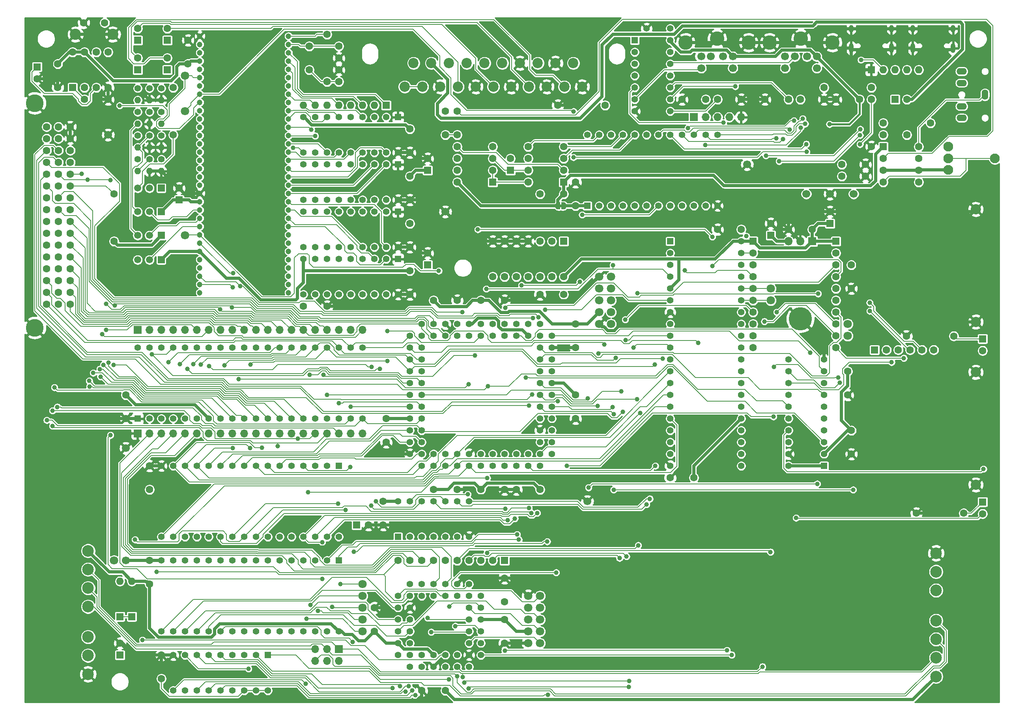
<source format=gbl>
G04 #@! TF.GenerationSoftware,KiCad,Pcbnew,5.1.9*
G04 #@! TF.CreationDate,2021-04-27T01:21:22+02:00*
G04 #@! TF.ProjectId,main,6d61696e-2e6b-4696-9361-645f70636258,rev?*
G04 #@! TF.SameCoordinates,Original*
G04 #@! TF.FileFunction,Copper,L2,Bot*
G04 #@! TF.FilePolarity,Positive*
%FSLAX46Y46*%
G04 Gerber Fmt 4.6, Leading zero omitted, Abs format (unit mm)*
G04 Created by KiCad (PCBNEW 5.1.9) date 2021-04-27 01:21:22*
%MOMM*%
%LPD*%
G01*
G04 APERTURE LIST*
G04 #@! TA.AperFunction,EtchedComponent*
%ADD10C,0.100000*%
G04 #@! TD*
G04 #@! TA.AperFunction,ComponentPad*
%ADD11O,1.000000X2.100000*%
G04 #@! TD*
G04 #@! TA.AperFunction,ComponentPad*
%ADD12O,1.000000X1.600000*%
G04 #@! TD*
G04 #@! TA.AperFunction,ComponentPad*
%ADD13C,1.700000*%
G04 #@! TD*
G04 #@! TA.AperFunction,ComponentPad*
%ADD14C,1.422400*%
G04 #@! TD*
G04 #@! TA.AperFunction,ComponentPad*
%ADD15R,1.422400X1.422400*%
G04 #@! TD*
G04 #@! TA.AperFunction,ComponentPad*
%ADD16C,1.800000*%
G04 #@! TD*
G04 #@! TA.AperFunction,ComponentPad*
%ADD17R,1.600000X1.600000*%
G04 #@! TD*
G04 #@! TA.AperFunction,ComponentPad*
%ADD18C,1.600000*%
G04 #@! TD*
G04 #@! TA.AperFunction,ComponentPad*
%ADD19C,3.800000*%
G04 #@! TD*
G04 #@! TA.AperFunction,ComponentPad*
%ADD20C,2.100000*%
G04 #@! TD*
G04 #@! TA.AperFunction,ComponentPad*
%ADD21O,1.600000X1.600000*%
G04 #@! TD*
G04 #@! TA.AperFunction,ComponentPad*
%ADD22C,2.200000*%
G04 #@! TD*
G04 #@! TA.AperFunction,ComponentPad*
%ADD23C,3.100000*%
G04 #@! TD*
G04 #@! TA.AperFunction,ComponentPad*
%ADD24C,2.500000*%
G04 #@! TD*
G04 #@! TA.AperFunction,ComponentPad*
%ADD25O,1.400000X2.200000*%
G04 #@! TD*
G04 #@! TA.AperFunction,ComponentPad*
%ADD26O,2.200000X1.400000*%
G04 #@! TD*
G04 #@! TA.AperFunction,SMDPad,CuDef*
%ADD27C,0.100000*%
G04 #@! TD*
G04 #@! TA.AperFunction,ComponentPad*
%ADD28C,2.400000*%
G04 #@! TD*
G04 #@! TA.AperFunction,ComponentPad*
%ADD29C,1.200000*%
G04 #@! TD*
G04 #@! TA.AperFunction,ComponentPad*
%ADD30R,1.520000X1.520000*%
G04 #@! TD*
G04 #@! TA.AperFunction,ComponentPad*
%ADD31C,1.520000*%
G04 #@! TD*
G04 #@! TA.AperFunction,ComponentPad*
%ADD32O,1.400000X1.400000*%
G04 #@! TD*
G04 #@! TA.AperFunction,ComponentPad*
%ADD33C,1.400000*%
G04 #@! TD*
G04 #@! TA.AperFunction,ComponentPad*
%ADD34O,1.800000X1.800000*%
G04 #@! TD*
G04 #@! TA.AperFunction,ComponentPad*
%ADD35R,1.800000X1.800000*%
G04 #@! TD*
G04 #@! TA.AperFunction,ComponentPad*
%ADD36C,5.000000*%
G04 #@! TD*
G04 #@! TA.AperFunction,ComponentPad*
%ADD37O,1.700000X1.700000*%
G04 #@! TD*
G04 #@! TA.AperFunction,ComponentPad*
%ADD38R,1.700000X1.700000*%
G04 #@! TD*
G04 #@! TA.AperFunction,ViaPad*
%ADD39C,1.400000*%
G04 #@! TD*
G04 #@! TA.AperFunction,ViaPad*
%ADD40C,1.000000*%
G04 #@! TD*
G04 #@! TA.AperFunction,Conductor*
%ADD41C,0.660400*%
G04 #@! TD*
G04 #@! TA.AperFunction,Conductor*
%ADD42C,0.406400*%
G04 #@! TD*
G04 #@! TA.AperFunction,Conductor*
%ADD43C,0.203200*%
G04 #@! TD*
G04 #@! TA.AperFunction,Conductor*
%ADD44C,0.254000*%
G04 #@! TD*
G04 #@! TA.AperFunction,Conductor*
%ADD45C,0.100000*%
G04 #@! TD*
G04 APERTURE END LIST*
D10*
G36*
X131210000Y-55580000D02*
G01*
X131710000Y-55580000D01*
X131710000Y-56180000D01*
X131210000Y-56180000D01*
X131210000Y-55580000D01*
G37*
D11*
X215650000Y-22020000D03*
X207010000Y-22020000D03*
D12*
X215650000Y-17840000D03*
X207010000Y-17840000D03*
X193800000Y-17840000D03*
X202440000Y-17840000D03*
D11*
X193800000Y-22020000D03*
X202440000Y-22020000D03*
D13*
X184150000Y-53340000D03*
X194310000Y-53340000D03*
X137160000Y-119380000D03*
X171450000Y-46990000D03*
X189230000Y-53340000D03*
X106680000Y-57150000D03*
X34290000Y-40640000D03*
X38100000Y-107950000D03*
X38100000Y-132080000D03*
D14*
X137160000Y-40640000D03*
X165100000Y-55880000D03*
X139700000Y-40640000D03*
X162560000Y-55880000D03*
X142240000Y-40640000D03*
X160020000Y-55880000D03*
X144780000Y-40640000D03*
X157480000Y-55880000D03*
X147320000Y-40640000D03*
X154940000Y-55880000D03*
X149860000Y-40640000D03*
X152400000Y-55880000D03*
X152400000Y-40640000D03*
X149860000Y-55880000D03*
X154940000Y-40640000D03*
X147320000Y-55880000D03*
X157480000Y-40640000D03*
X144780000Y-55880000D03*
X160020000Y-40640000D03*
X142240000Y-55880000D03*
X162560000Y-40640000D03*
X139700000Y-55880000D03*
X165100000Y-40640000D03*
D15*
X137160000Y-55880000D03*
D14*
X114300000Y-83820000D03*
X114300000Y-81280000D03*
X111760000Y-81280000D03*
X111760000Y-83820000D03*
X109220000Y-81280000D03*
X109220000Y-83820000D03*
X106680000Y-81280000D03*
X106680000Y-83820000D03*
X104140000Y-81280000D03*
X104140000Y-83820000D03*
X101600000Y-81280000D03*
X99060000Y-83820000D03*
X101600000Y-83820000D03*
X99060000Y-86360000D03*
X101600000Y-86360000D03*
X99060000Y-88900000D03*
X101600000Y-88900000D03*
X99060000Y-91440000D03*
X101600000Y-91440000D03*
X99060000Y-93980000D03*
X101600000Y-93980000D03*
X99060000Y-96520000D03*
X101600000Y-96520000D03*
X99060000Y-99060000D03*
X101600000Y-99060000D03*
X99060000Y-101600000D03*
X101600000Y-101600000D03*
X99060000Y-109220000D03*
X99060000Y-104140000D03*
X101600000Y-104140000D03*
X99060000Y-106680000D03*
X101600000Y-106680000D03*
X101600000Y-111760000D03*
X101600000Y-109220000D03*
X104140000Y-111760000D03*
X104140000Y-109220000D03*
X106680000Y-111760000D03*
X106680000Y-109220000D03*
X109220000Y-111760000D03*
X109220000Y-109220000D03*
X111760000Y-111760000D03*
X111760000Y-109220000D03*
X114300000Y-111760000D03*
X114300000Y-109220000D03*
X116840000Y-111760000D03*
X116840000Y-109220000D03*
X119380000Y-111760000D03*
X119380000Y-109220000D03*
X121920000Y-111760000D03*
X121920000Y-109220000D03*
X124460000Y-111760000D03*
X124460000Y-109220000D03*
X127000000Y-111760000D03*
X129540000Y-109220000D03*
X127000000Y-109220000D03*
X129540000Y-106680000D03*
X127000000Y-106680000D03*
X129540000Y-104140000D03*
X127000000Y-104140000D03*
X129540000Y-101600000D03*
X127000000Y-101600000D03*
X129540000Y-99060000D03*
X127000000Y-99060000D03*
X129540000Y-96520000D03*
X127000000Y-96520000D03*
X129540000Y-93980000D03*
X127000000Y-93980000D03*
X129540000Y-91440000D03*
X127000000Y-91440000D03*
X129540000Y-88900000D03*
X127000000Y-88900000D03*
X129540000Y-86360000D03*
X127000000Y-86360000D03*
X129540000Y-83820000D03*
X127000000Y-81280000D03*
X127000000Y-83820000D03*
X124460000Y-81280000D03*
X124460000Y-83820000D03*
X121920000Y-81280000D03*
X121920000Y-83820000D03*
X119380000Y-81280000D03*
X119380000Y-83820000D03*
X116840000Y-81280000D03*
X116840000Y-83820000D03*
D16*
X142240000Y-71120000D03*
X139700000Y-71120000D03*
X139700000Y-73660000D03*
X142240000Y-73660000D03*
X142240000Y-81280000D03*
X139700000Y-81280000D03*
X142240000Y-78740000D03*
X139700000Y-78740000D03*
X142240000Y-76200000D03*
X139700000Y-76200000D03*
D17*
X132080000Y-63500000D03*
D18*
X116840000Y-71120000D03*
X129540000Y-63500000D03*
X119380000Y-71120000D03*
X127000000Y-63500000D03*
X121920000Y-71120000D03*
X124460000Y-63500000D03*
X124460000Y-71120000D03*
X121920000Y-63500000D03*
X127000000Y-71120000D03*
X119380000Y-63500000D03*
X129540000Y-71120000D03*
X116840000Y-63500000D03*
X132080000Y-71120000D03*
D14*
X96520000Y-74930000D03*
X76200000Y-67310000D03*
X93980000Y-74930000D03*
X78740000Y-67310000D03*
X91440000Y-74930000D03*
X81280000Y-67310000D03*
X88900000Y-74930000D03*
X83820000Y-67310000D03*
X86360000Y-74930000D03*
X86360000Y-67310000D03*
X83820000Y-74930000D03*
X88900000Y-67310000D03*
X81280000Y-74930000D03*
X91440000Y-67310000D03*
X78740000Y-74930000D03*
X93980000Y-67310000D03*
X76200000Y-74930000D03*
D15*
X96520000Y-67310000D03*
D18*
X26180000Y-77000000D03*
X26180000Y-74460000D03*
X26180000Y-71920000D03*
X26180000Y-69380000D03*
X26180000Y-66840000D03*
X26180000Y-64300000D03*
X26180000Y-61760000D03*
X26180000Y-59220000D03*
X26180000Y-56680000D03*
X26180000Y-54140000D03*
X26180000Y-51600000D03*
X26180000Y-49060000D03*
X26180000Y-46520000D03*
X26180000Y-43980000D03*
X26180000Y-41440000D03*
X26180000Y-38900000D03*
X23640000Y-77000000D03*
X23640000Y-74460000D03*
X23640000Y-71920000D03*
X23640000Y-69380000D03*
X23640000Y-66840000D03*
X23640000Y-64300000D03*
X23640000Y-61760000D03*
X23640000Y-59220000D03*
X23640000Y-56680000D03*
X23640000Y-54140000D03*
X23640000Y-51600000D03*
X23640000Y-49060000D03*
X23640000Y-46520000D03*
X23640000Y-43980000D03*
X23640000Y-41440000D03*
X23640000Y-38900000D03*
X21100000Y-77000000D03*
X21100000Y-74460000D03*
X21100000Y-71920000D03*
X21100000Y-69380000D03*
X21100000Y-66840000D03*
X21100000Y-64300000D03*
X21100000Y-61760000D03*
X21100000Y-59220000D03*
X21100000Y-56680000D03*
X21100000Y-54140000D03*
X21100000Y-51600000D03*
X21100000Y-49060000D03*
X21100000Y-46520000D03*
X21100000Y-43980000D03*
X21100000Y-41440000D03*
D19*
X18560000Y-82080000D03*
X18560000Y-33820000D03*
D18*
X21100000Y-38900000D03*
D20*
X214630000Y-43180000D03*
X214630000Y-45680000D03*
X214630000Y-48180000D03*
X224630000Y-45680000D03*
D14*
X68580000Y-160020000D03*
X48260000Y-152400000D03*
X66040000Y-160020000D03*
X50800000Y-152400000D03*
X63500000Y-160020000D03*
X53340000Y-152400000D03*
X60960000Y-160020000D03*
X55880000Y-152400000D03*
X58420000Y-160020000D03*
X58420000Y-152400000D03*
X55880000Y-160020000D03*
X60960000Y-152400000D03*
X53340000Y-160020000D03*
X63500000Y-152400000D03*
X50800000Y-160020000D03*
X66040000Y-152400000D03*
X48260000Y-160020000D03*
D15*
X68580000Y-152400000D03*
D17*
X39370000Y-144145000D03*
D21*
X39370000Y-136525000D03*
D14*
X40640000Y-86360000D03*
X88900000Y-101600000D03*
X43180000Y-86360000D03*
X86360000Y-101600000D03*
X45720000Y-86360000D03*
X83820000Y-101600000D03*
X48260000Y-86360000D03*
X81280000Y-101600000D03*
X50800000Y-86360000D03*
X78740000Y-101600000D03*
X53340000Y-86360000D03*
X76200000Y-101600000D03*
X55880000Y-86360000D03*
X73660000Y-101600000D03*
X58420000Y-86360000D03*
X71120000Y-101600000D03*
X60960000Y-86360000D03*
X68580000Y-101600000D03*
X63500000Y-86360000D03*
X66040000Y-101600000D03*
X66040000Y-86360000D03*
X63500000Y-101600000D03*
X68580000Y-86360000D03*
X60960000Y-101600000D03*
X71120000Y-86360000D03*
X58420000Y-101600000D03*
X73660000Y-86360000D03*
X55880000Y-101600000D03*
X76200000Y-86360000D03*
X53340000Y-101600000D03*
X78740000Y-86360000D03*
X50800000Y-101600000D03*
X81280000Y-86360000D03*
X48260000Y-101600000D03*
X83820000Y-86360000D03*
X45720000Y-101600000D03*
X86360000Y-86360000D03*
X43180000Y-101600000D03*
X88900000Y-86360000D03*
D15*
X40640000Y-101600000D03*
D22*
X97950000Y-30298640D03*
X99855000Y-25218640D03*
X101760000Y-30298640D03*
X103665000Y-25218640D03*
X105570000Y-30298640D03*
X107475000Y-25218640D03*
X109380000Y-30298640D03*
X111285000Y-25218640D03*
X113190000Y-30298640D03*
X115095000Y-25218640D03*
X117000000Y-30298640D03*
X118905000Y-25218640D03*
X120810000Y-30298640D03*
X122715000Y-25218640D03*
X124620000Y-30298640D03*
X126525000Y-25218640D03*
X128430000Y-30298640D03*
X130335000Y-25218640D03*
X132240000Y-30298640D03*
X134145000Y-25218640D03*
X136050000Y-30298640D03*
D18*
X132080000Y-74930000D03*
X127000000Y-74930000D03*
X38100000Y-101600000D03*
X38100000Y-96520000D03*
X43180000Y-116840000D03*
X43180000Y-111760000D03*
X43180000Y-132080000D03*
X43180000Y-137160000D03*
X93345000Y-119380000D03*
X93345000Y-124460000D03*
X23495000Y-30480000D03*
X23495000Y-25400000D03*
X29210000Y-33020000D03*
X34290000Y-33020000D03*
D17*
X19050000Y-26035000D03*
D18*
X19050000Y-28575000D03*
X114300000Y-76200000D03*
X119380000Y-76200000D03*
X134620000Y-86360000D03*
X134620000Y-81280000D03*
X134620000Y-96520000D03*
X134620000Y-101600000D03*
X114300000Y-116840000D03*
X119380000Y-116840000D03*
X127000000Y-116840000D03*
X121920000Y-116840000D03*
X109220000Y-116840000D03*
X104140000Y-116840000D03*
X93980000Y-101600000D03*
X93980000Y-106680000D03*
X109220000Y-76200000D03*
X104140000Y-76200000D03*
X83820000Y-24130000D03*
X83820000Y-21590000D03*
X83820000Y-29210000D03*
X83820000Y-26670000D03*
X99060000Y-69850000D03*
X99060000Y-74930000D03*
X99060000Y-64770000D03*
X99060000Y-59690000D03*
X99060000Y-49530000D03*
X99060000Y-54610000D03*
X99060000Y-44450000D03*
X99060000Y-39370000D03*
X49530000Y-52070000D03*
D17*
X49530000Y-54610000D03*
X102870000Y-48260000D03*
D18*
X102870000Y-45720000D03*
X102870000Y-66040000D03*
D17*
X102870000Y-68580000D03*
D18*
X40640000Y-17780000D03*
D17*
X40640000Y-20320000D03*
D18*
X51435000Y-20320000D03*
X51435000Y-25400000D03*
X81280000Y-77470000D03*
X76200000Y-77470000D03*
D17*
X46990000Y-26670000D03*
D18*
X46990000Y-24130000D03*
X193820000Y-104160000D03*
X193820000Y-109240000D03*
X193820000Y-68600000D03*
X193820000Y-73680000D03*
X193040000Y-96520000D03*
X193040000Y-91440000D03*
X191770000Y-49530000D03*
X196850000Y-49530000D03*
X195580000Y-33020000D03*
X190500000Y-33020000D03*
D17*
X87630000Y-124460000D03*
D18*
X90170000Y-124460000D03*
X191770000Y-46990000D03*
X196850000Y-46990000D03*
X157480000Y-33020000D03*
X162560000Y-33020000D03*
X165100000Y-33020000D03*
X170180000Y-33020000D03*
X175260000Y-33020000D03*
X180340000Y-33020000D03*
X182880000Y-33020000D03*
X187960000Y-33020000D03*
D14*
X149860000Y-17780000D03*
X154940000Y-17780000D03*
D18*
X170180000Y-60960000D03*
X165100000Y-60960000D03*
X134620000Y-50800000D03*
X134620000Y-55880000D03*
X127000000Y-53340000D03*
X132080000Y-53340000D03*
X120650000Y-45720000D03*
D17*
X120650000Y-48260000D03*
D18*
X106680000Y-35560000D03*
X106680000Y-40640000D03*
X109220000Y-40640000D03*
X109220000Y-35560000D03*
X205740000Y-40640000D03*
X200660000Y-40640000D03*
D17*
X203200000Y-33020000D03*
D18*
X205740000Y-33020000D03*
X222000000Y-122040000D03*
D17*
X222000000Y-119500000D03*
X222000000Y-84460000D03*
D18*
X222000000Y-87000000D03*
D21*
X36830000Y-136525000D03*
D17*
X36830000Y-144145000D03*
D22*
X220532200Y-115816848D03*
X220532200Y-91620808D03*
X220532200Y-56620808D03*
X220532200Y-80816848D03*
D13*
X163700000Y-23800000D03*
X166300000Y-23800000D03*
X161600000Y-26300000D03*
X168400000Y-26300000D03*
X161600000Y-23800000D03*
X168400000Y-23800000D03*
D23*
X171750000Y-20800000D03*
X165000000Y-20000000D03*
X158250000Y-20800000D03*
X176250000Y-20800000D03*
X183000000Y-20000000D03*
X189750000Y-20800000D03*
D13*
X186400000Y-23800000D03*
X179600000Y-23800000D03*
X186400000Y-26300000D03*
X179600000Y-26300000D03*
X184300000Y-23800000D03*
X181700000Y-23800000D03*
D24*
X30000000Y-156500000D03*
X30000000Y-152500000D03*
X30000000Y-148500000D03*
X30000000Y-142000000D03*
X30000000Y-138000000D03*
X30000000Y-134000000D03*
X30000000Y-130000000D03*
X212000000Y-157000000D03*
X212000000Y-153000000D03*
X212000000Y-149000000D03*
X212000000Y-145000000D03*
X212000000Y-138500000D03*
X212000000Y-134500000D03*
X212000000Y-130500000D03*
D25*
X222500000Y-32000000D03*
D26*
X217500000Y-34500000D03*
X217500000Y-37000000D03*
X217500000Y-29500000D03*
X217500000Y-27000000D03*
G04 #@! TA.AperFunction,SMDPad,CuDef*
D27*
G36*
X130810000Y-56629398D02*
G01*
X130785466Y-56629398D01*
X130736635Y-56624588D01*
X130688510Y-56615016D01*
X130641555Y-56600772D01*
X130596222Y-56581995D01*
X130552949Y-56558864D01*
X130512150Y-56531604D01*
X130474221Y-56500476D01*
X130439524Y-56465779D01*
X130408396Y-56427850D01*
X130381136Y-56387051D01*
X130358005Y-56343778D01*
X130339228Y-56298445D01*
X130324984Y-56251490D01*
X130315412Y-56203365D01*
X130310602Y-56154534D01*
X130310602Y-56130000D01*
X130310000Y-56130000D01*
X130310000Y-55630000D01*
X130310602Y-55630000D01*
X130310602Y-55605466D01*
X130315412Y-55556635D01*
X130324984Y-55508510D01*
X130339228Y-55461555D01*
X130358005Y-55416222D01*
X130381136Y-55372949D01*
X130408396Y-55332150D01*
X130439524Y-55294221D01*
X130474221Y-55259524D01*
X130512150Y-55228396D01*
X130552949Y-55201136D01*
X130596222Y-55178005D01*
X130641555Y-55159228D01*
X130688510Y-55144984D01*
X130736635Y-55135412D01*
X130785466Y-55130602D01*
X130810000Y-55130602D01*
X130810000Y-55130000D01*
X131310000Y-55130000D01*
X131310000Y-56630000D01*
X130810000Y-56630000D01*
X130810000Y-56629398D01*
G37*
G04 #@! TD.AperFunction*
G04 #@! TA.AperFunction,SMDPad,CuDef*
G36*
X131610000Y-55130000D02*
G01*
X132110000Y-55130000D01*
X132110000Y-55130602D01*
X132134534Y-55130602D01*
X132183365Y-55135412D01*
X132231490Y-55144984D01*
X132278445Y-55159228D01*
X132323778Y-55178005D01*
X132367051Y-55201136D01*
X132407850Y-55228396D01*
X132445779Y-55259524D01*
X132480476Y-55294221D01*
X132511604Y-55332150D01*
X132538864Y-55372949D01*
X132561995Y-55416222D01*
X132580772Y-55461555D01*
X132595016Y-55508510D01*
X132604588Y-55556635D01*
X132609398Y-55605466D01*
X132609398Y-55630000D01*
X132610000Y-55630000D01*
X132610000Y-56130000D01*
X132609398Y-56130000D01*
X132609398Y-56154534D01*
X132604588Y-56203365D01*
X132595016Y-56251490D01*
X132580772Y-56298445D01*
X132561995Y-56343778D01*
X132538864Y-56387051D01*
X132511604Y-56427850D01*
X132480476Y-56465779D01*
X132445779Y-56500476D01*
X132407850Y-56531604D01*
X132367051Y-56558864D01*
X132323778Y-56581995D01*
X132278445Y-56600772D01*
X132231490Y-56615016D01*
X132183365Y-56624588D01*
X132134534Y-56629398D01*
X132110000Y-56629398D01*
X132110000Y-56630000D01*
X131610000Y-56630000D01*
X131610000Y-55130000D01*
G37*
G04 #@! TD.AperFunction*
D18*
X81280000Y-19050000D03*
X81280000Y-29210000D03*
X207790000Y-121940000D03*
X217950000Y-121940000D03*
X205656400Y-83865400D03*
X215816400Y-83865400D03*
X198120000Y-30480000D03*
X187960000Y-30480000D03*
X198120000Y-43180000D03*
X198120000Y-33020000D03*
X200660000Y-38100000D03*
X210820000Y-38100000D03*
X211523800Y-86837200D03*
X208983800Y-86837200D03*
X206443800Y-86837200D03*
X203903800Y-86837200D03*
X201363800Y-86837200D03*
D17*
X198823800Y-86837200D03*
D18*
X29055060Y-16550640D03*
D28*
X27305000Y-19050000D03*
X35306000Y-19050000D03*
D18*
X33555940Y-16550640D03*
X26670000Y-22860000D03*
X34290000Y-30480000D03*
X29210000Y-22860000D03*
X31750000Y-30480000D03*
X31750000Y-22860000D03*
X29210000Y-30480000D03*
X34290000Y-22860000D03*
D17*
X26670000Y-30480000D03*
D14*
X96520000Y-119380000D03*
X111760000Y-127000000D03*
X99060000Y-119380000D03*
X109220000Y-127000000D03*
X101600000Y-119380000D03*
X106680000Y-127000000D03*
X104140000Y-119380000D03*
X104140000Y-127000000D03*
X106680000Y-119380000D03*
X101600000Y-127000000D03*
X109220000Y-119380000D03*
X99060000Y-127000000D03*
X111760000Y-119380000D03*
D15*
X96520000Y-127000000D03*
X83820000Y-111760000D03*
D14*
X55880000Y-127000000D03*
X81280000Y-111760000D03*
X58420000Y-127000000D03*
X78740000Y-111760000D03*
X60960000Y-127000000D03*
X76200000Y-111760000D03*
X63500000Y-127000000D03*
X73660000Y-111760000D03*
X66040000Y-127000000D03*
X71120000Y-111760000D03*
X68580000Y-127000000D03*
X68580000Y-111760000D03*
X71120000Y-127000000D03*
X66040000Y-111760000D03*
X73660000Y-127000000D03*
X63500000Y-111760000D03*
X76200000Y-127000000D03*
X60960000Y-111760000D03*
X78740000Y-127000000D03*
X58420000Y-111760000D03*
X81280000Y-127000000D03*
X55880000Y-111760000D03*
X83820000Y-127000000D03*
X53340000Y-111760000D03*
X50800000Y-111760000D03*
X48260000Y-111760000D03*
X45720000Y-111760000D03*
X45720000Y-127000000D03*
X48260000Y-127000000D03*
X50800000Y-127000000D03*
X53340000Y-127000000D03*
D15*
X96520000Y-46990000D03*
D14*
X76200000Y-54610000D03*
X93980000Y-46990000D03*
X78740000Y-54610000D03*
X91440000Y-46990000D03*
X81280000Y-54610000D03*
X88900000Y-46990000D03*
X83820000Y-54610000D03*
X86360000Y-46990000D03*
X86360000Y-54610000D03*
X83820000Y-46990000D03*
X88900000Y-54610000D03*
X81280000Y-46990000D03*
X91440000Y-54610000D03*
X78740000Y-46990000D03*
X93980000Y-54610000D03*
X76200000Y-46990000D03*
X96520000Y-54610000D03*
X96520000Y-64770000D03*
X76200000Y-57150000D03*
X93980000Y-64770000D03*
X78740000Y-57150000D03*
X91440000Y-64770000D03*
X81280000Y-57150000D03*
X88900000Y-64770000D03*
X83820000Y-57150000D03*
X86360000Y-64770000D03*
X86360000Y-57150000D03*
X83820000Y-64770000D03*
X88900000Y-57150000D03*
X81280000Y-64770000D03*
X91440000Y-57150000D03*
X78740000Y-64770000D03*
X93980000Y-57150000D03*
X76200000Y-64770000D03*
D15*
X96520000Y-57150000D03*
X96520000Y-36830000D03*
D14*
X76200000Y-44450000D03*
X93980000Y-36830000D03*
X78740000Y-44450000D03*
X91440000Y-36830000D03*
X81280000Y-44450000D03*
X88900000Y-36830000D03*
X83820000Y-44450000D03*
X86360000Y-36830000D03*
X86360000Y-44450000D03*
X83820000Y-36830000D03*
X88900000Y-44450000D03*
X81280000Y-36830000D03*
X91440000Y-44450000D03*
X78740000Y-36830000D03*
X93980000Y-44450000D03*
X76200000Y-36830000D03*
X96520000Y-44450000D03*
D29*
X53975000Y-19431000D03*
X53975000Y-21209000D03*
X53975000Y-22987000D03*
X53975000Y-24765000D03*
X53975000Y-26543000D03*
X53975000Y-28321000D03*
X53975000Y-30099000D03*
X53975000Y-31877000D03*
X53975000Y-33655000D03*
X53975000Y-35433000D03*
X53975000Y-37211000D03*
X53975000Y-38989000D03*
X53975000Y-40767000D03*
X53975000Y-42545000D03*
X53975000Y-44323000D03*
X53975000Y-46101000D03*
X53975000Y-47879000D03*
X53975000Y-49657000D03*
X53975000Y-51435000D03*
X53975000Y-53213000D03*
X53975000Y-54991000D03*
X53975000Y-56769000D03*
X53975000Y-58547000D03*
X53975000Y-60325000D03*
X53975000Y-62103000D03*
X53975000Y-63881000D03*
X53975000Y-65659000D03*
X53975000Y-67437000D03*
X53975000Y-69215000D03*
X53975000Y-70993000D03*
X53975000Y-72771000D03*
X53975000Y-74549000D03*
X73025000Y-19431000D03*
X73025000Y-21209000D03*
X73025000Y-22987000D03*
X73025000Y-24765000D03*
X73025000Y-26543000D03*
X73025000Y-28321000D03*
X73025000Y-30099000D03*
X73025000Y-31877000D03*
X73025000Y-33655000D03*
X73025000Y-35433000D03*
X73025000Y-37211000D03*
X73025000Y-38989000D03*
X73025000Y-40767000D03*
X73025000Y-42545000D03*
X73025000Y-44323000D03*
X73025000Y-46101000D03*
X73025000Y-47879000D03*
X73025000Y-49657000D03*
X73025000Y-51435000D03*
X73025000Y-53213000D03*
X73025000Y-54991000D03*
X73025000Y-56769000D03*
X73025000Y-58547000D03*
X73025000Y-60325000D03*
X73025000Y-62103000D03*
X73025000Y-63881000D03*
X73025000Y-65659000D03*
X73025000Y-67437000D03*
X73025000Y-69215000D03*
X73025000Y-70993000D03*
X73025000Y-72771000D03*
X73025000Y-74549000D03*
D14*
X180340000Y-111760000D03*
X187960000Y-88900000D03*
X180340000Y-109220000D03*
X187960000Y-91440000D03*
X180340000Y-106680000D03*
X187960000Y-93980000D03*
X180340000Y-104140000D03*
X187960000Y-96520000D03*
X180340000Y-101600000D03*
X187960000Y-99060000D03*
X180340000Y-99060000D03*
X187960000Y-101600000D03*
X180340000Y-96520000D03*
X187960000Y-104140000D03*
X180340000Y-93980000D03*
X187960000Y-106680000D03*
X180340000Y-91440000D03*
X187960000Y-109220000D03*
X180340000Y-88900000D03*
D15*
X187960000Y-111760000D03*
D14*
X170180000Y-63500000D03*
X154940000Y-111760000D03*
X170180000Y-66040000D03*
X154940000Y-109220000D03*
X170180000Y-68580000D03*
X154940000Y-106680000D03*
X170180000Y-71120000D03*
X154940000Y-104140000D03*
X170180000Y-73660000D03*
X154940000Y-101600000D03*
X170180000Y-76200000D03*
X154940000Y-99060000D03*
X170180000Y-78740000D03*
X154940000Y-96520000D03*
X170180000Y-81280000D03*
X154940000Y-93980000D03*
X170180000Y-83820000D03*
X154940000Y-91440000D03*
X170180000Y-86360000D03*
X154940000Y-88900000D03*
X170180000Y-88900000D03*
X154940000Y-86360000D03*
X170180000Y-91440000D03*
X154940000Y-83820000D03*
X170180000Y-93980000D03*
X154940000Y-81280000D03*
X170180000Y-96520000D03*
X154940000Y-78740000D03*
X170180000Y-99060000D03*
X154940000Y-76200000D03*
X170180000Y-101600000D03*
X154940000Y-73660000D03*
X170180000Y-104140000D03*
X154940000Y-71120000D03*
X170180000Y-106680000D03*
X154940000Y-68580000D03*
X170180000Y-109220000D03*
X154940000Y-66040000D03*
X170180000Y-111760000D03*
D15*
X154940000Y-63500000D03*
D18*
X109220000Y-50800000D03*
X116840000Y-43180000D03*
X109220000Y-48260000D03*
X116840000Y-45720000D03*
X109220000Y-45720000D03*
X116840000Y-48260000D03*
X109220000Y-43180000D03*
D17*
X116840000Y-50800000D03*
X132080000Y-50800000D03*
D18*
X124460000Y-43180000D03*
X132080000Y-48260000D03*
X124460000Y-45720000D03*
X132080000Y-45720000D03*
X124460000Y-48260000D03*
X132080000Y-43180000D03*
X124460000Y-50800000D03*
D17*
X200660000Y-43180000D03*
D18*
X208280000Y-50800000D03*
X200660000Y-45720000D03*
X208280000Y-48260000D03*
X200660000Y-48260000D03*
X208280000Y-45720000D03*
X200660000Y-50800000D03*
X208280000Y-43180000D03*
X77470000Y-26670000D03*
X77470000Y-21590000D03*
D14*
X53340000Y-147320000D03*
X50800000Y-147320000D03*
X48260000Y-147320000D03*
X45720000Y-147320000D03*
X45720000Y-132080000D03*
X48260000Y-132080000D03*
X50800000Y-132080000D03*
X53340000Y-132080000D03*
X83820000Y-147320000D03*
X55880000Y-132080000D03*
X81280000Y-147320000D03*
X58420000Y-132080000D03*
X78740000Y-147320000D03*
X60960000Y-132080000D03*
X76200000Y-147320000D03*
X63500000Y-132080000D03*
X73660000Y-147320000D03*
X66040000Y-132080000D03*
X71120000Y-147320000D03*
X68580000Y-132080000D03*
X68580000Y-147320000D03*
X71120000Y-132080000D03*
X66040000Y-147320000D03*
X73660000Y-132080000D03*
X63500000Y-147320000D03*
X76200000Y-132080000D03*
X60960000Y-147320000D03*
X78740000Y-132080000D03*
X58420000Y-147320000D03*
X81280000Y-132080000D03*
X55880000Y-147320000D03*
D15*
X83820000Y-132080000D03*
D17*
X93980000Y-34290000D03*
D21*
X91440000Y-34290000D03*
X88900000Y-34290000D03*
X86360000Y-34290000D03*
X83820000Y-34290000D03*
X81280000Y-34290000D03*
X78740000Y-34290000D03*
X76200000Y-34290000D03*
D18*
X190500000Y-86360000D03*
X190500000Y-83820000D03*
X190500000Y-81280000D03*
X190500000Y-78740000D03*
X190500000Y-76200000D03*
X190500000Y-73660000D03*
X190500000Y-71120000D03*
X190500000Y-68580000D03*
X190500000Y-66040000D03*
D17*
X190500000Y-63500000D03*
X40640000Y-26670000D03*
D18*
X40640000Y-24130000D03*
X46990000Y-17780000D03*
D17*
X46990000Y-20320000D03*
D18*
X130810000Y-34290000D03*
X140970000Y-34290000D03*
D30*
X45720000Y-62230000D03*
D31*
X40640000Y-62230000D03*
X43180000Y-62230000D03*
X43180000Y-67470000D03*
X40640000Y-67470000D03*
D30*
X45720000Y-67470000D03*
D31*
X43180000Y-57150000D03*
X40640000Y-57150000D03*
D30*
X45720000Y-57150000D03*
X45720000Y-52070000D03*
D31*
X40640000Y-52070000D03*
X43180000Y-52070000D03*
D17*
X36830000Y-152400000D03*
D18*
X36830000Y-149860000D03*
X45720000Y-157480000D03*
X45720000Y-152400000D03*
X96520000Y-132080000D03*
X99060000Y-132080000D03*
X101600000Y-132080000D03*
X104140000Y-132080000D03*
X106680000Y-132080000D03*
X109220000Y-132080000D03*
X111760000Y-132080000D03*
X114300000Y-132080000D03*
X116840000Y-132080000D03*
D17*
X119380000Y-132080000D03*
D14*
X154940000Y-20320000D03*
X147320000Y-35560000D03*
X154940000Y-22860000D03*
X147320000Y-33020000D03*
X154940000Y-25400000D03*
X147320000Y-30480000D03*
X154940000Y-27940000D03*
X147320000Y-27940000D03*
X154940000Y-30480000D03*
X147320000Y-25400000D03*
X154940000Y-33020000D03*
X147320000Y-22860000D03*
X154940000Y-35560000D03*
D15*
X147320000Y-20320000D03*
D18*
X101600000Y-160020000D03*
X106680000Y-160020000D03*
X91440000Y-147320000D03*
X91440000Y-142240000D03*
X119380000Y-135890000D03*
X119380000Y-140970000D03*
X119380000Y-144780000D03*
X119380000Y-149860000D03*
D16*
X127000000Y-139700000D03*
X124460000Y-139700000D03*
X124460000Y-142240000D03*
X127000000Y-142240000D03*
X127000000Y-149860000D03*
X124460000Y-149860000D03*
X127000000Y-147320000D03*
X124460000Y-147320000D03*
X127000000Y-144780000D03*
X124460000Y-144780000D03*
D32*
X40640000Y-38260000D03*
D33*
X40640000Y-35720000D03*
X45720000Y-45880000D03*
D32*
X45720000Y-48420000D03*
X43180000Y-48420000D03*
D33*
X43180000Y-45880000D03*
X40640000Y-45880000D03*
D32*
X40640000Y-48420000D03*
X45720000Y-38260000D03*
D33*
X45720000Y-35720000D03*
D32*
X45720000Y-43340000D03*
D33*
X45720000Y-40800000D03*
X43180000Y-40800000D03*
D32*
X43180000Y-43340000D03*
X43180000Y-38260000D03*
D33*
X43180000Y-35720000D03*
X40640000Y-40800000D03*
D32*
X40640000Y-43340000D03*
X45720000Y-33180000D03*
D33*
X45720000Y-30640000D03*
X43180000Y-30640000D03*
D32*
X43180000Y-33180000D03*
X40640000Y-33180000D03*
D33*
X40640000Y-30640000D03*
D17*
X189230000Y-59690000D03*
D18*
X189230000Y-57150000D03*
X185420000Y-60960000D03*
X180340000Y-60960000D03*
D17*
X176530000Y-62230000D03*
D18*
X176530000Y-59690000D03*
D34*
X180340000Y-63500000D03*
X182880000Y-63500000D03*
D35*
X185420000Y-63500000D03*
D36*
X182880000Y-80160000D03*
D17*
X198120000Y-26670000D03*
D21*
X200660000Y-26670000D03*
X203200000Y-26670000D03*
X205740000Y-26670000D03*
X208280000Y-26670000D03*
D18*
X160020000Y-114300000D03*
X154940000Y-114300000D03*
X172720000Y-86360000D03*
X172720000Y-83820000D03*
X172720000Y-81280000D03*
X172720000Y-78740000D03*
X172720000Y-76200000D03*
X172720000Y-73660000D03*
X172720000Y-71120000D03*
X172720000Y-68580000D03*
X172720000Y-66040000D03*
D17*
X172720000Y-63500000D03*
D18*
X48260000Y-30480000D03*
X48260000Y-40640000D03*
D37*
X88900000Y-104775000D03*
X86360000Y-104775000D03*
X83820000Y-104775000D03*
X81280000Y-104775000D03*
X78740000Y-104775000D03*
X76200000Y-104775000D03*
X73660000Y-104775000D03*
X71120000Y-104775000D03*
X68580000Y-104775000D03*
X66040000Y-104775000D03*
X63500000Y-104775000D03*
X60960000Y-104775000D03*
X58420000Y-104775000D03*
X55880000Y-104775000D03*
X53340000Y-104775000D03*
X50800000Y-104775000D03*
X48260000Y-104775000D03*
X45720000Y-104775000D03*
X43180000Y-104775000D03*
D38*
X40640000Y-104775000D03*
X40640000Y-82550000D03*
D37*
X43180000Y-82550000D03*
X45720000Y-82550000D03*
X48260000Y-82550000D03*
X50800000Y-82550000D03*
X53340000Y-82550000D03*
X55880000Y-82550000D03*
X58420000Y-82550000D03*
X60960000Y-82550000D03*
X63500000Y-82550000D03*
X66040000Y-82550000D03*
X68580000Y-82550000D03*
X71120000Y-82550000D03*
X73660000Y-82550000D03*
X76200000Y-82550000D03*
X78740000Y-82550000D03*
X81280000Y-82550000D03*
X83820000Y-82550000D03*
X86360000Y-82550000D03*
X88900000Y-82550000D03*
D16*
X88900000Y-147320000D03*
X88900000Y-144780000D03*
X88900000Y-142240000D03*
X88900000Y-139700000D03*
X88900000Y-137160000D03*
X50800000Y-35560000D03*
X50800000Y-27940000D03*
X176530000Y-73660000D03*
X176530000Y-76200000D03*
X50800000Y-62230000D03*
X193040000Y-83820000D03*
X193040000Y-81280000D03*
X35560000Y-132080000D03*
D14*
X114300000Y-139700000D03*
X114300000Y-142240000D03*
X114300000Y-144780000D03*
X114300000Y-147320000D03*
X114300000Y-149860000D03*
X114300000Y-152400000D03*
X111760000Y-137160000D03*
X111760000Y-142240000D03*
X111760000Y-144780000D03*
X111760000Y-147320000D03*
X111760000Y-149860000D03*
X111760000Y-154940000D03*
X109220000Y-154940000D03*
X106680000Y-154940000D03*
X104140000Y-154940000D03*
X101600000Y-154940000D03*
X99060000Y-154940000D03*
X111760000Y-152400000D03*
X109220000Y-152400000D03*
X106680000Y-152400000D03*
X104140000Y-152400000D03*
X101600000Y-152400000D03*
X99060000Y-152400000D03*
X96520000Y-152400000D03*
X96520000Y-149860000D03*
X96520000Y-147320000D03*
X96520000Y-144780000D03*
X96520000Y-142240000D03*
X96520000Y-139700000D03*
X99060000Y-149860000D03*
X99060000Y-147320000D03*
X99060000Y-144780000D03*
X99060000Y-142240000D03*
X99060000Y-139700000D03*
X111760000Y-137160000D03*
X109220000Y-137160000D03*
X106680000Y-137160000D03*
X99060000Y-137160000D03*
X101600000Y-137160000D03*
X104140000Y-137160000D03*
X114300000Y-139700000D03*
X111760000Y-139700000D03*
X109220000Y-139700000D03*
X101600000Y-139700000D03*
X104140000Y-139700000D03*
X106680000Y-139700000D03*
D37*
X78740000Y-153670000D03*
X78740000Y-151130000D03*
X81280000Y-153670000D03*
X81280000Y-151130000D03*
X83820000Y-153670000D03*
D38*
X83820000Y-151130000D03*
D37*
X170180000Y-36830000D03*
X167640000Y-36830000D03*
X165100000Y-36830000D03*
X162560000Y-36830000D03*
D38*
X160020000Y-36830000D03*
D18*
X35560000Y-63500000D03*
X35560000Y-53340000D03*
D39*
X26916003Y-101322695D03*
D40*
X189128400Y-38354000D03*
X51295300Y-90932000D03*
X33838601Y-82576943D03*
X91795600Y-119329200D03*
X92658955Y-90939961D03*
X122461127Y-127617579D03*
X84175600Y-137160000D03*
X120074608Y-123400998D03*
X77723050Y-141630907D03*
X122079027Y-126476651D03*
X82346800Y-142036800D03*
X121601314Y-123048570D03*
X79349600Y-142908390D03*
X115671600Y-114350800D03*
X77216001Y-117449599D03*
X76909525Y-144635579D03*
X77929549Y-39512694D03*
X73978199Y-43434323D03*
X78740000Y-40843200D03*
X61060727Y-107957979D03*
X100219873Y-161063128D03*
X181495511Y-37606564D03*
X158745676Y-39209610D03*
X49690962Y-89908021D03*
X183389563Y-37187635D03*
X67335400Y-107848400D03*
X98171000Y-160274000D03*
X183918439Y-38268380D03*
X64744600Y-107957979D03*
X99584606Y-160041289D03*
X162458400Y-42867222D03*
X182931859Y-39074249D03*
X58332330Y-78151923D03*
X180561589Y-39495984D03*
X151630076Y-89989298D03*
X59288833Y-90113966D03*
X52615680Y-89860795D03*
X179120800Y-41554400D03*
X160934398Y-85344002D03*
X54225291Y-90017611D03*
X184150000Y-42621200D03*
X153333932Y-88716332D03*
X47231156Y-89501610D03*
X177699238Y-41402838D03*
X87020400Y-130200400D03*
X128549588Y-128023990D03*
X86824872Y-149551135D03*
X125171275Y-121882788D03*
X119554284Y-120978564D03*
X43653057Y-87791148D03*
X44702381Y-134535810D03*
X115462956Y-73744420D03*
X142707487Y-68620513D03*
X113014009Y-88002440D03*
X36779200Y-34340800D03*
X29921202Y-50291998D03*
X34810418Y-50393600D03*
X30327600Y-94699190D03*
X145397559Y-84719638D03*
X144756840Y-100174588D03*
X30268072Y-93497451D03*
X96921847Y-159097610D03*
X95359129Y-159504021D03*
X32664400Y-92570133D03*
X31115000Y-91795600D03*
X98838155Y-159097610D03*
X64439424Y-155321000D03*
X124607540Y-120819810D03*
X151765000Y-111760000D03*
X40089198Y-127609600D03*
X110337600Y-78740000D03*
X62682865Y-73170368D03*
X140835498Y-85653598D03*
X144446606Y-95715190D03*
X143256573Y-88587222D03*
X142596302Y-99102810D03*
X195677770Y-42670353D03*
X60864966Y-77716111D03*
X33870530Y-76947011D03*
X105283000Y-69850000D03*
X181965600Y-122936000D03*
X222199200Y-112420400D03*
X80237946Y-128143911D03*
X76736547Y-158561072D03*
X80264000Y-136042400D03*
X126374381Y-121866810D03*
X147038323Y-86367102D03*
X34798000Y-105156000D03*
X148485275Y-100364822D03*
X128097532Y-78224010D03*
X128698198Y-160916990D03*
X184977913Y-87411687D03*
X130838654Y-97883610D03*
X126675617Y-79792993D03*
X115824000Y-94640400D03*
X163982400Y-62534800D03*
X164033200Y-68834000D03*
X113665000Y-60960000D03*
X134213600Y-35610800D03*
X197815200Y-78486000D03*
X144068800Y-131572000D03*
X149852979Y-120025532D03*
X150571200Y-118821200D03*
X94234000Y-82804000D03*
X94234000Y-89204800D03*
X64871600Y-89966800D03*
X61117811Y-70383985D03*
X111709200Y-94234000D03*
X61073254Y-73395409D03*
X62280800Y-93154141D03*
X186690000Y-74777600D03*
X119532400Y-77774800D03*
X184200800Y-44297600D03*
X134162800Y-45466000D03*
X123037600Y-72948800D03*
X136042400Y-57810400D03*
X135534400Y-72186800D03*
X125492467Y-80011794D03*
X197764400Y-76708000D03*
X202468601Y-89489401D03*
X191357082Y-93912261D03*
X195732400Y-39420800D03*
X174752000Y-154889200D03*
X175158400Y-80721200D03*
X175480643Y-45097229D03*
X195677920Y-40724740D03*
X178308000Y-46329600D03*
X176479200Y-130251200D03*
X115616697Y-130428277D03*
X177800000Y-78740000D03*
X111480501Y-117881301D03*
X166370000Y-37998400D03*
X168910000Y-30226000D03*
X158038800Y-69748400D03*
X171246800Y-62382400D03*
X205079600Y-88595200D03*
X142798800Y-100634800D03*
X142798800Y-116890800D03*
X194208400Y-116890800D03*
X132740400Y-111709200D03*
X177241200Y-90525600D03*
X177088800Y-101193600D03*
X191008000Y-92760800D03*
X147929600Y-74676000D03*
X147797393Y-97403793D03*
X139547600Y-87630000D03*
X139344400Y-98856800D03*
X137414000Y-116433600D03*
X186486800Y-115620800D03*
X137234252Y-97239168D03*
X123944250Y-92782824D03*
X167132000Y-151384000D03*
X119430800Y-151434800D03*
X168148000Y-152349200D03*
X35485044Y-90080516D03*
X77560451Y-92159190D03*
X34391881Y-89577810D03*
X33279893Y-90037378D03*
X32508192Y-90960522D03*
X28651200Y-49022000D03*
X103632000Y-147447000D03*
X108839000Y-146177000D03*
X107423275Y-157648987D03*
X107569000Y-141986000D03*
X102870000Y-144399000D03*
X86258398Y-112014000D03*
X23401026Y-99092283D03*
X85288590Y-121216790D03*
X86360000Y-99009204D03*
X22784937Y-94915599D03*
X83658168Y-119895969D03*
X83845400Y-98272600D03*
X22378526Y-99897093D03*
X70739000Y-107543600D03*
X81305400Y-96545400D03*
X22362287Y-103164513D03*
X75057000Y-105918000D03*
X80546401Y-92159190D03*
X21133359Y-101935585D03*
X146151600Y-157937200D03*
X110744000Y-158343600D03*
X111701091Y-159596082D03*
X146017139Y-159209836D03*
X35712400Y-77309624D03*
X125323600Y-96418400D03*
X124663200Y-98806000D03*
X145295957Y-80318438D03*
X130454400Y-134670800D03*
X195884800Y-24536400D03*
X41656000Y-149199600D03*
X55981600Y-90322400D03*
X33056539Y-83491326D03*
X90728800Y-120294400D03*
X90824593Y-90533546D03*
X109219713Y-156939035D03*
X148082000Y-128828800D03*
X110412564Y-157096596D03*
X145557977Y-131217324D03*
D41*
X34290000Y-30480000D02*
X34290000Y-33020000D01*
X32385000Y-28575000D02*
X34290000Y-30480000D01*
X23495000Y-30480000D02*
X23495000Y-28575000D01*
X23495000Y-28575000D02*
X32385000Y-28575000D01*
X19050000Y-28575000D02*
X23495000Y-28575000D01*
X128295399Y-102844601D02*
X127000000Y-104140000D01*
X133375399Y-102844601D02*
X128295399Y-102844601D01*
X134620000Y-101600000D02*
X133375399Y-102844601D01*
X99060000Y-109220000D02*
X96520000Y-109220000D01*
X96520000Y-109220000D02*
X93980000Y-106680000D01*
X124460000Y-63500000D02*
X121920000Y-63500000D01*
X116840000Y-63500000D02*
X119380000Y-63500000D01*
X119380000Y-63500000D02*
X121920000Y-63500000D01*
X38100000Y-101600000D02*
X40640000Y-101600000D01*
X26180000Y-41440000D02*
X26180000Y-38900000D01*
X32060000Y-33020000D02*
X34290000Y-33020000D01*
X26180000Y-38900000D02*
X32060000Y-33020000D01*
X131622800Y-86360000D02*
X129540000Y-86360000D01*
X134620000Y-86360000D02*
X131622800Y-86360000D01*
X119380000Y-116840000D02*
X121920000Y-116840000D01*
X110553401Y-74866599D02*
X118046599Y-74866599D01*
X118046599Y-74866599D02*
X119380000Y-76200000D01*
X109220000Y-76200000D02*
X110553401Y-74866599D01*
X45720000Y-132080000D02*
X43180000Y-132080000D01*
X45720000Y-111760000D02*
X43180000Y-111760000D01*
X48260000Y-152400000D02*
X45720000Y-152400000D01*
X38100000Y-132080000D02*
X43180000Y-132080000D01*
X109220000Y-124460000D02*
X111760000Y-127000000D01*
X93345000Y-124460000D02*
X109220000Y-124460000D01*
X124460000Y-149860000D02*
X119380000Y-149860000D01*
X111760000Y-152400000D02*
X113030000Y-151130000D01*
X118110000Y-151130000D02*
X119380000Y-149860000D01*
X113030000Y-151130000D02*
X118110000Y-151130000D01*
X110464601Y-153695399D02*
X111760000Y-152400000D01*
X105384601Y-153695399D02*
X110464601Y-153695399D01*
X104140000Y-154940000D02*
X105384601Y-153695399D01*
X109220000Y-137160000D02*
X110490000Y-135890000D01*
X120650000Y-135890000D02*
X124460000Y-139700000D01*
X110490000Y-135890000D02*
X120650000Y-135890000D01*
X45720000Y-48420000D02*
X43180000Y-48420000D01*
X45720000Y-43340000D02*
X43180000Y-43340000D01*
X45720000Y-33180000D02*
X43180000Y-33180000D01*
X41946599Y-31946599D02*
X43180000Y-33180000D01*
X35363401Y-31946599D02*
X41946599Y-31946599D01*
X34290000Y-33020000D02*
X35363401Y-31946599D01*
X47345600Y-50045600D02*
X45720000Y-48420000D01*
X49370000Y-52070000D02*
X47345600Y-50045600D01*
X49530000Y-52070000D02*
X49370000Y-52070000D01*
X50673000Y-53213000D02*
X49530000Y-52070000D01*
X53975000Y-53213000D02*
X50673000Y-53213000D01*
X100330000Y-45720000D02*
X99060000Y-44450000D01*
X102870000Y-45720000D02*
X100330000Y-45720000D01*
X96520000Y-44450000D02*
X99060000Y-44450000D01*
X100330000Y-66040000D02*
X99060000Y-64770000D01*
X102870000Y-66040000D02*
X100330000Y-66040000D01*
X99060000Y-64770000D02*
X96520000Y-64770000D01*
X99060000Y-74930000D02*
X96520000Y-74930000D01*
X99060000Y-54610000D02*
X96520000Y-54610000D01*
X93980000Y-77470000D02*
X96520000Y-74930000D01*
X81280000Y-77470000D02*
X93980000Y-77470000D01*
X107150001Y-74130001D02*
X109220000Y-76200000D01*
X99859999Y-74130001D02*
X107150001Y-74130001D01*
X99060000Y-74930000D02*
X99859999Y-74130001D01*
X38100000Y-101600000D02*
X27193308Y-101600000D01*
X27193308Y-101600000D02*
X26916003Y-101322695D01*
X94700241Y-143484601D02*
X97815399Y-143484601D01*
X93455640Y-142240000D02*
X94700241Y-143484601D01*
X91440000Y-142240000D02*
X93455640Y-142240000D01*
X97815399Y-143484601D02*
X99060000Y-142240000D01*
X39928800Y-152400000D02*
X45720000Y-152400000D01*
X37388800Y-149860000D02*
X39928800Y-152400000D01*
X36830000Y-149860000D02*
X37388800Y-149860000D01*
X90170000Y-124460000D02*
X93345000Y-124460000D01*
X164200000Y-20800000D02*
X165000000Y-20000000D01*
X158250000Y-20800000D02*
X164200000Y-20800000D01*
X176250000Y-20800000D02*
X171750000Y-20800000D01*
X182200000Y-20800000D02*
X183000000Y-20000000D01*
X176250000Y-20800000D02*
X182200000Y-20800000D01*
X183800000Y-20800000D02*
X183000000Y-20000000D01*
X189750000Y-20800000D02*
X183800000Y-20800000D01*
X165800000Y-20800000D02*
X165000000Y-20000000D01*
X171750000Y-20800000D02*
X165800000Y-20800000D01*
X170180000Y-33020000D02*
X175260000Y-33020000D01*
X148615399Y-34264601D02*
X147320000Y-35560000D01*
X156235399Y-34264601D02*
X148615399Y-34264601D01*
X157480000Y-33020000D02*
X156235399Y-34264601D01*
X190500000Y-33020000D02*
X187960000Y-33020000D01*
X193800000Y-17840000D02*
X202440000Y-17840000D01*
X194128401Y-22348401D02*
X193800000Y-22020000D01*
X202111599Y-22348401D02*
X194128401Y-22348401D01*
X202440000Y-22020000D02*
X202111599Y-22348401D01*
X202440000Y-17840000D02*
X207010000Y-17840000D01*
X207010000Y-17840000D02*
X215650000Y-17840000D01*
X207338401Y-22348401D02*
X207010000Y-22020000D01*
X215321599Y-22348401D02*
X207338401Y-22348401D01*
X215650000Y-22020000D02*
X215321599Y-22348401D01*
X207010000Y-22020000D02*
X202440000Y-22020000D01*
X190970000Y-22020000D02*
X189750000Y-20800000D01*
X193800000Y-22020000D02*
X190970000Y-22020000D01*
X113659967Y-118173401D02*
X115252599Y-118173401D01*
X112326566Y-116840000D02*
X113659967Y-118173401D01*
X109220000Y-116840000D02*
X112326566Y-116840000D01*
X116586000Y-116840000D02*
X119380000Y-116840000D01*
X115252599Y-118173401D02*
X116586000Y-116840000D01*
X177800000Y-60960000D02*
X176530000Y-59690000D01*
X180340000Y-60960000D02*
X177800000Y-60960000D01*
X208704952Y-80816848D02*
X220532200Y-80816848D01*
X205656400Y-83865400D02*
X208704952Y-80816848D01*
X214409048Y-121940000D02*
X220532200Y-115816848D01*
X207790000Y-121940000D02*
X214409048Y-121940000D01*
X165100000Y-55880000D02*
X166370000Y-57150000D01*
X182880000Y-57150000D02*
X189230000Y-57150000D01*
X220003008Y-57150000D02*
X220532200Y-56620808D01*
X168452800Y-31292800D02*
X170180000Y-33020000D01*
X159207200Y-31292800D02*
X168452800Y-31292800D01*
X157480000Y-33020000D02*
X159207200Y-31292800D01*
X132058640Y-34290000D02*
X136050000Y-30298640D01*
X130810000Y-34290000D02*
X132058640Y-34290000D01*
X186211477Y-17840000D02*
X185601476Y-18450001D01*
X184549999Y-18450001D02*
X183000000Y-20000000D01*
X193800000Y-17840000D02*
X186211477Y-17840000D01*
X185601476Y-18450001D02*
X184549999Y-18450001D01*
X192595399Y-110464601D02*
X193820000Y-109240000D01*
X181584601Y-110464601D02*
X192595399Y-110464601D01*
X180340000Y-109220000D02*
X181584601Y-110464601D01*
X187960000Y-85240000D02*
X182880000Y-80160000D01*
X187960000Y-88900000D02*
X187960000Y-85240000D01*
X137007600Y-53187600D02*
X134620000Y-50800000D01*
X162407600Y-53187600D02*
X137007600Y-53187600D01*
X162407600Y-53187600D02*
X165100000Y-55880000D01*
X198120000Y-26670000D02*
X195173600Y-26670000D01*
X193800000Y-25296400D02*
X193800000Y-22020000D01*
X195173600Y-26670000D02*
X193800000Y-25296400D01*
X182880000Y-63500000D02*
X180340000Y-60960000D01*
X180340000Y-57200800D02*
X180390800Y-57150000D01*
X180340000Y-60960000D02*
X180340000Y-57200800D01*
X180390800Y-57150000D02*
X182880000Y-57150000D01*
X166370000Y-57150000D02*
X180390800Y-57150000D01*
X195153401Y-57170199D02*
X195173600Y-57150000D01*
X195153401Y-72346599D02*
X195153401Y-57170199D01*
X193820000Y-73680000D02*
X195153401Y-72346599D01*
X195173600Y-57150000D02*
X220003008Y-57150000D01*
X189230000Y-57150000D02*
X195173600Y-57150000D01*
X139700000Y-81280000D02*
X140269790Y-81849790D01*
X151930210Y-81749790D02*
X154228801Y-79451199D01*
X140688356Y-81849790D02*
X141551966Y-82713401D01*
X141551966Y-82713401D02*
X142928034Y-82713401D01*
X143891644Y-81749790D02*
X151930210Y-81749790D01*
X142928034Y-82713401D02*
X143891644Y-81749790D01*
X154228801Y-79451199D02*
X154940000Y-78740000D01*
X140269790Y-81849790D02*
X140688356Y-81849790D01*
X104140000Y-54610000D02*
X99060000Y-54610000D01*
X106680000Y-57150000D02*
X104140000Y-54610000D01*
X113030000Y-63500000D02*
X106680000Y-57150000D01*
X116840000Y-63500000D02*
X113030000Y-63500000D01*
X121920000Y-116840000D02*
X123647200Y-118567200D01*
X136347200Y-118567200D02*
X137160000Y-119380000D01*
X123647200Y-118567200D02*
X136347200Y-118567200D01*
X125730000Y-76200000D02*
X127000000Y-74930000D01*
X119380000Y-76200000D02*
X125730000Y-76200000D01*
X139558853Y-71120000D02*
X139700000Y-71120000D01*
X134415452Y-76263401D02*
X139558853Y-71120000D01*
X128333401Y-76263401D02*
X134415452Y-76263401D01*
X127000000Y-74930000D02*
X128333401Y-76263401D01*
X35306000Y-19050000D02*
X27305000Y-19050000D01*
X101600000Y-161151370D02*
X101600000Y-160020000D01*
X100588303Y-162163067D02*
X101600000Y-161151370D01*
X46796267Y-162163067D02*
X100588303Y-162163067D01*
X44084240Y-159451040D02*
X46796267Y-162163067D01*
X45720000Y-153939240D02*
X44084240Y-155575000D01*
X45720000Y-152400000D02*
X45720000Y-153939240D01*
X44084240Y-155575000D02*
X44084240Y-159451040D01*
X43180000Y-111760000D02*
X39055788Y-115884212D01*
X86487033Y-128142967D02*
X90170000Y-124460000D01*
X83284646Y-129177313D02*
X84318992Y-128142967D01*
X39055788Y-128207234D02*
X39969509Y-129120955D01*
X39055788Y-115884212D02*
X39055788Y-128207234D01*
X66826407Y-129177313D02*
X83284646Y-129177313D01*
X66770049Y-129120955D02*
X66826407Y-129177313D01*
X39969509Y-129120955D02*
X66770049Y-129120955D01*
X84318992Y-128142967D02*
X86487033Y-128142967D01*
X29210000Y-22860000D02*
X26670000Y-22860000D01*
X26035000Y-22860000D02*
X23495000Y-25400000D01*
X26670000Y-22860000D02*
X26035000Y-22860000D01*
X132080000Y-93980000D02*
X134620000Y-96520000D01*
X129540000Y-93980000D02*
X132080000Y-93980000D01*
X99060000Y-101600000D02*
X93980000Y-101600000D01*
X137160000Y-81280000D02*
X139700000Y-78740000D01*
X134620000Y-81280000D02*
X137160000Y-81280000D01*
X125666599Y-115506599D02*
X127000000Y-116840000D01*
X115633401Y-115506599D02*
X125666599Y-115506599D01*
X114300000Y-116840000D02*
X115633401Y-115506599D01*
X112966599Y-115506599D02*
X114300000Y-116840000D01*
X108579967Y-115506599D02*
X112966599Y-115506599D01*
X107246566Y-116840000D02*
X108579967Y-115506599D01*
X104140000Y-116840000D02*
X107246566Y-116840000D01*
X93345000Y-119380000D02*
X96520000Y-119380000D01*
X119380000Y-144780000D02*
X114300000Y-144780000D01*
X121920000Y-147320000D02*
X119380000Y-144780000D01*
X124460000Y-147320000D02*
X121920000Y-147320000D01*
X102844601Y-151104601D02*
X104140000Y-152400000D01*
X97764601Y-151104601D02*
X102844601Y-151104601D01*
X96520000Y-149860000D02*
X97764601Y-151104601D01*
X47531000Y-65659000D02*
X45720000Y-67470000D01*
X53975000Y-65659000D02*
X47531000Y-65659000D01*
X53975000Y-54991000D02*
X52044600Y-54991000D01*
X51663600Y-54610000D02*
X49530000Y-54610000D01*
X52044600Y-54991000D02*
X51663600Y-54610000D01*
X48260000Y-54610000D02*
X45720000Y-57150000D01*
X49530000Y-54610000D02*
X48260000Y-54610000D01*
X100330000Y-48260000D02*
X99060000Y-49530000D01*
X102870000Y-48260000D02*
X100330000Y-48260000D01*
X76200000Y-36830000D02*
X76338277Y-36830000D01*
X98171012Y-38481012D02*
X99060000Y-39370000D01*
X76338277Y-36830000D02*
X77989289Y-38481012D01*
X77989289Y-38481012D02*
X98171012Y-38481012D01*
X76301600Y-69850000D02*
X76200000Y-69951600D01*
X76200000Y-69951600D02*
X76200000Y-67310000D01*
X99060000Y-69850000D02*
X76301600Y-69850000D01*
X42697411Y-136677411D02*
X43180000Y-137160000D01*
X39370000Y-136525000D02*
X42281959Y-136525000D01*
X42281959Y-136525000D02*
X42434370Y-136677411D01*
X42434370Y-136677411D02*
X42697411Y-136677411D01*
X39370000Y-136525000D02*
X37388811Y-134543811D01*
X34543811Y-134543811D02*
X30000000Y-130000000D01*
X37388811Y-134543811D02*
X34543811Y-134543811D01*
X38100000Y-96520000D02*
X40208299Y-98628299D01*
X52908299Y-98628299D02*
X55880000Y-101600000D01*
X40208299Y-98628299D02*
X52908299Y-98628299D01*
X185016599Y-22416599D02*
X186400000Y-23800000D01*
X178935967Y-22416599D02*
X185016599Y-22416599D01*
X177552566Y-23800000D02*
X178935967Y-22416599D01*
X168400000Y-23800000D02*
X177552566Y-23800000D01*
X154940000Y-20573434D02*
X154940000Y-20320000D01*
X157249967Y-22883401D02*
X154940000Y-20573434D01*
X167016599Y-22416599D02*
X159716835Y-22416599D01*
X159250033Y-22883401D02*
X157249967Y-22883401D01*
X159716835Y-22416599D02*
X159250033Y-22883401D01*
X168400000Y-23800000D02*
X167016599Y-22416599D01*
X172720000Y-63500000D02*
X170180000Y-63500000D01*
X190500000Y-63500000D02*
X185420000Y-63500000D01*
X137160000Y-55880000D02*
X134620000Y-55880000D01*
X134620000Y-55880000D02*
X132110000Y-55880000D01*
X186690000Y-59690000D02*
X185420000Y-60960000D01*
X189230000Y-59690000D02*
X186690000Y-59690000D01*
X185420000Y-60960000D02*
X185420000Y-63500000D01*
X52070000Y-24765000D02*
X51435000Y-25400000D01*
X53975000Y-24765000D02*
X52070000Y-24765000D01*
X183986599Y-64933401D02*
X185420000Y-63500000D01*
X174153401Y-64933401D02*
X183986599Y-64933401D01*
X172720000Y-63500000D02*
X174153401Y-64933401D01*
X186400000Y-23840000D02*
X186400000Y-23800000D01*
X195580000Y-33020000D02*
X186400000Y-23840000D01*
D42*
X195580000Y-36169600D02*
X195580000Y-33020000D01*
X193395600Y-38354000D02*
X195580000Y-36169600D01*
X189128400Y-38354000D02*
X193395600Y-38354000D01*
D41*
X43650001Y-64299999D02*
X45720000Y-62230000D01*
X36359999Y-64299999D02*
X43650001Y-64299999D01*
X35560000Y-63500000D02*
X36359999Y-64299999D01*
X132080000Y-71120000D02*
X135864601Y-67335399D01*
X156819601Y-71780399D02*
X156819601Y-67335399D01*
X154940000Y-73660000D02*
X156819601Y-71780399D01*
X135864601Y-67335399D02*
X156819601Y-67335399D01*
X160020000Y-111760000D02*
X170180000Y-101600000D01*
X160020000Y-114300000D02*
X160020000Y-111760000D01*
X108610400Y-161950400D02*
X106680000Y-160020000D01*
X207049600Y-161950400D02*
X108610400Y-161950400D01*
X212000000Y-157000000D02*
X207049600Y-161950400D01*
X169174212Y-63500000D02*
X170180000Y-63500000D01*
X164633761Y-67335399D02*
X168469160Y-63500000D01*
X156819601Y-67335399D02*
X164633761Y-67335399D01*
X168469160Y-63500000D02*
X169174212Y-63500000D01*
X104140000Y-76200000D02*
X105473401Y-77533401D01*
X112567364Y-76200000D02*
X113168630Y-76200000D01*
X105473401Y-77533401D02*
X111233963Y-77533401D01*
X111233963Y-77533401D02*
X112567364Y-76200000D01*
X113168630Y-76200000D02*
X114300000Y-76200000D01*
X114300000Y-76200000D02*
X115972843Y-76200000D01*
X129624088Y-81280000D02*
X134620000Y-81280000D01*
X115972843Y-76200000D02*
X118581044Y-78808202D01*
X118581044Y-78808202D02*
X120124134Y-78808202D01*
X126880888Y-78536800D02*
X129624088Y-81280000D01*
X120395536Y-78536800D02*
X126880888Y-78536800D01*
X120124134Y-78808202D02*
X120395536Y-78536800D01*
X118110000Y-81852010D02*
X118833389Y-82575399D01*
X118833389Y-82575399D02*
X123215399Y-82575399D01*
X118110000Y-80707990D02*
X118110000Y-81852010D01*
X123215399Y-82575399D02*
X124460000Y-83820000D01*
X117437409Y-80035399D02*
X118110000Y-80707990D01*
X113702591Y-80035399D02*
X117437409Y-80035399D01*
X112457990Y-81280000D02*
X113702591Y-80035399D01*
X111760000Y-81280000D02*
X112457990Y-81280000D01*
X47828200Y-29006800D02*
X35356800Y-29006800D01*
X49022000Y-27813000D02*
X47828200Y-29006800D01*
X35356800Y-29006800D02*
X29210000Y-22860000D01*
X49022000Y-25958800D02*
X49022000Y-27813000D01*
X49580800Y-25400000D02*
X49022000Y-25958800D01*
X51435000Y-25400000D02*
X49580800Y-25400000D01*
X83820000Y-147320000D02*
X84425642Y-147320000D01*
X85060652Y-147955011D02*
X86690211Y-147955011D01*
X86690211Y-147955011D02*
X88087200Y-149352000D01*
X84425642Y-147320000D02*
X85060652Y-147955011D01*
X88087200Y-149352000D02*
X89408000Y-149352000D01*
X89408000Y-149352000D02*
X91440000Y-147320000D01*
X56477409Y-148564601D02*
X45122591Y-148564601D01*
X43180000Y-146622010D02*
X43180000Y-137160000D01*
X58229001Y-145668989D02*
X57124601Y-146773389D01*
X57124601Y-147917409D02*
X56477409Y-148564601D01*
X45122591Y-148564601D02*
X43180000Y-146622010D01*
X57124601Y-146773389D02*
X57124601Y-147917409D01*
X82168989Y-145668989D02*
X58229001Y-145668989D01*
X83820000Y-147320000D02*
X82168989Y-145668989D01*
X53975000Y-65659000D02*
X59733386Y-71417386D01*
X74930011Y-75726429D02*
X74930011Y-73659989D01*
X59733386Y-71417386D02*
X62391345Y-71417386D01*
X62391345Y-71417386D02*
X67062770Y-76088811D01*
X67062770Y-76088811D02*
X74567629Y-76088811D01*
X74567629Y-76088811D02*
X74930011Y-75726429D01*
X76200000Y-72390000D02*
X76200000Y-69951600D01*
X74930011Y-73659989D02*
X76200000Y-72390000D01*
X96499680Y-149880320D02*
X96520000Y-149860000D01*
X94000320Y-149880320D02*
X96499680Y-149880320D01*
X91440000Y-147320000D02*
X94000320Y-149880320D01*
D43*
X34545707Y-82576943D02*
X33838601Y-82576943D01*
X39546159Y-81395199D02*
X38364415Y-82576943D01*
X52185199Y-81395199D02*
X39546159Y-81395199D01*
X38364415Y-82576943D02*
X34545707Y-82576943D01*
X53340000Y-82550000D02*
X52185199Y-81395199D01*
X92929094Y-120599200D02*
X91795600Y-119465706D01*
X99669600Y-120599200D02*
X92929094Y-120599200D01*
X100330000Y-119938800D02*
X99669600Y-120599200D01*
X100330000Y-119146318D02*
X100330000Y-119938800D01*
X91795600Y-119465706D02*
X91795600Y-119329200D01*
X101112319Y-118363999D02*
X100330000Y-119146318D01*
X105663999Y-118363999D02*
X101112319Y-118363999D01*
X106680000Y-119380000D02*
X105663999Y-118363999D01*
X82066175Y-91338356D02*
X91553454Y-91338356D01*
X91951849Y-90939961D02*
X92658955Y-90939961D01*
X51295300Y-90932000D02*
X52306220Y-91942920D01*
X79823416Y-90541567D02*
X81269386Y-90541567D01*
X77013917Y-90939865D02*
X79425118Y-90939865D01*
X76010862Y-91942920D02*
X77013917Y-90939865D01*
X79425118Y-90939865D02*
X79823416Y-90541567D01*
X81269386Y-90541567D02*
X82066175Y-91338356D01*
X52306220Y-91942920D02*
X76010862Y-91942920D01*
X91553454Y-91338356D02*
X91951849Y-90939961D01*
X88900000Y-137160000D02*
X84175600Y-137160000D01*
X113220853Y-127617579D02*
X122461127Y-127617579D01*
X112416021Y-128422412D02*
X113220853Y-127617579D01*
X88402148Y-128422412D02*
X112416021Y-128422412D01*
X87640171Y-129184389D02*
X88402148Y-128422412D01*
X85801211Y-129184389D02*
X87640171Y-129184389D01*
X83820000Y-131165600D02*
X85801211Y-129184389D01*
X83820000Y-132080000D02*
X83820000Y-131165600D01*
X82892582Y-122847418D02*
X118507777Y-122847418D01*
X118507777Y-122847418D02*
X119061357Y-123400998D01*
X78740000Y-127000000D02*
X82892582Y-122847418D01*
X119367502Y-123400998D02*
X120074608Y-123400998D01*
X119061357Y-123400998D02*
X119367502Y-123400998D01*
X88900000Y-139700000D02*
X79653957Y-139700000D01*
X79653957Y-139700000D02*
X77723050Y-141630907D01*
X112247681Y-128016001D02*
X113787031Y-126476651D01*
X113787031Y-126476651D02*
X122079027Y-126476651D01*
X84582022Y-128777978D02*
X86750063Y-128777978D01*
X86750063Y-128777978D02*
X87512039Y-128016001D01*
X81280000Y-132080000D02*
X84582022Y-128777978D01*
X87512039Y-128016001D02*
X112247681Y-128016001D01*
X82550000Y-142240000D02*
X82346800Y-142036800D01*
X88900000Y-142240000D02*
X82550000Y-142240000D01*
X120444084Y-124205800D02*
X121601314Y-123048570D01*
X119291408Y-124205800D02*
X120444084Y-124205800D01*
X81280000Y-127000000D02*
X84953587Y-123326413D01*
X118412021Y-123326413D02*
X119291408Y-124205800D01*
X84953587Y-123326413D02*
X118412021Y-123326413D01*
X80056706Y-142908390D02*
X79349600Y-142908390D01*
X88900000Y-144780000D02*
X87239551Y-144780000D01*
X87239551Y-144780000D02*
X85766340Y-143306789D01*
X85766340Y-143306789D02*
X80455105Y-143306789D01*
X80455105Y-143306789D02*
X80056706Y-142908390D01*
X105301041Y-114401645D02*
X104546355Y-114401645D01*
X105351886Y-114350800D02*
X105301041Y-114401645D01*
X115671600Y-114350800D02*
X105351886Y-114350800D01*
X101498401Y-117449599D02*
X77216001Y-117449599D01*
X104546355Y-114401645D02*
X101498401Y-117449599D01*
X84650939Y-144635579D02*
X77616631Y-144635579D01*
X87335360Y-147320000D02*
X84650939Y-144635579D01*
X77616631Y-144635579D02*
X76909525Y-144635579D01*
X88900000Y-147320000D02*
X87335360Y-147320000D01*
X87630000Y-66675000D02*
X87630000Y-67818000D01*
X85598000Y-66040000D02*
X86995000Y-66040000D01*
X85090000Y-64536318D02*
X85090000Y-65532000D01*
X80878682Y-60325000D02*
X85090000Y-64536318D01*
X88392000Y-68580000D02*
X92710000Y-68580000D01*
X87630000Y-67818000D02*
X88392000Y-68580000D01*
X86995000Y-66040000D02*
X87630000Y-66675000D01*
X92710000Y-68580000D02*
X93980000Y-67310000D01*
X73025000Y-60325000D02*
X80878682Y-60325000D01*
X85090000Y-65532000D02*
X85598000Y-66040000D01*
X90170000Y-66040000D02*
X91440000Y-67310000D01*
X88666318Y-66040000D02*
X90170000Y-66040000D01*
X87757000Y-64389000D02*
X87757000Y-65130682D01*
X74396589Y-59918589D02*
X83286589Y-59918589D01*
X87757000Y-65130682D02*
X88666318Y-66040000D01*
X83286589Y-59918589D02*
X87757000Y-64389000D01*
X73025000Y-58547000D02*
X74396589Y-59918589D01*
X77024360Y-35001178D02*
X76911178Y-35001178D01*
X87477588Y-35407588D02*
X77430770Y-35407588D01*
X88900000Y-36830000D02*
X87477588Y-35407588D01*
X76911178Y-35001178D02*
X76200000Y-34290000D01*
X77430770Y-35407588D02*
X77024360Y-35001178D01*
X73898939Y-35407589D02*
X73873528Y-35433000D01*
X76856020Y-35407589D02*
X73898939Y-35407589D01*
X77262431Y-35813999D02*
X76856020Y-35407589D01*
X82803999Y-35813999D02*
X77262431Y-35813999D01*
X83820000Y-36830000D02*
X82803999Y-35813999D01*
X73873528Y-35433000D02*
X73025000Y-35433000D01*
X76687681Y-35813999D02*
X77723999Y-36850317D01*
X77723999Y-37317682D02*
X78252318Y-37846001D01*
X78252318Y-37846001D02*
X80263999Y-37846001D01*
X77723999Y-36850317D02*
X77723999Y-37317682D01*
X80263999Y-37846001D02*
X81280000Y-36830000D01*
X74422000Y-35814000D02*
X76687681Y-35813999D01*
X73025000Y-37211000D02*
X74422000Y-35814000D01*
X77405855Y-38989000D02*
X77929549Y-39512694D01*
X73025000Y-38989000D02*
X77405855Y-38989000D01*
X75184323Y-43434323D02*
X76200000Y-44450000D01*
X73978199Y-43434323D02*
X75184323Y-43434323D01*
X73101200Y-40843200D02*
X73025000Y-40767000D01*
X78740000Y-40843200D02*
X73101200Y-40843200D01*
X79375000Y-42545000D02*
X73025000Y-42545000D01*
X81280000Y-44450000D02*
X79375000Y-42545000D01*
X82803999Y-45466001D02*
X83820000Y-44450000D01*
X75712319Y-45466001D02*
X82803999Y-45466001D01*
X74569318Y-44323000D02*
X75712319Y-45466001D01*
X73025000Y-44323000D02*
X74569318Y-44323000D01*
X86360000Y-44450000D02*
X84937588Y-45872412D01*
X84937588Y-45872412D02*
X73253588Y-45872412D01*
X73253588Y-45872412D02*
X73025000Y-46101000D01*
X74315318Y-56769000D02*
X75712319Y-58166001D01*
X73025000Y-56769000D02*
X74315318Y-56769000D01*
X75712319Y-58166001D02*
X82296001Y-58166001D01*
X82296001Y-58166001D02*
X88900000Y-64770000D01*
X92963999Y-63753999D02*
X93980000Y-64770000D01*
X92963999Y-57170317D02*
X92963999Y-63753999D01*
X91419683Y-55626001D02*
X92963999Y-57170317D01*
X73660001Y-55626001D02*
X91419683Y-55626001D01*
X73025000Y-54991000D02*
X73660001Y-55626001D01*
X87757000Y-53213000D02*
X93980000Y-46990000D01*
X73025000Y-53213000D02*
X87757000Y-53213000D01*
X86995000Y-51435000D02*
X91440000Y-46990000D01*
X73025000Y-51435000D02*
X86995000Y-51435000D01*
X87782412Y-47646021D02*
X87782412Y-45567588D01*
X85771433Y-49657000D02*
X87782412Y-47646021D01*
X87782412Y-45567588D02*
X88900000Y-44450000D01*
X73025000Y-49657000D02*
X85771433Y-49657000D01*
X73025000Y-47879000D02*
X73624999Y-48478999D01*
X73624999Y-48478999D02*
X86328251Y-48478999D01*
X86328251Y-48478999D02*
X87376001Y-47431249D01*
X87376001Y-47431249D02*
X87376001Y-44470317D01*
X87376001Y-44470317D02*
X88412319Y-43433999D01*
X88412319Y-43433999D02*
X92963999Y-43433999D01*
X92963999Y-43433999D02*
X93980000Y-44450000D01*
D41*
X177800000Y-63500000D02*
X176530000Y-62230000D01*
X180340000Y-63500000D02*
X177800000Y-63500000D01*
X180340000Y-111760000D02*
X187960000Y-111760000D01*
X193020000Y-104160000D02*
X193820000Y-104160000D01*
X187960000Y-109220000D02*
X193020000Y-104160000D01*
X191706599Y-102046599D02*
X193820000Y-104160000D01*
X191706599Y-95879967D02*
X191706599Y-102046599D01*
X193040000Y-94546566D02*
X191706599Y-95879967D01*
X193040000Y-91440000D02*
X193040000Y-94546566D01*
D43*
X47396400Y-36583600D02*
X45720000Y-38260000D01*
X47396400Y-34899600D02*
X47396400Y-36583600D01*
X52222400Y-27940000D02*
X50800000Y-27940000D01*
X52603400Y-28321000D02*
X52222400Y-27940000D01*
X53975000Y-28321000D02*
X52603400Y-28321000D01*
X47396400Y-34899600D02*
X47396400Y-34036000D01*
X50800000Y-30632400D02*
X50800000Y-27940000D01*
X47396400Y-34036000D02*
X50800000Y-30632400D01*
X53975000Y-56769000D02*
X52603400Y-56769000D01*
X52603400Y-56769000D02*
X51155600Y-58216800D01*
X51155600Y-58216800D02*
X48107600Y-58216800D01*
X48107600Y-58216800D02*
X47396400Y-58928000D01*
X44958000Y-58928000D02*
X43180000Y-57150000D01*
X47396400Y-58928000D02*
X44958000Y-58928000D01*
X43180000Y-62230000D02*
X45212000Y-60198000D01*
X45212000Y-60198000D02*
X48920400Y-60198000D01*
X48920400Y-60198000D02*
X49733200Y-59385200D01*
X53136800Y-59385200D02*
X53975000Y-58547000D01*
X49733200Y-59385200D02*
X53136800Y-59385200D01*
X50325000Y-60325000D02*
X43180000Y-67470000D01*
X53975000Y-60325000D02*
X50325000Y-60325000D01*
X53340000Y-111760000D02*
X57142021Y-107957979D01*
X57142021Y-107957979D02*
X61060727Y-107957979D01*
X101904772Y-113995228D02*
X100514272Y-113995228D01*
X100107860Y-114401641D02*
X55981641Y-114401641D01*
X100514272Y-113995228D02*
X100107860Y-114401641D01*
X55981641Y-114401641D02*
X53340000Y-111760000D01*
X104140000Y-111760000D02*
X101904772Y-113995228D01*
X99512767Y-161063128D02*
X100219873Y-161063128D01*
X74838864Y-159003999D02*
X77362921Y-161528056D01*
X99047839Y-161528056D02*
X99512767Y-161063128D01*
X77362921Y-161528056D02*
X99047839Y-161528056D01*
X59436001Y-159003999D02*
X74838864Y-159003999D01*
X58420000Y-160020000D02*
X59436001Y-159003999D01*
X61498904Y-81395199D02*
X56953827Y-81395199D01*
X62747757Y-81797757D02*
X62099052Y-81797757D01*
X56953827Y-81395199D02*
X56141007Y-80582378D01*
X28965522Y-81365722D02*
X26180000Y-78580200D01*
X63500000Y-82550000D02*
X62747757Y-81797757D01*
X26180000Y-78580200D02*
X26180000Y-77000000D01*
X56141007Y-80582378D02*
X39209484Y-80582378D01*
X38426141Y-81365722D02*
X28965522Y-81365722D01*
X61815101Y-81513773D02*
X61498904Y-81395199D01*
X62099052Y-81797757D02*
X61815101Y-81513773D01*
X39209484Y-80582378D02*
X38426141Y-81365722D01*
X159152085Y-38803201D02*
X158745676Y-39209610D01*
X180788405Y-37606564D02*
X179591768Y-38803201D01*
X181495511Y-37606564D02*
X180788405Y-37606564D01*
X179591768Y-38803201D02*
X159152085Y-38803201D01*
X154899360Y-91440000D02*
X154940000Y-91440000D01*
X141132615Y-105206745D02*
X154899360Y-91440000D01*
X109189573Y-105206745D02*
X141132615Y-105206745D01*
X105156001Y-109240317D02*
X109189573Y-105206745D01*
X105156001Y-110743999D02*
X105156001Y-109240317D01*
X104140000Y-111760000D02*
X105156001Y-110743999D01*
X102345965Y-116027285D02*
X59232715Y-116027285D01*
X109575611Y-113944389D02*
X105183546Y-113944389D01*
X104378015Y-113995234D02*
X102345965Y-116027285D01*
X111760000Y-111760000D02*
X109575611Y-113944389D01*
X105132701Y-113995234D02*
X104378015Y-113995234D01*
X105183546Y-113944389D02*
X105132701Y-113995234D01*
X59232715Y-116027285D02*
X48260000Y-127000000D01*
X181551201Y-39697478D02*
X181551201Y-38741982D01*
X181551201Y-38741982D02*
X182605549Y-37687634D01*
X182889564Y-37687634D02*
X183389563Y-37187635D01*
X161036001Y-39623999D02*
X179498498Y-39623999D01*
X180947894Y-40300785D02*
X181551201Y-39697478D01*
X180175284Y-40300785D02*
X180947894Y-40300785D01*
X179498498Y-39623999D02*
X180175284Y-40300785D01*
X160020000Y-40640000D02*
X161036001Y-39623999D01*
X182605549Y-37687634D02*
X182889564Y-37687634D01*
X156362412Y-103022412D02*
X154940000Y-101600000D01*
X111760000Y-111760000D02*
X113182412Y-113182412D01*
X155021270Y-113182412D02*
X156362412Y-111841270D01*
X113182412Y-113182412D02*
X155021270Y-113182412D01*
X156362412Y-111841270D02*
X156362412Y-103022412D01*
X69185266Y-87833167D02*
X51765816Y-87833167D01*
X69439277Y-87579156D02*
X69185266Y-87833167D01*
X51765816Y-87833167D02*
X49690962Y-89908021D01*
X73660000Y-86360000D02*
X72440844Y-87579156D01*
X72440844Y-87579156D02*
X69439277Y-87579156D01*
X80240849Y-138480800D02*
X91755012Y-138480800D01*
X48260000Y-147320000D02*
X54753894Y-140826106D01*
X54753894Y-140826106D02*
X77895543Y-140826106D01*
X91755012Y-138480800D02*
X95514212Y-142240000D01*
X95514212Y-142240000D02*
X96520000Y-142240000D01*
X77895543Y-140826106D02*
X80240849Y-138480800D01*
X56814368Y-78956735D02*
X57627187Y-79769555D01*
X64672716Y-79769556D02*
X65284683Y-80381524D01*
X38536125Y-78956734D02*
X56814368Y-78956735D01*
X28549557Y-69209557D02*
X28549557Y-78432210D01*
X28549557Y-78432210D02*
X29857425Y-79740078D01*
X37752781Y-79740078D02*
X38536125Y-78956734D01*
X65284683Y-80381524D02*
X71491532Y-80381524D01*
X71491532Y-80381524D02*
X73660000Y-82550000D01*
X29857425Y-79740078D02*
X37752781Y-79740078D01*
X57627187Y-79769555D02*
X64672716Y-79769556D01*
X26180000Y-66840000D02*
X28549557Y-69209557D01*
X48260000Y-111760000D02*
X53273234Y-106746766D01*
X53273234Y-106746766D02*
X64673693Y-106746766D01*
X65775327Y-107848400D02*
X67335400Y-107848400D01*
X64673693Y-106746766D02*
X65775327Y-107848400D01*
X75159579Y-158175212D02*
X77699601Y-160715234D01*
X97088176Y-160715234D02*
X97529410Y-160274000D01*
X53340000Y-160020000D02*
X55184788Y-158175212D01*
X97529410Y-160274000D02*
X98171000Y-160274000D01*
X55184788Y-158175212D02*
X75159579Y-158175212D01*
X77699601Y-160715234D02*
X97088176Y-160715234D01*
X102009285Y-115214463D02*
X51714463Y-115214463D01*
X51714463Y-115214463D02*
X48260000Y-111760000D01*
X105968801Y-112471199D02*
X105507234Y-112471199D01*
X104796021Y-113182412D02*
X104041335Y-113182412D01*
X105507234Y-112471199D02*
X104796021Y-113182412D01*
X104041335Y-113182412D02*
X102009285Y-115214463D01*
X106680000Y-111760000D02*
X105968801Y-112471199D01*
X177132872Y-40420822D02*
X179720570Y-40420822D01*
X181957612Y-39865818D02*
X181957612Y-38910322D01*
X176913694Y-40640000D02*
X177132872Y-40420822D01*
X179720570Y-40420822D02*
X180006944Y-40707196D01*
X180006944Y-40707196D02*
X181116234Y-40707196D01*
X181116234Y-40707196D02*
X181957612Y-39865818D01*
X165100000Y-40640000D02*
X176913694Y-40640000D01*
X182599554Y-38268380D02*
X183918439Y-38268380D01*
X181957612Y-38910322D02*
X182599554Y-38268380D01*
X38872805Y-79769556D02*
X56477688Y-79769557D01*
X64948003Y-81194346D02*
X67224347Y-81194347D01*
X27736735Y-73476735D02*
X27736735Y-78975037D01*
X27736735Y-78975037D02*
X29314598Y-80552900D01*
X26180000Y-71920000D02*
X27736735Y-73476735D01*
X64336035Y-80582377D02*
X64948003Y-81194346D01*
X56477688Y-79769557D02*
X57290507Y-80582377D01*
X67224347Y-81194347D02*
X68580000Y-82550000D01*
X57290507Y-80582377D02*
X64336035Y-80582377D01*
X29314598Y-80552900D02*
X38089461Y-80552900D01*
X38089461Y-80552900D02*
X38872805Y-79769556D01*
X153521205Y-96520000D02*
X154940000Y-96520000D01*
X139805204Y-110236001D02*
X153521205Y-96520000D01*
X107685788Y-111760000D02*
X109209787Y-110236001D01*
X109209787Y-110236001D02*
X139805204Y-110236001D01*
X106680000Y-111760000D02*
X107685788Y-111760000D01*
X63939798Y-107153177D02*
X64244601Y-107457980D01*
X64244601Y-107457980D02*
X64744600Y-107957979D01*
X50800000Y-111760000D02*
X55406823Y-107153177D01*
X55406823Y-107153177D02*
X63939798Y-107153177D01*
X55880000Y-160020000D02*
X57318377Y-158581623D01*
X98504250Y-161121645D02*
X99584606Y-160041289D01*
X74991239Y-158581623D02*
X77531261Y-161121645D01*
X77531261Y-161121645D02*
X98504250Y-161121645D01*
X57318377Y-158581623D02*
X74991239Y-158581623D01*
X108203999Y-110236001D02*
X109220000Y-109220000D01*
X105663999Y-111272319D02*
X106700317Y-110236001D01*
X105663999Y-111739683D02*
X105663999Y-111272319D01*
X104627681Y-112776001D02*
X105663999Y-111739683D01*
X103872995Y-112776001D02*
X104627681Y-112776001D01*
X101840944Y-114808052D02*
X103872995Y-112776001D01*
X53848052Y-114808052D02*
X101840944Y-114808052D01*
X106700317Y-110236001D02*
X108203999Y-110236001D01*
X50800000Y-111760000D02*
X53848052Y-114808052D01*
X162458400Y-42867222D02*
X179845992Y-42867222D01*
X179845992Y-42867222D02*
X182931859Y-39781355D01*
X182931859Y-39781355D02*
X182931859Y-39074249D01*
X65190001Y-81700001D02*
X66040000Y-82550000D01*
X57122167Y-80988788D02*
X64167695Y-80988788D01*
X39041145Y-80175967D02*
X56309347Y-80175967D01*
X29146258Y-80959311D02*
X38257801Y-80959311D01*
X38257801Y-80959311D02*
X39041145Y-80175967D01*
X64878907Y-81700001D02*
X65190001Y-81700001D01*
X64167695Y-80988788D02*
X64878907Y-81700001D01*
X56309347Y-80175967D02*
X57122167Y-80988788D01*
X27330324Y-79143377D02*
X29146258Y-80959311D01*
X27330324Y-75610324D02*
X27330324Y-79143377D01*
X26180000Y-74460000D02*
X27330324Y-75610324D01*
X149870160Y-99049840D02*
X154940000Y-93980000D01*
X141974006Y-105613156D02*
X148537322Y-99049840D01*
X148537322Y-99049840D02*
X149870160Y-99049840D01*
X112826844Y-105613156D02*
X141974006Y-105613156D01*
X109220000Y-109220000D02*
X112826844Y-105613156D01*
X37899249Y-77737501D02*
X57917908Y-77737501D01*
X29794156Y-76784156D02*
X31530845Y-78520845D01*
X57917908Y-77737501D02*
X58332330Y-78151923D01*
X37115906Y-78520845D02*
X37899249Y-77737501D01*
X29794156Y-62834156D02*
X29794156Y-76784156D01*
X26180000Y-59220000D02*
X29794156Y-62834156D01*
X31530845Y-78520845D02*
X37115906Y-78520845D01*
X158359371Y-40014411D02*
X159097817Y-40014411D01*
X159902618Y-39209610D02*
X180275215Y-39209610D01*
X152400000Y-40640000D02*
X153416001Y-39623999D01*
X180275215Y-39209610D02*
X180561589Y-39495984D01*
X153416001Y-39623999D02*
X157968959Y-39623999D01*
X159097817Y-40014411D02*
X159902618Y-39209610D01*
X157968959Y-39623999D02*
X158359371Y-40014411D01*
X104495601Y-90423999D02*
X107797600Y-87122000D01*
X151213053Y-90406321D02*
X151630076Y-89989298D01*
X100076001Y-90423999D02*
X104495601Y-90423999D01*
X107797600Y-87122000D02*
X123143567Y-87122000D01*
X126427888Y-90406321D02*
X151213053Y-90406321D01*
X99060000Y-91440000D02*
X100076001Y-90423999D01*
X123143567Y-87122000D02*
X126427888Y-90406321D01*
X96012000Y-88392000D02*
X99060000Y-91440000D01*
X83312000Y-88392000D02*
X96012000Y-88392000D01*
X81280000Y-86360000D02*
X83312000Y-88392000D01*
X69944297Y-88798389D02*
X69690287Y-89052400D01*
X60350399Y-89052400D02*
X59288833Y-90113966D01*
X69690287Y-89052400D02*
X60350399Y-89052400D01*
X78841611Y-88798389D02*
X69944297Y-88798389D01*
X81280000Y-86360000D02*
X78841611Y-88798389D01*
X73120040Y-79162288D02*
X65789700Y-79162288D01*
X74882200Y-80924455D02*
X73120040Y-79162288D01*
X80430001Y-81700001D02*
X79724696Y-81700001D01*
X79724696Y-81700001D02*
X78949150Y-80924455D01*
X65789700Y-79162288D02*
X65148326Y-78520913D01*
X58701320Y-78520913D02*
X58332330Y-78151923D01*
X78949150Y-80924455D02*
X74882200Y-80924455D01*
X81280000Y-82550000D02*
X80430001Y-81700001D01*
X65148326Y-78520913D02*
X58701320Y-78520913D01*
X55880000Y-146314212D02*
X55880000Y-147320000D01*
X58481012Y-143713200D02*
X55880000Y-146314212D01*
X87111840Y-146050000D02*
X84775040Y-143713200D01*
X91805106Y-146050000D02*
X87111840Y-146050000D01*
X94091107Y-148336001D02*
X91805106Y-146050000D01*
X84775040Y-143713200D02*
X58481012Y-143713200D01*
X98043999Y-148336001D02*
X94091107Y-148336001D01*
X99060000Y-147320000D02*
X98043999Y-148336001D01*
X158902412Y-42062412D02*
X157480000Y-40640000D01*
X177312933Y-42207639D02*
X177167704Y-42062412D01*
X178467561Y-42207639D02*
X177312933Y-42207639D01*
X177167704Y-42062412D02*
X158902412Y-42062412D01*
X179120800Y-41554400D02*
X178467561Y-42207639D01*
X100594212Y-81280000D02*
X101600000Y-81280000D01*
X87745199Y-81995695D02*
X88460861Y-81280033D01*
X88460861Y-81280033D02*
X100594179Y-81280033D01*
X76200000Y-82550000D02*
X77354801Y-83704801D01*
X100594179Y-81280033D02*
X100594212Y-81280000D01*
X77354801Y-83704801D02*
X86914305Y-83704801D01*
X86914305Y-83704801D02*
X87745199Y-82873907D01*
X87745199Y-82873907D02*
X87745199Y-81995695D01*
X69607617Y-87985567D02*
X69353607Y-88239578D01*
X76200000Y-86360000D02*
X74574433Y-87985567D01*
X54236897Y-88239578D02*
X52615680Y-89860795D01*
X74574433Y-87985567D02*
X69607617Y-87985567D01*
X69353607Y-88239578D02*
X54236897Y-88239578D01*
X79456932Y-141035199D02*
X89596801Y-141035199D01*
X89596801Y-141035199D02*
X90119200Y-141557598D01*
X55219622Y-142900378D02*
X77591753Y-142900378D01*
X90119200Y-142675198D02*
X92224002Y-144780000D01*
X90119200Y-141557598D02*
X90119200Y-142675198D01*
X77591753Y-142900378D02*
X79456932Y-141035199D01*
X50800000Y-147320000D02*
X55219622Y-142900378D01*
X92224002Y-144780000D02*
X96520000Y-144780000D01*
X108732319Y-82803999D02*
X114787681Y-82803999D01*
X160434399Y-84844003D02*
X160934398Y-85344002D01*
X114787681Y-82803999D02*
X115823999Y-83840317D01*
X144335601Y-84848788D02*
X145011253Y-85524440D01*
X146849464Y-84844003D02*
X160434399Y-84844003D01*
X125682361Y-84848788D02*
X144335601Y-84848788D01*
X125288739Y-85242412D02*
X125682361Y-84848788D01*
X115823999Y-84480423D02*
X116585988Y-85242412D01*
X115823999Y-83840317D02*
X115823999Y-84480423D01*
X116585988Y-85242412D02*
X125288739Y-85242412D01*
X101600000Y-81280000D02*
X101600000Y-82285788D01*
X107696001Y-84327999D02*
X107696001Y-83840317D01*
X101600000Y-82285788D02*
X103123999Y-83809787D01*
X107696001Y-83840317D02*
X108732319Y-82803999D01*
X103123999Y-83809787D02*
X103123999Y-84307681D01*
X145011253Y-85524440D02*
X146169027Y-85524440D01*
X107187999Y-84836001D02*
X107696001Y-84327999D01*
X146169027Y-85524440D02*
X146849464Y-84844003D01*
X103652319Y-84836001D02*
X107187999Y-84836001D01*
X103123999Y-84307681D02*
X103652319Y-84836001D01*
X38367785Y-78550323D02*
X56982707Y-78550323D01*
X28955968Y-67075968D02*
X28955968Y-78263870D01*
X65453023Y-79975113D02*
X72783363Y-79975113D01*
X72783363Y-79975113D02*
X74545520Y-81737277D01*
X30025765Y-79333667D02*
X37584441Y-79333667D01*
X56982707Y-78550323D02*
X57795527Y-79363144D01*
X74545520Y-81737277D02*
X75387277Y-81737277D01*
X75387277Y-81737277D02*
X76200000Y-82550000D01*
X64841055Y-79363144D02*
X65453023Y-79975113D01*
X57795527Y-79363144D02*
X64841055Y-79363144D01*
X37584441Y-79333667D02*
X38367785Y-78550323D01*
X28955968Y-78263870D02*
X30025765Y-79333667D01*
X26180000Y-64300000D02*
X28955968Y-67075968D01*
X183099177Y-43672023D02*
X157972023Y-43672023D01*
X184150000Y-42621200D02*
X183099177Y-43672023D01*
X157972023Y-43672023D02*
X154940000Y-40640000D01*
X143376520Y-89611177D02*
X144271366Y-88716332D01*
X123311907Y-86715589D02*
X126512318Y-89916001D01*
X144271366Y-88716332D02*
X153333932Y-88716332D01*
X104428849Y-89916001D02*
X107629260Y-86715589D01*
X131723003Y-89611177D02*
X143376520Y-89611177D01*
X131418179Y-89916001D02*
X131723003Y-89611177D01*
X126512318Y-89916001D02*
X131418179Y-89916001D01*
X100076001Y-89916001D02*
X104428849Y-89916001D01*
X107629260Y-86715589D02*
X123311907Y-86715589D01*
X99060000Y-88900000D02*
X100076001Y-89916001D01*
X83941907Y-87985589D02*
X98145589Y-87985589D01*
X82803999Y-86847681D02*
X83941907Y-87985589D01*
X82803999Y-86380317D02*
X82803999Y-86847681D01*
X81767682Y-85344000D02*
X82803999Y-86380317D01*
X78740000Y-86360000D02*
X79756000Y-85344000D01*
X79756000Y-85344000D02*
X81767682Y-85344000D01*
X98145589Y-87985589D02*
X99060000Y-88900000D01*
X55596913Y-88645989D02*
X54225291Y-90017611D01*
X69775957Y-88391978D02*
X69521946Y-88645989D01*
X69521946Y-88645989D02*
X55596913Y-88645989D01*
X76708022Y-88391978D02*
X69775957Y-88391978D01*
X78740000Y-86360000D02*
X76708022Y-88391978D01*
X38199445Y-78143912D02*
X57151048Y-78143913D01*
X57151048Y-78143913D02*
X57963867Y-78956733D01*
X30194105Y-78927256D02*
X37416101Y-78927256D01*
X37416101Y-78927256D02*
X38199445Y-78143912D01*
X77520866Y-81330866D02*
X78740000Y-82550000D01*
X72951703Y-79568702D02*
X74713860Y-81330866D01*
X74713860Y-81330866D02*
X77520866Y-81330866D01*
X29362381Y-64942381D02*
X29362381Y-78095532D01*
X26180000Y-61760000D02*
X29362381Y-64942381D01*
X65621363Y-79568702D02*
X72951703Y-79568702D01*
X29362381Y-78095532D02*
X30194105Y-78927256D01*
X57963867Y-78956733D02*
X65009396Y-78956734D01*
X65009396Y-78956734D02*
X65621363Y-79568702D01*
X92593160Y-146034760D02*
X96951800Y-146034760D01*
X90017578Y-143459178D02*
X92593160Y-146034760D01*
X86493480Y-143459178D02*
X90017578Y-143459178D01*
X98348801Y-145491199D02*
X99060000Y-144780000D01*
X85934680Y-142900378D02*
X86493480Y-143459178D01*
X97495361Y-145491199D02*
X98348801Y-145491199D01*
X96951800Y-146034760D02*
X97495361Y-145491199D01*
X82023080Y-142900378D02*
X85934680Y-142900378D01*
X81226290Y-142103588D02*
X82023080Y-142900378D01*
X77760093Y-143306789D02*
X78963294Y-142103588D01*
X57353211Y-143306789D02*
X77760093Y-143306789D01*
X78963294Y-142103588D02*
X81226290Y-142103588D01*
X53340000Y-147320000D02*
X57353211Y-143306789D01*
X45720000Y-127000000D02*
X57099126Y-115620874D01*
X104209675Y-113588823D02*
X104964361Y-113588823D01*
X57099126Y-115620874D02*
X102177624Y-115620874D01*
X107442022Y-113537978D02*
X109220000Y-111760000D01*
X102177624Y-115620874D02*
X104209675Y-113588823D01*
X105015206Y-113537978D02*
X107442022Y-113537978D01*
X104964361Y-113588823D02*
X105015206Y-113537978D01*
X163576001Y-41656001D02*
X176738969Y-41656001D01*
X162560000Y-40640000D02*
X163576001Y-41656001D01*
X176992132Y-41402838D02*
X177699238Y-41402838D01*
X176738969Y-41656001D02*
X176992132Y-41402838D01*
X70083682Y-86360000D02*
X69016927Y-87426756D01*
X69016927Y-87426756D02*
X49306010Y-87426756D01*
X71120000Y-86360000D02*
X70083682Y-86360000D01*
X49306010Y-87426756D02*
X47231156Y-89501610D01*
X89773049Y-135686800D02*
X95208660Y-141122411D01*
X95208660Y-141122411D02*
X97637589Y-141122411D01*
X45720000Y-147320000D02*
X52620305Y-140419695D01*
X82397600Y-135686800D02*
X89773049Y-135686800D01*
X97637589Y-141122411D02*
X99060000Y-139700000D01*
X52620305Y-140419695D02*
X77664704Y-140419695D01*
X77664704Y-140419695D02*
X82397600Y-135686800D01*
X26180000Y-69380000D02*
X28143146Y-71343146D01*
X28143146Y-71343146D02*
X28143146Y-78806697D01*
X28143146Y-78806697D02*
X29482938Y-80146489D01*
X29482938Y-80146489D02*
X37921121Y-80146489D01*
X69357935Y-80787935D02*
X71120000Y-82550000D01*
X64504375Y-80175966D02*
X65116343Y-80787935D01*
X57458847Y-80175966D02*
X64504375Y-80175966D01*
X56646027Y-79363145D02*
X57458847Y-80175966D01*
X38704465Y-79363145D02*
X56646027Y-79363145D01*
X65116343Y-80787935D02*
X69357935Y-80787935D01*
X37921121Y-80146489D02*
X38704465Y-79363145D01*
X151709120Y-99060000D02*
X154940000Y-99060000D01*
X140025121Y-110743999D02*
X151709120Y-99060000D01*
X110236001Y-110743999D02*
X140025121Y-110743999D01*
X109220000Y-111760000D02*
X110236001Y-110743999D01*
X127444083Y-128422389D02*
X127842482Y-128023990D01*
X111820305Y-128904945D02*
X111896427Y-128828823D01*
X89022961Y-128904945D02*
X111820305Y-128904945D01*
X127842482Y-128023990D02*
X128549588Y-128023990D01*
X87727506Y-130200400D02*
X89022961Y-128904945D01*
X111896427Y-128828823D02*
X112584361Y-128828823D01*
X112584361Y-128828823D02*
X112990795Y-128422389D01*
X87020400Y-130200400D02*
X87727506Y-130200400D01*
X112990795Y-128422389D02*
X127444083Y-128422389D01*
X86024138Y-148750401D02*
X86824872Y-149551135D01*
X80769841Y-148750401D02*
X86024138Y-148750401D01*
X79999840Y-147980400D02*
X80769841Y-148750401D01*
X79213967Y-146304000D02*
X79999840Y-147089873D01*
X79999840Y-147089873D02*
X79999840Y-147980400D01*
X59436000Y-146304000D02*
X79213967Y-146304000D01*
X58420000Y-147320000D02*
X59436000Y-146304000D01*
X120674096Y-121624611D02*
X124913098Y-121624611D01*
X58836624Y-128422412D02*
X66121270Y-128422412D01*
X66121270Y-128422412D02*
X67563999Y-126979683D01*
X58420000Y-127000000D02*
X58420000Y-128005788D01*
X120108930Y-122189777D02*
X120674096Y-121624611D01*
X67563999Y-126979683D02*
X67563999Y-126512319D01*
X58420000Y-128005788D02*
X58836624Y-128422412D01*
X118999638Y-122189777D02*
X120108930Y-122189777D01*
X118831461Y-122021600D02*
X118999638Y-122189777D01*
X67563999Y-126512319D02*
X72054718Y-122021600D01*
X124913098Y-121624611D02*
X125171275Y-121882788D01*
X72054718Y-122021600D02*
X118831461Y-122021600D01*
X104140000Y-119380000D02*
X105738564Y-120978564D01*
X105738564Y-120978564D02*
X119554284Y-120978564D01*
X46828852Y-87791148D02*
X43653057Y-87791148D01*
X48260000Y-86360000D02*
X46828852Y-87791148D01*
X93446589Y-135153411D02*
X70951660Y-135153411D01*
X70334059Y-134535810D02*
X44702381Y-134535810D01*
X70951660Y-135153411D02*
X70334059Y-134535810D01*
X96520000Y-132080000D02*
X93446589Y-135153411D01*
X153314400Y-69494400D02*
X154940000Y-71120000D01*
X142707487Y-69484113D02*
X142697200Y-69494400D01*
X142707487Y-68620513D02*
X142707487Y-69484113D01*
X142697200Y-69494400D02*
X153314400Y-69494400D01*
X115462956Y-73744420D02*
X122642114Y-73744420D01*
X122642114Y-73744420D02*
X122651295Y-73753601D01*
X135158705Y-73753601D02*
X139417906Y-69494400D01*
X122651295Y-73753601D02*
X135158705Y-73753601D01*
X139417906Y-69494400D02*
X142697200Y-69494400D01*
X24871998Y-50291998D02*
X29921202Y-50291998D01*
X23640000Y-49060000D02*
X24871998Y-50291998D01*
X52628800Y-36271200D02*
X52628800Y-34899600D01*
X49635199Y-39264801D02*
X52628800Y-36271200D01*
X53873400Y-33655000D02*
X53975000Y-33655000D01*
X44715199Y-38742305D02*
X45237695Y-39264801D01*
X44715199Y-37777695D02*
X44715199Y-38742305D01*
X45237695Y-37255199D02*
X44715199Y-37777695D01*
X46150051Y-37255199D02*
X45237695Y-37255199D01*
X52628800Y-34899600D02*
X53873400Y-33655000D01*
X45237695Y-39264801D02*
X49635199Y-39264801D01*
X46989990Y-36415260D02*
X46150051Y-37255199D01*
X46989990Y-35255210D02*
X46989990Y-36415260D01*
X46075580Y-34340800D02*
X46989990Y-35255210D01*
X36779200Y-34340800D02*
X46075580Y-34340800D01*
X93853000Y-135559822D02*
X93446589Y-135153411D01*
X93853000Y-138770360D02*
X93853000Y-135559822D01*
X95798640Y-140716000D02*
X93853000Y-138770360D01*
X97282000Y-140716000D02*
X95798640Y-140716000D01*
X97769680Y-139486638D02*
X97769680Y-140228320D01*
X98572319Y-138683999D02*
X97769680Y-139486638D01*
X104627681Y-138683999D02*
X98572319Y-138683999D01*
X105643682Y-139700000D02*
X104627681Y-138683999D01*
X97769680Y-140228320D02*
X97282000Y-140716000D01*
X106680000Y-139700000D02*
X105643682Y-139700000D01*
X103951382Y-92557512D02*
X108506454Y-88002440D01*
X96567820Y-91744767D02*
X97380564Y-92557512D01*
X81101046Y-90947978D02*
X81897835Y-91744767D01*
X79593459Y-91346276D02*
X79991756Y-90947978D01*
X77182257Y-91346276D02*
X79593459Y-91346276D01*
X108506454Y-88002440D02*
X113014009Y-88002440D01*
X79991756Y-90947978D02*
X81101046Y-90947978D01*
X48211240Y-92349331D02*
X76179202Y-92349331D01*
X43653057Y-87791148D02*
X48211240Y-92349331D01*
X81897835Y-91744767D02*
X96567820Y-91744767D01*
X97380564Y-92557512D02*
X103951382Y-92557512D01*
X76179202Y-92349331D02*
X77182257Y-91346276D01*
X34708816Y-50291998D02*
X34810418Y-50393600D01*
X29921202Y-50291998D02*
X34708816Y-50291998D01*
X58877211Y-108762789D02*
X78398942Y-108762789D01*
X93218001Y-103123999D02*
X100583999Y-103123999D01*
X81142153Y-106019578D02*
X90322422Y-106019578D01*
X78398942Y-108762789D02*
X81142153Y-106019578D01*
X55880000Y-111760000D02*
X58877211Y-108762789D01*
X100583999Y-103123999D02*
X101600000Y-104140000D01*
X90322422Y-106019578D02*
X93218001Y-103123999D01*
X58420000Y-101600000D02*
X54406877Y-97586877D01*
X30814096Y-94699190D02*
X30327600Y-94699190D01*
X54406877Y-97586877D02*
X41671420Y-97586877D01*
X39093332Y-95008788D02*
X31123694Y-95008788D01*
X31123694Y-95008788D02*
X30814096Y-94699190D01*
X41671420Y-97586877D02*
X39093332Y-95008788D01*
X146104665Y-84719638D02*
X145397559Y-84719638D01*
X147004303Y-83820000D02*
X146104665Y-84719638D01*
X154940000Y-83820000D02*
X147004303Y-83820000D01*
X143491826Y-101439602D02*
X144756840Y-100174588D01*
X142412494Y-101439602D02*
X143491826Y-101439602D01*
X126613906Y-100482412D02*
X141455304Y-100482412D01*
X122691517Y-104404801D02*
X126613906Y-100482412D01*
X101864801Y-104404801D02*
X122691517Y-104404801D01*
X101600000Y-104140000D02*
X101864801Y-104404801D01*
X141455304Y-100482412D02*
X142412494Y-101439602D01*
X92846448Y-104140000D02*
X90560461Y-106425989D01*
X90560461Y-106425989D02*
X81775007Y-106425989D01*
X79031796Y-109169200D02*
X61010800Y-109169200D01*
X81775007Y-106425989D02*
X79031796Y-109169200D01*
X99060000Y-104140000D02*
X92846448Y-104140000D01*
X61010800Y-109169200D02*
X58420000Y-111760000D01*
X66506659Y-153441409D02*
X69478450Y-156413200D01*
X59461409Y-153441409D02*
X66506659Y-153441409D01*
X58420000Y-152400000D02*
X59461409Y-153441409D01*
X96523448Y-158699211D02*
X96921847Y-159097610D01*
X80298860Y-158699211D02*
X96523448Y-158699211D01*
X78012849Y-156413200D02*
X80298860Y-158699211D01*
X69478450Y-156413200D02*
X78012849Y-156413200D01*
X39261672Y-94602377D02*
X31372998Y-94602377D01*
X41839760Y-97180466D02*
X39261672Y-94602377D01*
X31372998Y-94602377D02*
X30268072Y-93497451D01*
X60960000Y-101600000D02*
X56540466Y-97180466D01*
X56540466Y-97180466D02*
X41839760Y-97180466D01*
X92973658Y-104851189D02*
X96926389Y-104851189D01*
X96926389Y-104851189D02*
X97459800Y-105384600D01*
X60960000Y-111760000D02*
X63144392Y-109575608D01*
X88604880Y-109219967D02*
X92973658Y-104851189D01*
X79200139Y-109575608D02*
X79555780Y-109219967D01*
X97459800Y-105384600D02*
X100304600Y-105384600D01*
X79555780Y-109219967D02*
X88604880Y-109219967D01*
X63144392Y-109575608D02*
X79200139Y-109575608D01*
X100304600Y-105384600D02*
X101600000Y-106680000D01*
X79392421Y-159504021D02*
X94652023Y-159504021D01*
X69360897Y-156870400D02*
X76758800Y-156870400D01*
X76758800Y-156870400D02*
X79392421Y-159504021D01*
X55880000Y-152400000D02*
X57327820Y-153847820D01*
X57327820Y-153847820D02*
X66338319Y-153847820D01*
X66338319Y-153847820D02*
X69360897Y-156870400D01*
X94652023Y-159504021D02*
X95359129Y-159504021D01*
X42008100Y-96774055D02*
X39430012Y-94195966D01*
X34290233Y-94195966D02*
X32664400Y-92570133D01*
X62788801Y-100888801D02*
X61796731Y-100888801D01*
X61796731Y-100888801D02*
X57681987Y-96774055D01*
X57681987Y-96774055D02*
X42008100Y-96774055D01*
X63500000Y-101600000D02*
X62788801Y-100888801D01*
X39430012Y-94195966D02*
X34290233Y-94195966D01*
X95504000Y-105257600D02*
X93141998Y-105257600D01*
X79724120Y-109626378D02*
X79362596Y-109987902D01*
X99060000Y-106680000D02*
X96926400Y-106680000D01*
X93141998Y-105257600D02*
X88773220Y-109626378D01*
X79362596Y-109987902D02*
X65272098Y-109987902D01*
X88773220Y-109626378D02*
X79724120Y-109626378D01*
X65272098Y-109987902D02*
X63500000Y-111760000D01*
X96926400Y-106680000D02*
X95504000Y-105257600D01*
X69192557Y-157276811D02*
X76590461Y-157276811D01*
X79622471Y-160308823D02*
X96919836Y-160308823D01*
X55194231Y-154254231D02*
X66169979Y-154254231D01*
X66169979Y-154254231D02*
X69192557Y-157276811D01*
X98131049Y-159097610D02*
X98838155Y-159097610D01*
X96919836Y-160308823D02*
X98131049Y-159097610D01*
X76590461Y-157276811D02*
X79622471Y-160308823D01*
X53340000Y-152400000D02*
X55194231Y-154254231D01*
X66040000Y-101600000D02*
X61917300Y-97477300D01*
X31822106Y-91795600D02*
X31115000Y-91795600D01*
X31852383Y-91765323D02*
X31822106Y-91795600D01*
X35079484Y-93789555D02*
X33055252Y-91765323D01*
X42176439Y-96367643D02*
X39598352Y-93789555D01*
X57850327Y-96367644D02*
X42176439Y-96367643D01*
X39598352Y-93789555D02*
X35079484Y-93789555D01*
X33055252Y-91765323D02*
X31852383Y-91765323D01*
X61917300Y-97477300D02*
X58959980Y-97477300D01*
X58959980Y-97477300D02*
X57850327Y-96367644D01*
X53721000Y-155321000D02*
X64439424Y-155321000D01*
X50800000Y-152400000D02*
X53721000Y-155321000D01*
X119940590Y-121783366D02*
X120904146Y-120819810D01*
X120904146Y-120819810D02*
X124607540Y-120819810D01*
X63500000Y-127000000D02*
X69799221Y-120700779D01*
X90807701Y-121564409D02*
X118949021Y-121564409D01*
X89655281Y-120411989D02*
X90807701Y-121564409D01*
X84902285Y-120411989D02*
X89655281Y-120411989D01*
X119167978Y-121783366D02*
X119940590Y-121783366D01*
X69799221Y-120700779D02*
X84613495Y-120700779D01*
X118949021Y-121564409D02*
X119167978Y-121783366D01*
X84613495Y-120700779D02*
X84902285Y-120411989D01*
X125476001Y-112776001D02*
X150748999Y-112776001D01*
X124460000Y-111760000D02*
X125476001Y-112776001D01*
X150748999Y-112776001D02*
X151765000Y-111760000D01*
X63500000Y-127000000D02*
X62483999Y-128016001D01*
X59710320Y-126486920D02*
X58978800Y-125755400D01*
X49167161Y-128109599D02*
X40589197Y-128109599D01*
X58978800Y-125755400D02*
X50215800Y-125755400D01*
X59710320Y-127543562D02*
X59710320Y-126486920D01*
X62483999Y-128016001D02*
X60182759Y-128016001D01*
X50215800Y-125755400D02*
X49545240Y-126425960D01*
X49545240Y-126425960D02*
X49545240Y-127731520D01*
X40589197Y-128109599D02*
X40089198Y-127609600D01*
X49545240Y-127731520D02*
X49167161Y-128109599D01*
X60182759Y-128016001D02*
X59710320Y-127543562D01*
X30606978Y-59054978D02*
X30606978Y-71863080D01*
X103316965Y-79451177D02*
X104140000Y-80274212D01*
X21100000Y-51600000D02*
X22326600Y-52826600D01*
X22326600Y-52826600D02*
X22326600Y-54762400D01*
X73726655Y-77943055D02*
X75488822Y-79705222D01*
X104140000Y-80274212D02*
X104140000Y-81280000D01*
X22936200Y-55372000D02*
X26924000Y-55372000D01*
X30606978Y-71863080D02*
X35248720Y-76504822D01*
X79911348Y-80060800D02*
X100166016Y-80060800D01*
X75488822Y-79705222D02*
X79555770Y-79705222D01*
X100775639Y-79451177D02*
X103316965Y-79451177D01*
X35248720Y-76504822D02*
X64856569Y-76504903D01*
X100166016Y-80060800D02*
X100775639Y-79451177D01*
X26924000Y-55372000D02*
X30606978Y-59054978D01*
X64856569Y-76504903D02*
X66294720Y-77943055D01*
X22326600Y-54762400D02*
X22936200Y-55372000D01*
X79555770Y-79705222D02*
X79911348Y-80060800D01*
X66294720Y-77943055D02*
X73726655Y-77943055D01*
X78540093Y-76365199D02*
X75669695Y-76365199D01*
X66799740Y-76723822D02*
X63246288Y-73170368D01*
X75669695Y-76365199D02*
X75311072Y-76723822D01*
X98075695Y-78574801D02*
X80749695Y-78574801D01*
X103811918Y-77723978D02*
X98926519Y-77723979D01*
X110337600Y-78740000D02*
X104827936Y-78740000D01*
X104827936Y-78740000D02*
X103811918Y-77723978D01*
X98926519Y-77723979D02*
X98075695Y-78574801D01*
X80749695Y-78574801D02*
X78540093Y-76365199D01*
X75311072Y-76723822D02*
X66799740Y-76723822D01*
X63246288Y-73170368D02*
X62682865Y-73170368D01*
X61750097Y-72237600D02*
X62682865Y-73170368D01*
X55219600Y-72237600D02*
X61750097Y-72237600D01*
X53975000Y-70993000D02*
X55219600Y-72237600D01*
X29210000Y-33020000D02*
X26670000Y-30480000D01*
X29740305Y-34124801D02*
X30480000Y-33385106D01*
X28679695Y-34124801D02*
X29740305Y-34124801D01*
X27940000Y-33020000D02*
X27940000Y-33385106D01*
X27940000Y-33385106D02*
X28679695Y-34124801D01*
X26670000Y-31750000D02*
X27940000Y-33020000D01*
X30480000Y-31750000D02*
X31750000Y-30480000D01*
X30480000Y-33385106D02*
X30480000Y-31750000D01*
X20589894Y-31750000D02*
X26670000Y-31750000D01*
X17945199Y-29105305D02*
X20589894Y-31750000D01*
X17945199Y-27139801D02*
X17945199Y-29105305D01*
X19050000Y-26035000D02*
X17945199Y-27139801D01*
X99060000Y-86360000D02*
X100076001Y-87376001D01*
X105832349Y-87376001D02*
X107203939Y-86004411D01*
X125850703Y-85255199D02*
X140437099Y-85255199D01*
X107203939Y-86004411D02*
X125101491Y-86004411D01*
X140437099Y-85255199D02*
X140835498Y-85653598D01*
X100076001Y-87376001D02*
X105832349Y-87376001D01*
X125101491Y-86004411D02*
X125850703Y-85255199D01*
X140422108Y-95715190D02*
X144446606Y-95715190D01*
X101600000Y-96520000D02*
X119841568Y-96520000D01*
X119841568Y-96520000D02*
X120857569Y-95503999D01*
X133934122Y-98043978D02*
X138093320Y-98043978D01*
X120857569Y-95503999D02*
X131394143Y-95503999D01*
X131394143Y-95503999D02*
X133934122Y-98043978D01*
X138093320Y-98043978D02*
X140422108Y-95715190D01*
X127000000Y-88900000D02*
X128016001Y-87883999D01*
X128016001Y-87883999D02*
X138035740Y-87883999D01*
X142756574Y-89087221D02*
X143256573Y-88587222D01*
X139238962Y-89087221D02*
X142756574Y-89087221D01*
X138035740Y-87883999D02*
X139238962Y-89087221D01*
X133225890Y-99060000D02*
X133827491Y-99661601D01*
X133827491Y-99661601D02*
X142037511Y-99661601D01*
X129540000Y-99060000D02*
X133225890Y-99060000D01*
X142037511Y-99661601D02*
X142596302Y-99102810D01*
X79121000Y-19050000D02*
X81280000Y-19050000D01*
X78740000Y-19431000D02*
X79121000Y-19050000D01*
X73025000Y-19431000D02*
X78740000Y-19431000D01*
X81280000Y-29210000D02*
X83820000Y-29210000D01*
X80010000Y-29210000D02*
X77470000Y-26670000D01*
X81280000Y-29210000D02*
X80010000Y-29210000D01*
X198120000Y-40228123D02*
X198120000Y-33020000D01*
X195677770Y-42670353D02*
X198120000Y-40228123D01*
X65958040Y-78755877D02*
X64918275Y-77716111D01*
X64918275Y-77716111D02*
X60864966Y-77716111D01*
X100502696Y-80873622D02*
X79473068Y-80873622D01*
X102666789Y-80870643D02*
X102060146Y-80263999D01*
X102666789Y-82346789D02*
X102666789Y-80870643D01*
X79473068Y-80873622D02*
X79117490Y-80518044D01*
X104140000Y-83820000D02*
X102666789Y-82346789D01*
X79117490Y-80518044D02*
X75050541Y-80518044D01*
X101112319Y-80263999D02*
X100502696Y-80873622D01*
X102060146Y-80263999D02*
X101112319Y-80263999D01*
X75050541Y-80518044D02*
X73288380Y-78755877D01*
X73288380Y-78755877D02*
X65958040Y-78755877D01*
X60479945Y-77331090D02*
X37730910Y-77331090D01*
X35037953Y-78114434D02*
X33870530Y-76947011D01*
X37730910Y-77331090D02*
X36947566Y-78114434D01*
X36947566Y-78114434D02*
X35037953Y-78114434D01*
X60864966Y-77716111D02*
X60479945Y-77331090D01*
X83820000Y-21590000D02*
X77470000Y-21590000D01*
X77470000Y-21590000D02*
X75539600Y-21590000D01*
X75158600Y-21209000D02*
X73025000Y-21209000D01*
X75539600Y-21590000D02*
X75158600Y-21209000D01*
X50927000Y-62103000D02*
X50800000Y-62230000D01*
X53975000Y-62103000D02*
X50927000Y-62103000D01*
X73475850Y-75453800D02*
X67325800Y-75453800D01*
X74295000Y-67056000D02*
X74295000Y-74634650D01*
X77089000Y-66167000D02*
X75184000Y-66167000D01*
X97574199Y-69088000D02*
X78359000Y-69088000D01*
X98209199Y-68453000D02*
X97574199Y-69088000D01*
X99949000Y-68453000D02*
X98209199Y-68453000D01*
X105283000Y-69850000D02*
X101346000Y-69850000D01*
X75184000Y-66167000D02*
X74295000Y-67056000D01*
X78359000Y-69088000D02*
X77470000Y-68199000D01*
X74295000Y-74634650D02*
X73475850Y-75453800D01*
X77470000Y-68199000D02*
X77470000Y-66548000D01*
X101346000Y-69850000D02*
X99949000Y-68453000D01*
X77470000Y-66548000D02*
X77089000Y-66167000D01*
X67325800Y-75453800D02*
X53975000Y-62103000D01*
X182074401Y-123044801D02*
X181965600Y-122936000D01*
X220995199Y-123044801D02*
X182074401Y-123044801D01*
X222000000Y-122040000D02*
X220995199Y-123044801D01*
X179323999Y-105156001D02*
X179323999Y-112247681D01*
X179323999Y-112247681D02*
X180055518Y-112979200D01*
X180340000Y-104140000D02*
X179323999Y-105156001D01*
X221640400Y-112979200D02*
X222199200Y-112420400D01*
X180055518Y-112979200D02*
X221640400Y-112979200D01*
D41*
X132080000Y-52705000D02*
X132080000Y-50800000D01*
X130810000Y-54610000D02*
X132080000Y-53340000D01*
X130810000Y-55880000D02*
X130810000Y-54610000D01*
X114300000Y-55880000D02*
X130810000Y-55880000D01*
X109220000Y-50800000D02*
X114300000Y-55880000D01*
X199034400Y-44805600D02*
X200660000Y-43180000D01*
X199034400Y-50495200D02*
X199034400Y-44805600D01*
X197967600Y-51562000D02*
X199034400Y-50495200D01*
X166471600Y-51562000D02*
X197967600Y-51562000D01*
X164287200Y-49377600D02*
X166471600Y-51562000D01*
X133502400Y-49377600D02*
X164287200Y-49377600D01*
X132080000Y-50800000D02*
X133502400Y-49377600D01*
D43*
X76200000Y-127000000D02*
X77343911Y-128143911D01*
X77343911Y-128143911D02*
X80237946Y-128143911D01*
X48260000Y-160020000D02*
X50574527Y-157705473D01*
X50574527Y-157705473D02*
X75880948Y-157705473D01*
X75880948Y-157705473D02*
X76736547Y-158561072D01*
X76200000Y-127000000D02*
X80771989Y-122428011D01*
X124272457Y-122175078D02*
X124784969Y-122687590D01*
X124784969Y-122687590D02*
X125553601Y-122687590D01*
X125553601Y-122687590D02*
X126374381Y-121866810D01*
X120277270Y-122596188D02*
X120698380Y-122175078D01*
X118831298Y-122596188D02*
X120277270Y-122596188D01*
X120698380Y-122175078D02*
X124272457Y-122175078D01*
X80771989Y-122428011D02*
X118663121Y-122428011D01*
X118663121Y-122428011D02*
X118831298Y-122596188D01*
X154228801Y-85648801D02*
X147756624Y-85648801D01*
X154940000Y-86360000D02*
X154228801Y-85648801D01*
X147756624Y-85648801D02*
X147096234Y-86309191D01*
X147096234Y-86309191D02*
X147038323Y-86367102D01*
X40462200Y-133807200D02*
X35153600Y-133807200D01*
X35153600Y-133807200D02*
X34298001Y-132951601D01*
X34298001Y-132951601D02*
X34298001Y-105655999D01*
X80264000Y-136042400D02*
X42697400Y-136042400D01*
X42697400Y-136042400D02*
X40462200Y-133807200D01*
X34298001Y-105655999D02*
X34798000Y-105156000D01*
X147985276Y-100864821D02*
X148485275Y-100364822D01*
X127000000Y-109220000D02*
X128516032Y-107703968D01*
X128516032Y-107703968D02*
X141146129Y-107703968D01*
X141146129Y-107703968D02*
X147985276Y-100864821D01*
X135892884Y-78224010D02*
X128804638Y-78224010D01*
X154940000Y-76200000D02*
X145988355Y-76200000D01*
X145988355Y-76200000D02*
X144783554Y-74995199D01*
X144783554Y-74995199D02*
X139121695Y-74995199D01*
X139121695Y-74995199D02*
X135892884Y-78224010D01*
X128804638Y-78224010D02*
X128097532Y-78224010D01*
X127694376Y-161213706D02*
X127991092Y-160916990D01*
X109940556Y-161213706D02*
X127694376Y-161213706D01*
X127991092Y-160916990D02*
X128698198Y-160916990D01*
X101507906Y-158292800D02*
X102130305Y-158915199D01*
X102130305Y-158915199D02*
X107642049Y-158915199D01*
X92811600Y-158292800D02*
X101507906Y-158292800D01*
X90373200Y-155854400D02*
X92811600Y-158292800D01*
X107642049Y-158915199D02*
X109940556Y-161213706D01*
X69494400Y-155854400D02*
X90373200Y-155854400D01*
X66040000Y-152400000D02*
X69494400Y-155854400D01*
X169781119Y-84924801D02*
X182491027Y-84924801D01*
X167660317Y-82803999D02*
X169781119Y-84924801D01*
X145971167Y-83820000D02*
X146987168Y-82803999D01*
X182491027Y-84924801D02*
X184477914Y-86911688D01*
X146987168Y-82803999D02*
X167660317Y-82803999D01*
X129540000Y-83820000D02*
X145971167Y-83820000D01*
X184477914Y-86911688D02*
X184977913Y-87411687D01*
X21100000Y-43980000D02*
X18973778Y-46106222D01*
X46423267Y-93819667D02*
X58750856Y-93819667D01*
X80520945Y-100076001D02*
X106018143Y-100076001D01*
X108100933Y-97993211D02*
X130145222Y-97993211D01*
X18973778Y-77850978D02*
X29464000Y-88341200D01*
X75534545Y-95089601D02*
X80520945Y-100076001D01*
X64485295Y-95089601D02*
X75534545Y-95089601D01*
X29464000Y-88341200D02*
X40944800Y-88341200D01*
X59970022Y-95038834D02*
X64434528Y-95038834D01*
X58750856Y-93819667D02*
X59970022Y-95038834D01*
X130145222Y-97993211D02*
X130254823Y-97883610D01*
X64434528Y-95038834D02*
X64485295Y-95089601D01*
X18973778Y-46106222D02*
X18973778Y-77850978D01*
X106018143Y-100076001D02*
X108100933Y-97993211D01*
X40944800Y-88341200D02*
X46423267Y-93819667D01*
X130254823Y-97883610D02*
X130838654Y-97883610D01*
X128117588Y-87477588D02*
X127000000Y-86360000D01*
X139161294Y-88434802D02*
X138204080Y-87477588D01*
X138204080Y-87477588D02*
X128117588Y-87477588D01*
X139933906Y-88434802D02*
X139161294Y-88434802D01*
X160340042Y-92796360D02*
X155326094Y-87782412D01*
X140586296Y-87782412D02*
X139933906Y-88434802D01*
X171709080Y-92796360D02*
X160340042Y-92796360D01*
X186607297Y-95280480D02*
X174193200Y-95280480D01*
X187135618Y-95808801D02*
X186607297Y-95280480D01*
X187248801Y-95808801D02*
X187135618Y-95808801D01*
X155326094Y-87782412D02*
X140586296Y-87782412D01*
X174193200Y-95280480D02*
X171709080Y-92796360D01*
X187960000Y-96520000D02*
X187248801Y-95808801D01*
X74063335Y-77130233D02*
X75520691Y-78587589D01*
X80581355Y-78981212D02*
X98244036Y-78981212D01*
X105057986Y-79544802D02*
X112428807Y-79544802D01*
X120302998Y-79527379D02*
X120658566Y-79171811D01*
X21100000Y-46520000D02*
X22204801Y-47624801D01*
X36728400Y-54914800D02*
X31419800Y-60223400D01*
X36728400Y-51120474D02*
X36728400Y-54914800D01*
X112979632Y-78993977D02*
X117868780Y-78993978D01*
X22204801Y-47624801D02*
X33232727Y-47624801D01*
X99094860Y-78130389D02*
X103643578Y-78130389D01*
X120658566Y-79171811D02*
X126054435Y-79171811D01*
X31419800Y-71526400D02*
X35585400Y-75692000D01*
X118402180Y-79527379D02*
X120302998Y-79527379D01*
X117868780Y-78993978D02*
X118402180Y-79527379D01*
X103643578Y-78130389D02*
X105057986Y-79544802D01*
X126054435Y-79171811D02*
X126675617Y-79792993D01*
X112428807Y-79544802D02*
X112979632Y-78993977D01*
X65193168Y-75692000D02*
X66631400Y-77130233D01*
X98244036Y-78981212D02*
X99094860Y-78130389D01*
X31419800Y-60223400D02*
X31419800Y-71526400D01*
X80187734Y-78587590D02*
X80581355Y-78981212D01*
X75520691Y-78587589D02*
X80187734Y-78587590D01*
X33232727Y-47624801D02*
X36728400Y-51120474D01*
X35585400Y-75692000D02*
X65193168Y-75692000D01*
X66631400Y-77130233D02*
X74063335Y-77130233D01*
X122993084Y-91978022D02*
X120330706Y-94640400D01*
X120330706Y-94640400D02*
X115824000Y-94640400D01*
X126512319Y-92456001D02*
X126034340Y-91978022D01*
X154314459Y-89966791D02*
X151825249Y-92456001D01*
X126034340Y-91978022D02*
X122993084Y-91978022D01*
X151825249Y-92456001D02*
X126512319Y-92456001D01*
X160863992Y-95285560D02*
X155545223Y-89966791D01*
X170957240Y-95285560D02*
X160863992Y-95285560D01*
X173451520Y-97779840D02*
X170957240Y-95285560D01*
X155545223Y-89966791D02*
X154314459Y-89966791D01*
X179059840Y-97779840D02*
X173451520Y-97779840D01*
X180340000Y-99060000D02*
X179059840Y-97779840D01*
X47236045Y-93006845D02*
X59087539Y-93006848D01*
X115061988Y-95402412D02*
X115824000Y-94640400D01*
X19786600Y-77321706D02*
X29840895Y-87376001D01*
X59087539Y-93006848D02*
X60306702Y-94226012D01*
X96343662Y-94226012D02*
X97520062Y-95402412D01*
X19786600Y-50373400D02*
X19786600Y-77321706D01*
X97520062Y-95402412D02*
X115061988Y-95402412D01*
X60306702Y-94226012D02*
X96343662Y-94226012D01*
X21100000Y-49060000D02*
X19786600Y-50373400D01*
X41605201Y-87376001D02*
X47236045Y-93006845D01*
X29840895Y-87376001D02*
X41605201Y-87376001D01*
X191604801Y-70015199D02*
X190500000Y-71120000D01*
X191604801Y-68049695D02*
X191604801Y-70015199D01*
X191030305Y-67475199D02*
X191604801Y-68049695D01*
X165392001Y-67475199D02*
X191030305Y-67475199D01*
X164033200Y-68834000D02*
X165392001Y-67475199D01*
X163982400Y-62534800D02*
X162407600Y-60960000D01*
X162407600Y-60960000D02*
X113665000Y-60960000D01*
X122956318Y-83820000D02*
X123972319Y-84836001D01*
X121920000Y-83820000D02*
X122956318Y-83820000D01*
X123972319Y-84836001D02*
X125120399Y-84836001D01*
X181089201Y-82384801D02*
X186943999Y-88239599D01*
X143191063Y-83348412D02*
X144154674Y-82384801D01*
X141288937Y-83348412D02*
X143191063Y-83348412D01*
X140425326Y-82484801D02*
X141288937Y-83348412D01*
X125983999Y-83332319D02*
X126831517Y-82484801D01*
X125983999Y-83972401D02*
X125983999Y-83332319D01*
X125120399Y-84836001D02*
X125983999Y-83972401D01*
X186943999Y-88239599D02*
X186943999Y-90373199D01*
X144154674Y-82384801D02*
X181089201Y-82384801D01*
X126831517Y-82484801D02*
X140425326Y-82484801D01*
X187960000Y-91389200D02*
X187960000Y-91440000D01*
X186943999Y-90373199D02*
X187960000Y-91389200D01*
X76161966Y-31965966D02*
X91655966Y-31965966D01*
X74930000Y-30734000D02*
X76161966Y-31965966D01*
X74930000Y-24892000D02*
X74930000Y-30734000D01*
X91655966Y-31965966D02*
X93980000Y-34290000D01*
X73025000Y-22987000D02*
X74930000Y-24892000D01*
X75993626Y-32372377D02*
X86982377Y-32372377D01*
X74422000Y-30800751D02*
X75993626Y-32372377D01*
X74422000Y-26162000D02*
X74422000Y-30800751D01*
X86982377Y-32372377D02*
X88900000Y-34290000D01*
X73025000Y-24765000D02*
X74422000Y-26162000D01*
X75825286Y-32778788D02*
X82308788Y-32778788D01*
X73929801Y-30883303D02*
X75825286Y-32778788D01*
X73929801Y-27447801D02*
X73929801Y-30883303D01*
X73025000Y-26543000D02*
X73929801Y-27447801D01*
X82308788Y-32778788D02*
X83820000Y-34290000D01*
X77635199Y-33185199D02*
X74333199Y-33185199D01*
X78740000Y-34290000D02*
X77635199Y-33185199D01*
X74333199Y-33185199D02*
X73025000Y-31877000D01*
X53975000Y-31877000D02*
X52070000Y-33782000D01*
X52070000Y-34290000D02*
X50800000Y-35560000D01*
X52070000Y-33782000D02*
X52070000Y-34290000D01*
X133908800Y-35610800D02*
X134213600Y-35610800D01*
X107899200Y-28448000D02*
X107899200Y-32004000D01*
X133692801Y-35394801D02*
X133908800Y-35610800D01*
X111290001Y-35394801D02*
X133692801Y-35394801D01*
X105460800Y-26009600D02*
X107899200Y-28448000D01*
X99733199Y-17945199D02*
X105460800Y-23672800D01*
X107899200Y-32004000D02*
X111290001Y-35394801D01*
X105460800Y-23672800D02*
X105460800Y-26009600D01*
X72072401Y-17945199D02*
X99733199Y-17945199D01*
X58140600Y-31877000D02*
X72072401Y-17945199D01*
X53975000Y-31877000D02*
X58140600Y-31877000D01*
X120650000Y-48260000D02*
X124460000Y-48260000D01*
X119380000Y-48260000D02*
X116840000Y-45720000D01*
X120650000Y-48260000D02*
X119380000Y-48260000D01*
D41*
X208360000Y-48180000D02*
X208280000Y-48260000D01*
X214630000Y-48180000D02*
X208360000Y-48180000D01*
X208280000Y-48260000D02*
X200660000Y-48260000D01*
X206871370Y-33020000D02*
X205740000Y-33020000D01*
X140335000Y-21361400D02*
X142671801Y-19024601D01*
X157541813Y-17232213D02*
X185597934Y-17232213D01*
X186383548Y-16446599D02*
X217233599Y-16446599D01*
X105714800Y-37084000D02*
X135636001Y-37084000D01*
X135636001Y-37084000D02*
X140335000Y-32385001D01*
X217678000Y-16891000D02*
X217678000Y-22213370D01*
X140335000Y-32385001D02*
X140335000Y-21361400D01*
X217678000Y-22213370D02*
X206871370Y-33020000D01*
X142671801Y-19024601D02*
X155749425Y-19024601D01*
X155749425Y-19024601D02*
X157541813Y-17232213D01*
X185597934Y-17232213D02*
X186383548Y-16446599D01*
X217233599Y-16446599D02*
X217678000Y-16891000D01*
X107203401Y-28757041D02*
X107203401Y-31683799D01*
X103665000Y-25218640D02*
X107203401Y-28757041D01*
X104952800Y-33934400D02*
X104952800Y-36322000D01*
X107203401Y-31683799D02*
X104952800Y-33934400D01*
X104952800Y-36322000D02*
X105714800Y-37084000D01*
D43*
X109220000Y-40640000D02*
X106680000Y-40640000D01*
X110075602Y-36415602D02*
X109220000Y-35560000D01*
X211189695Y-44615199D02*
X214804894Y-41000000D01*
X134599906Y-36415602D02*
X110075602Y-36415602D01*
X139699989Y-20818970D02*
X139699989Y-31315519D01*
X144707371Y-15811588D02*
X139699989Y-20818970D01*
X201764801Y-44615199D02*
X211189695Y-44615199D01*
X222811588Y-15811588D02*
X144707371Y-15811588D01*
X224195199Y-39804801D02*
X224195199Y-17195199D01*
X223000000Y-41000000D02*
X224195199Y-39804801D01*
X200660000Y-45720000D02*
X201764801Y-44615199D01*
X224195199Y-17195199D02*
X222811588Y-15811588D01*
X214804894Y-41000000D02*
X223000000Y-41000000D01*
X139699989Y-31315519D02*
X134599906Y-36415602D01*
X206443800Y-86837200D02*
X206166400Y-86837200D01*
X206166400Y-86837200D02*
X197815200Y-78486000D01*
X124460000Y-50800000D02*
X116840000Y-50800000D01*
X116840000Y-50800000D02*
X116840000Y-48260000D01*
X110490000Y-44450000D02*
X109220000Y-43180000D01*
X117602000Y-44450000D02*
X110490000Y-44450000D01*
X130810000Y-46990000D02*
X120142000Y-46990000D01*
X120142000Y-46990000D02*
X117602000Y-44450000D01*
X132080000Y-48260000D02*
X130810000Y-46990000D01*
X124460000Y-43180000D02*
X125730000Y-41910000D01*
X138430000Y-41910000D02*
X139700000Y-40640000D01*
X125730000Y-41910000D02*
X138430000Y-41910000D01*
X133908811Y-43891189D02*
X144068811Y-43891189D01*
X132080000Y-45720000D02*
X133908811Y-43891189D01*
X144068811Y-43891189D02*
X147320000Y-40640000D01*
X142240000Y-43180000D02*
X144780000Y-40640000D01*
X132080000Y-43180000D02*
X142240000Y-43180000D01*
X47688645Y-16268788D02*
X47929824Y-16509967D01*
X120904000Y-26582640D02*
X124620000Y-30298640D01*
X40557513Y-16268788D02*
X47688645Y-16268788D01*
X40640000Y-24130000D02*
X39319200Y-22809200D01*
X39319200Y-17507101D02*
X40557513Y-16268788D01*
X113487167Y-16509967D02*
X120904000Y-23926800D01*
X120904000Y-23926800D02*
X120904000Y-26582640D01*
X47929824Y-16509967D02*
X113487167Y-16509967D01*
X39319200Y-22809200D02*
X39319200Y-17507101D01*
X47761484Y-16916378D02*
X105917978Y-16916378D01*
X40640000Y-17780000D02*
X41744801Y-16675199D01*
X113233200Y-24231600D02*
X113233200Y-26531840D01*
X105917978Y-16916378D02*
X113233200Y-24231600D01*
X41744801Y-16675199D02*
X47520305Y-16675199D01*
X113233200Y-26531840D02*
X117000000Y-30298640D01*
X47520305Y-16675199D02*
X47761484Y-16916378D01*
X69681660Y-17322789D02*
X69224450Y-17780000D01*
X69224450Y-17780000D02*
X46990000Y-17780000D01*
X101658255Y-17322789D02*
X69681660Y-17322789D01*
X109380000Y-25044534D02*
X101658255Y-17322789D01*
X109380000Y-30298640D02*
X109380000Y-25044534D01*
X101760000Y-30298640D02*
X97950000Y-30298640D01*
X200660000Y-50800000D02*
X201930000Y-49530000D01*
X201934801Y-49534801D02*
X217165199Y-49534801D01*
X201930000Y-49530000D02*
X201934801Y-49534801D01*
X217165199Y-49534801D02*
X218440000Y-48260000D01*
X218440000Y-45720000D02*
X218480000Y-45680000D01*
X218440000Y-48260000D02*
X218440000Y-45720000D01*
X218480000Y-45680000D02*
X214630000Y-45680000D01*
X224630000Y-45680000D02*
X218480000Y-45680000D01*
X221353000Y-33147000D02*
X222500000Y-32000000D01*
X214137894Y-33147000D02*
X221353000Y-33147000D01*
X208280000Y-39004894D02*
X214137894Y-33147000D01*
X208280000Y-43180000D02*
X208280000Y-39004894D01*
X117944801Y-130975199D02*
X116840000Y-132080000D01*
X144068800Y-131572000D02*
X143471999Y-130975199D01*
X143471999Y-130975199D02*
X117944801Y-130975199D01*
X135128000Y-120015000D02*
X136169412Y-121056411D01*
X148822100Y-121056411D02*
X149852979Y-120025532D01*
X136169412Y-121056411D02*
X148822100Y-121056411D01*
X109220000Y-119380000D02*
X110236001Y-120396001D01*
X110236001Y-120396001D02*
X112247681Y-120396001D01*
X112247681Y-120396001D02*
X112628682Y-120015000D01*
X112628682Y-120015000D02*
X135128000Y-120015000D01*
X148035294Y-120650000D02*
X149864094Y-118821200D01*
X135067752Y-119380000D02*
X136337752Y-120650000D01*
X111760000Y-119380000D02*
X135067752Y-119380000D01*
X136337752Y-120650000D02*
X148035294Y-120650000D01*
X149864094Y-118821200D02*
X150571200Y-118821200D01*
X99547681Y-82803999D02*
X94234001Y-82803999D01*
X100076001Y-83332319D02*
X99547681Y-82803999D01*
X100076001Y-83799683D02*
X100076001Y-83332319D01*
X112877588Y-85242412D02*
X101518730Y-85242412D01*
X114300000Y-83820000D02*
X112877588Y-85242412D01*
X101518730Y-85242412D02*
X100076001Y-83799683D01*
X94234001Y-82803999D02*
X94234000Y-82804000D01*
X60477985Y-70383985D02*
X61117811Y-70383985D01*
X53975000Y-63881000D02*
X60477985Y-70383985D01*
X65364360Y-89474040D02*
X64871600Y-89966800D01*
X69843397Y-89474040D02*
X65364360Y-89474040D01*
X70112637Y-89204800D02*
X69843397Y-89474040D01*
X94234000Y-89204800D02*
X70112637Y-89204800D01*
X53975000Y-72771000D02*
X60448845Y-72771000D01*
X60448845Y-72771000D02*
X61073254Y-73395409D01*
X110947199Y-94996001D02*
X98094801Y-94996001D01*
X98094801Y-94996001D02*
X96252941Y-93154141D01*
X62987906Y-93154141D02*
X62280800Y-93154141D01*
X96252941Y-93154141D02*
X62987906Y-93154141D01*
X111709200Y-94234000D02*
X110947199Y-94996001D01*
X120032399Y-77274801D02*
X119532400Y-77774800D01*
X134302093Y-77274801D02*
X120032399Y-77274801D01*
X145843908Y-75480802D02*
X142803906Y-72440800D01*
X139136093Y-72440800D02*
X134302093Y-77274801D01*
X142803906Y-72440800D02*
X139136093Y-72440800D01*
X186690000Y-74777600D02*
X177195506Y-74777600D01*
X155596022Y-75082411D02*
X148714297Y-75082411D01*
X148315906Y-75480802D02*
X145843908Y-75480802D01*
X155813632Y-74864801D02*
X155596022Y-75082411D01*
X148714297Y-75082411D02*
X148315906Y-75480802D01*
X177108305Y-74864801D02*
X155813632Y-74864801D01*
X177195506Y-74777600D02*
X177108305Y-74864801D01*
X175595890Y-44297600D02*
X175590717Y-44292427D01*
X173644532Y-45466000D02*
X134869906Y-45466000D01*
X174818105Y-44292427D02*
X173644532Y-45466000D01*
X134869906Y-45466000D02*
X134162800Y-45466000D01*
X184200800Y-44297600D02*
X175595890Y-44297600D01*
X175590717Y-44292427D02*
X174818105Y-44292427D01*
X150469600Y-57810400D02*
X136042400Y-57810400D01*
X152400000Y-55880000D02*
X150469600Y-57810400D01*
X134772400Y-72948800D02*
X123037600Y-72948800D01*
X135534400Y-72186800D02*
X134772400Y-72948800D01*
X113439561Y-79400388D02*
X117700439Y-79400388D01*
X73894995Y-77536644D02*
X75403151Y-79044800D01*
X65024910Y-76098493D02*
X66463060Y-77536644D01*
X80070193Y-79044800D02*
X80413015Y-79387623D01*
X117700439Y-79400388D02*
X118311844Y-80011794D01*
X66463060Y-77536644D02*
X73894995Y-77536644D01*
X24922600Y-52857400D02*
X26873200Y-52857400D01*
X118311844Y-80011794D02*
X125492467Y-80011794D01*
X23640000Y-54140000D02*
X24922600Y-52857400D01*
X26873200Y-52857400D02*
X31013389Y-56997589D01*
X35417060Y-76098411D02*
X65024910Y-76098493D01*
X112828156Y-80011794D02*
X113439561Y-79400388D01*
X103475232Y-78536800D02*
X104950226Y-80011794D01*
X31013389Y-71694740D02*
X35417060Y-76098411D01*
X99263200Y-78536800D02*
X103475232Y-78536800D01*
X98412376Y-79387623D02*
X99263200Y-78536800D01*
X104950226Y-80011794D02*
X112828156Y-80011794D01*
X75403151Y-79044800D02*
X80070193Y-79044800D01*
X31013389Y-56997589D02*
X31013389Y-71694740D01*
X80413015Y-79387623D02*
X98412376Y-79387623D01*
X208983800Y-86837200D02*
X207116801Y-84970201D01*
X207116801Y-84970201D02*
X205126095Y-84970201D01*
X198264399Y-77207999D02*
X197764400Y-76708000D01*
X198620002Y-77563602D02*
X198264399Y-77207999D01*
X198620002Y-78464108D02*
X198620002Y-77563602D01*
X205126095Y-84970201D02*
X198620002Y-78464108D01*
X192161883Y-92164777D02*
X191935199Y-91938093D01*
X180340000Y-93980000D02*
X185881568Y-93980000D01*
X191058037Y-95402412D02*
X192161883Y-94298566D01*
X191935199Y-91938093D02*
X191935199Y-90909695D01*
X187303979Y-95402412D02*
X191058037Y-95402412D01*
X191935199Y-90909695D02*
X193355493Y-89489401D01*
X192161883Y-94298566D02*
X192161883Y-92164777D01*
X185881568Y-93980000D02*
X187303979Y-95402412D01*
X193355493Y-89489401D02*
X202468601Y-89489401D01*
X182168823Y-93268823D02*
X185745141Y-93268823D01*
X180340000Y-91440000D02*
X182168823Y-93268823D01*
X185745141Y-93268823D02*
X187472319Y-94996001D01*
X190273342Y-94996001D02*
X191357082Y-93912261D01*
X187472319Y-94996001D02*
X190273342Y-94996001D01*
X110236001Y-155956001D02*
X109220000Y-154940000D01*
X174752000Y-154889200D02*
X173685199Y-155956001D01*
X173685199Y-155956001D02*
X110236001Y-155956001D01*
X177009900Y-80721200D02*
X175158400Y-80721200D01*
X190500000Y-83628894D02*
X184180708Y-77309602D01*
X184180708Y-77309602D02*
X180421498Y-77309602D01*
X190500000Y-83820000D02*
X190500000Y-83628894D01*
X180421498Y-77309602D02*
X177009900Y-80721200D01*
X190042800Y-45110400D02*
X175493814Y-45110400D01*
X175493814Y-45110400D02*
X175480643Y-45097229D01*
X195732400Y-39420800D02*
X190042800Y-45110400D01*
X195677920Y-40724740D02*
X190073060Y-46329600D01*
X190073060Y-46329600D02*
X178308000Y-46329600D01*
X176479200Y-130251200D02*
X176174411Y-129946411D01*
X176174411Y-129946411D02*
X116098563Y-129946411D01*
X116098563Y-129946411D02*
X115616697Y-130428277D01*
X186123191Y-76903191D02*
X179636809Y-76903191D01*
X190500000Y-81280000D02*
X186123191Y-76903191D01*
X178299999Y-78240001D02*
X177800000Y-78740000D01*
X179636809Y-76903191D02*
X178299999Y-78240001D01*
X99060000Y-119380000D02*
X100482499Y-117957501D01*
X100482499Y-117957501D02*
X111404301Y-117957501D01*
X111404301Y-117957501D02*
X111480501Y-117881301D01*
X124764800Y-23520400D02*
X124764800Y-26568400D01*
X42011600Y-25349200D02*
X39776400Y-25349200D01*
X40389177Y-15862374D02*
X117106818Y-15862418D01*
X124764800Y-26568400D02*
X126034800Y-27838400D01*
X117106818Y-15862418D02*
X124764800Y-23520400D01*
X126034800Y-27838400D02*
X129779760Y-27838400D01*
X38658800Y-17592750D02*
X40389177Y-15862374D01*
X43230800Y-24130000D02*
X42011600Y-25349200D01*
X39776400Y-25349200D02*
X38658800Y-24231600D01*
X38658800Y-24231600D02*
X38658800Y-17592750D01*
X129779760Y-27838400D02*
X132240000Y-30298640D01*
X46990000Y-24130000D02*
X43230800Y-24130000D01*
X39168788Y-60758788D02*
X40640000Y-62230000D01*
X39168788Y-39731212D02*
X39168788Y-60758788D01*
X40640000Y-38260000D02*
X39168788Y-39731212D01*
X40640000Y-48420000D02*
X43180000Y-45880000D01*
X40640000Y-43340000D02*
X43180000Y-40800000D01*
X39575199Y-56085199D02*
X40640000Y-57150000D01*
X39575199Y-47997695D02*
X39575199Y-56085199D01*
X40157695Y-47415199D02*
X39575199Y-47997695D01*
X40591907Y-47415199D02*
X40157695Y-47415199D01*
X41644801Y-46362305D02*
X40591907Y-47415199D01*
X41644801Y-44344801D02*
X41644801Y-46362305D01*
X40640000Y-43340000D02*
X41644801Y-44344801D01*
X48260000Y-44827106D02*
X48260000Y-40640000D01*
X46202305Y-46884801D02*
X48260000Y-44827106D01*
X43228093Y-46884801D02*
X46202305Y-46884801D01*
X41644801Y-48468093D02*
X43228093Y-46884801D01*
X41644801Y-51065199D02*
X41644801Y-48468093D01*
X40640000Y-52070000D02*
X41644801Y-51065199D01*
X68580000Y-160020000D02*
X66040000Y-160020000D01*
X66040000Y-160020000D02*
X63500000Y-160020000D01*
X36830000Y-144145000D02*
X39370000Y-144145000D01*
X45720000Y-157480000D02*
X45720000Y-159542480D01*
X47457360Y-161279840D02*
X62240160Y-161279840D01*
X62240160Y-161279840D02*
X63500000Y-160020000D01*
X45720000Y-159542480D02*
X47457360Y-161279840D01*
X146303999Y-31496001D02*
X147320000Y-30480000D01*
X146303999Y-36047681D02*
X146303999Y-31496001D01*
X148254718Y-37998400D02*
X146303999Y-36047681D01*
X166370000Y-37998400D02*
X148254718Y-37998400D01*
X154940000Y-33020000D02*
X157734000Y-30226000D01*
X157734000Y-30226000D02*
X168910000Y-30226000D01*
X161230000Y-26670000D02*
X161600000Y-26300000D01*
X153670000Y-26670000D02*
X161230000Y-26670000D01*
X147320000Y-33020000D02*
X153670000Y-26670000D01*
X164622707Y-70248399D02*
X158538799Y-70248399D01*
X165122706Y-69748400D02*
X164622707Y-70248399D01*
X158538799Y-70248399D02*
X158038800Y-69748400D01*
X171348400Y-69748400D02*
X165122706Y-69748400D01*
X172720000Y-71120000D02*
X171348400Y-69748400D01*
X162560000Y-35560000D02*
X165100000Y-33020000D01*
X154940000Y-35560000D02*
X162560000Y-35560000D01*
X170180000Y-66040000D02*
X172720000Y-66040000D01*
X176741199Y-29421199D02*
X180340000Y-33020000D01*
X155998801Y-29421199D02*
X176741199Y-29421199D01*
X154940000Y-30480000D02*
X155998801Y-29421199D01*
X180354801Y-25145199D02*
X181700000Y-23800000D01*
X155194801Y-25145199D02*
X180354801Y-25145199D01*
X154940000Y-25400000D02*
X155194801Y-25145199D01*
X219560000Y-121940000D02*
X222000000Y-119500000D01*
X217950000Y-121940000D02*
X219560000Y-121940000D01*
X216411000Y-84460000D02*
X215816400Y-83865400D01*
X222000000Y-84460000D02*
X216411000Y-84460000D01*
X192735200Y-88595200D02*
X205079600Y-88595200D01*
X190500000Y-86360000D02*
X192735200Y-88595200D01*
X127000000Y-99060000D02*
X128016001Y-100076001D01*
X128016001Y-100076001D02*
X142240001Y-100076001D01*
X142240001Y-100076001D02*
X142798800Y-100634800D01*
X142798800Y-116890800D02*
X193446400Y-116890800D01*
X193446400Y-116890800D02*
X194208400Y-116890800D01*
X190300894Y-92760800D02*
X191008000Y-92760800D01*
X185231343Y-92862412D02*
X190199282Y-92862412D01*
X190199282Y-92862412D02*
X190300894Y-92760800D01*
X177241200Y-90525600D02*
X177741199Y-90025601D01*
X177741199Y-90025601D02*
X182394533Y-90025601D01*
X182394533Y-90025601D02*
X185231343Y-92862412D01*
X176381694Y-101193600D02*
X177088800Y-101193600D01*
X172283120Y-101193600D02*
X176381694Y-101193600D01*
X171460160Y-100370640D02*
X172283120Y-101193600D01*
X151170640Y-100370640D02*
X171460160Y-100370640D01*
X139832080Y-111709200D02*
X151170640Y-100370640D01*
X132740400Y-111709200D02*
X139832080Y-111709200D01*
X186791600Y-72288400D02*
X157815282Y-72288400D01*
X157815282Y-72288400D02*
X155427682Y-74676000D01*
X190500000Y-68580000D02*
X186791600Y-72288400D01*
X155427682Y-74676000D02*
X147929600Y-74676000D01*
X147090287Y-97403793D02*
X147797393Y-97403793D01*
X129540000Y-96520000D02*
X131835394Y-96520000D01*
X131835394Y-96520000D02*
X133765783Y-98450389D01*
X133765783Y-98450389D02*
X138261660Y-98450389D01*
X138261660Y-98450389D02*
X139308256Y-97403793D01*
X139308256Y-97403793D02*
X147090287Y-97403793D01*
X139344400Y-98856800D02*
X133597441Y-98856800D01*
X133597441Y-98856800D02*
X131819441Y-97078800D01*
X131819441Y-97078800D02*
X130484882Y-97078800D01*
X130484882Y-97078800D02*
X129976882Y-97586800D01*
X128066800Y-97586800D02*
X127000000Y-96520000D01*
X129976882Y-97586800D02*
X128066800Y-97586800D01*
X190500000Y-78740000D02*
X191604801Y-79844801D01*
X139649200Y-87630000D02*
X139547600Y-87630000D01*
X185399683Y-92456001D02*
X180594002Y-87650320D01*
X155494434Y-87376001D02*
X139903199Y-87376001D01*
X191604801Y-84340799D02*
X190690401Y-85255199D01*
X190690401Y-85255199D02*
X189969695Y-85255199D01*
X188447681Y-92456001D02*
X185399683Y-92456001D01*
X189179200Y-91724482D02*
X188447681Y-92456001D01*
X189969695Y-85255199D02*
X189179200Y-86045694D01*
X191604801Y-79844801D02*
X191604801Y-84340799D01*
X189179200Y-86045694D02*
X189179200Y-91724482D01*
X155768753Y-87650320D02*
X155494434Y-87376001D01*
X180594002Y-87650320D02*
X155768753Y-87650320D01*
X139903199Y-87376001D02*
X139649200Y-87630000D01*
X138226800Y-115620800D02*
X186486800Y-115620800D01*
X137414000Y-116433600D02*
X138226800Y-115620800D01*
X134097546Y-97632652D02*
X136840768Y-97632652D01*
X127000000Y-93980000D02*
X128016001Y-94996001D01*
X136840768Y-97632652D02*
X137234252Y-97239168D01*
X131460895Y-94996001D02*
X134097546Y-97632652D01*
X128016001Y-94996001D02*
X131460895Y-94996001D01*
X181650640Y-100370640D02*
X187960000Y-106680000D01*
X173512480Y-100370640D02*
X181650640Y-100370640D01*
X155427681Y-90423999D02*
X162864802Y-97861120D01*
X162864802Y-97861120D02*
X171002960Y-97861120D01*
X124730944Y-92862412D02*
X152044388Y-92862412D01*
X152044388Y-92862412D02*
X154482800Y-90424000D01*
X124651356Y-92782824D02*
X124730944Y-92862412D01*
X171002960Y-97861120D02*
X173512480Y-100370640D01*
X154482800Y-90424000D02*
X155427681Y-90423999D01*
X123944250Y-92782824D02*
X124651356Y-92782824D01*
X170180000Y-73660000D02*
X172720000Y-73660000D01*
X119481600Y-151384000D02*
X119430800Y-151434800D01*
X167132000Y-151384000D02*
X119481600Y-151384000D01*
X176530000Y-73660000D02*
X172720000Y-73660000D01*
X172720000Y-76200000D02*
X170180000Y-76200000D01*
X114350800Y-152349200D02*
X114300000Y-152400000D01*
X168148000Y-152349200D02*
X114350800Y-152349200D01*
X176530000Y-76200000D02*
X172720000Y-76200000D01*
X80932706Y-91354389D02*
X80160595Y-91354389D01*
X80160595Y-91354389D02*
X79355794Y-92159190D01*
X97212300Y-92963999D02*
X96399480Y-92151178D01*
X100583999Y-92963999D02*
X97212300Y-92963999D01*
X101600000Y-93980000D02*
X100583999Y-92963999D01*
X81729494Y-92151178D02*
X80932706Y-91354389D01*
X96399480Y-92151178D02*
X81729494Y-92151178D01*
X79355794Y-92159190D02*
X77560451Y-92159190D01*
X72077223Y-97477223D02*
X64301015Y-97477223D01*
X76200000Y-101600000D02*
X72077223Y-97477223D01*
X38188316Y-90080516D02*
X35485044Y-90080516D01*
X59633340Y-95851656D02*
X58523687Y-94742000D01*
X58523687Y-94742000D02*
X42849800Y-94742000D01*
X62675448Y-95851656D02*
X59633340Y-95851656D01*
X64301015Y-97477223D02*
X62675448Y-95851656D01*
X42849800Y-94742000D02*
X38188316Y-90080516D01*
X72485687Y-110394313D02*
X79530936Y-110394313D01*
X87239541Y-110032791D02*
X87493541Y-110286791D01*
X99496891Y-110286791D02*
X100563682Y-109220000D01*
X87493541Y-110286791D02*
X99496891Y-110286791D01*
X79892458Y-110032791D02*
X87239541Y-110032791D01*
X71120000Y-111760000D02*
X72485687Y-110394313D01*
X100563682Y-109220000D02*
X101600000Y-109220000D01*
X79530936Y-110394313D02*
X79892458Y-110032791D01*
X34391881Y-90284916D02*
X34391881Y-89577810D01*
X69943634Y-97883634D02*
X64132675Y-97883634D01*
X73660000Y-101600000D02*
X69943634Y-97883634D01*
X36677287Y-92570322D02*
X34391881Y-90284916D01*
X42681460Y-95148411D02*
X40103372Y-92570322D01*
X58355347Y-95148411D02*
X42681460Y-95148411D01*
X62507108Y-96258067D02*
X59464999Y-96258067D01*
X40103372Y-92570322D02*
X36677287Y-92570322D01*
X64132675Y-97883634D02*
X62507108Y-96258067D01*
X59464999Y-96258067D02*
X58355347Y-95148411D01*
X102628700Y-110731300D02*
X104140000Y-109220000D01*
X101037949Y-110731300D02*
X102628700Y-110731300D01*
X98586840Y-113182409D02*
X101037949Y-110731300D01*
X70002409Y-113182409D02*
X98586840Y-113182409D01*
X68580000Y-111760000D02*
X70002409Y-113182409D01*
X67810045Y-98290045D02*
X63964335Y-98290045D01*
X59296658Y-96664478D02*
X58187007Y-95554822D01*
X63964335Y-98290045D02*
X62338768Y-96664478D01*
X36219248Y-92976733D02*
X33279893Y-90037378D01*
X71120000Y-101600000D02*
X67810045Y-98290045D01*
X39935032Y-92976733D02*
X36219248Y-92976733D01*
X42513119Y-95554821D02*
X39935032Y-92976733D01*
X58187007Y-95554822D02*
X42513119Y-95554821D01*
X62338768Y-96664478D02*
X59296658Y-96664478D01*
X101600000Y-111760000D02*
X99771180Y-113588820D01*
X99771180Y-113588820D02*
X67868820Y-113588820D01*
X67868820Y-113588820D02*
X66040000Y-111760000D01*
X65676456Y-98696456D02*
X63795995Y-98696456D01*
X58018667Y-95961233D02*
X42344780Y-95961233D01*
X39766692Y-93383144D02*
X35637920Y-93383144D01*
X68580000Y-101600000D02*
X65676456Y-98696456D01*
X59128318Y-97070889D02*
X58018667Y-95961233D01*
X33215298Y-90960522D02*
X32508192Y-90960522D01*
X35637920Y-93383144D02*
X33215298Y-90960522D01*
X62170428Y-97070889D02*
X59128318Y-97070889D01*
X42344780Y-95961233D02*
X39766692Y-93383144D01*
X63795995Y-98696456D02*
X62170428Y-97070889D01*
X97942412Y-138277588D02*
X104796021Y-138277588D01*
X105100843Y-138582411D02*
X120802411Y-138582411D01*
X125730000Y-140970000D02*
X127000000Y-139700000D01*
X104796021Y-138277588D02*
X105100843Y-138582411D01*
X123190000Y-140970000D02*
X125730000Y-140970000D01*
X120802411Y-138582411D02*
X123190000Y-140970000D01*
X96520000Y-139700000D02*
X97942412Y-138277588D01*
X113024920Y-148595080D02*
X111760000Y-149860000D01*
X125735080Y-148595080D02*
X113024920Y-148595080D01*
X127000000Y-149860000D02*
X125735080Y-148595080D01*
X123205240Y-146065240D02*
X120650000Y-143510000D01*
X113030000Y-143510000D02*
X111760000Y-142240000D01*
X120650000Y-143510000D02*
X113030000Y-143510000D01*
X125745240Y-146065240D02*
X123205240Y-146065240D01*
X127000000Y-147320000D02*
X125745240Y-146065240D01*
X97815400Y-146024600D02*
X96520000Y-147320000D01*
X99679760Y-146024600D02*
X97815400Y-146024600D01*
X104886772Y-140817588D02*
X99679760Y-146024600D01*
X115417588Y-140817588D02*
X104886772Y-140817588D01*
X117157500Y-142557500D02*
X115417588Y-140817588D01*
X122872500Y-142557500D02*
X117157500Y-142557500D01*
X123825000Y-143510000D02*
X122872500Y-142557500D01*
X125730000Y-143510000D02*
X123825000Y-143510000D01*
X127000000Y-144780000D02*
X125730000Y-143510000D01*
X31173298Y-142000000D02*
X40303298Y-151130000D01*
X30000000Y-142000000D02*
X31173298Y-142000000D01*
X40303298Y-151130000D02*
X78740000Y-151130000D01*
X212953600Y-155143200D02*
X211555694Y-155143200D01*
X82550000Y-154432000D02*
X82550000Y-153230894D01*
X112255737Y-160807295D02*
X110108896Y-160807295D01*
X108289611Y-158988010D02*
X108289611Y-157342060D01*
X81719106Y-152400000D02*
X80010000Y-152400000D01*
X82550000Y-153230894D02*
X81719106Y-152400000D01*
X129084503Y-160112189D02*
X112950843Y-160112189D01*
X214172811Y-147172811D02*
X214172811Y-153923989D01*
X211555694Y-155143200D02*
X205510483Y-161188411D01*
X90493103Y-154824801D02*
X82942801Y-154824801D01*
X107767131Y-156819580D02*
X92487882Y-156819580D01*
X92487882Y-156819580D02*
X90493103Y-154824801D01*
X108289611Y-157342060D02*
X107767131Y-156819580D01*
X212000000Y-145000000D02*
X214172811Y-147172811D01*
X80010000Y-152400000D02*
X78740000Y-153670000D01*
X130160725Y-161188411D02*
X129084503Y-160112189D01*
X214172811Y-153923989D02*
X212953600Y-155143200D01*
X110108896Y-160807295D02*
X108289611Y-158988010D01*
X82942801Y-154824801D02*
X82550000Y-154432000D01*
X205510483Y-161188411D02*
X130160725Y-161188411D01*
X112950843Y-160112189D02*
X112255737Y-160807295D01*
X91551016Y-134315234D02*
X95335661Y-130530589D01*
X97510589Y-130530589D02*
X99060000Y-132080000D01*
X95335661Y-130530589D02*
X97510589Y-130530589D01*
X66090799Y-131063999D02*
X71607681Y-131063999D01*
X37201544Y-129026082D02*
X39150661Y-130975199D01*
X66001999Y-130975199D02*
X66090799Y-131063999D01*
X74269634Y-134315234D02*
X91551016Y-134315234D01*
X72643999Y-132689599D02*
X74269634Y-134315234D01*
X71607681Y-131063999D02*
X72643999Y-132100317D01*
X45720000Y-104775000D02*
X37201544Y-113293456D01*
X37201544Y-113293456D02*
X37201544Y-129026082D01*
X39150661Y-130975199D02*
X66001999Y-130975199D01*
X72643999Y-132100317D02*
X72643999Y-132689599D01*
X26180000Y-49060000D02*
X28613200Y-49060000D01*
X28613200Y-49060000D02*
X28651200Y-49022000D01*
X99644178Y-130124178D02*
X101600000Y-132080000D01*
X66170339Y-130568788D02*
X66259139Y-130657588D01*
X39319001Y-130568788D02*
X66170339Y-130568788D01*
X37607955Y-128857742D02*
X39319001Y-130568788D01*
X91382676Y-133908823D02*
X95167321Y-130124178D01*
X75082400Y-131998718D02*
X75082400Y-132842000D01*
X43789598Y-108102400D02*
X37607955Y-114284043D01*
X37607955Y-114284043D02*
X37607955Y-128857742D01*
X76149223Y-133908823D02*
X91382676Y-133908823D01*
X48260000Y-104775000D02*
X44932600Y-108102400D01*
X95167321Y-130124178D02*
X99644178Y-130124178D01*
X44932600Y-108102400D02*
X43789598Y-108102400D01*
X73741270Y-130657588D02*
X75082400Y-131998718D01*
X66259139Y-130657588D02*
X73741270Y-130657588D01*
X75082400Y-132842000D02*
X76149223Y-133908823D01*
X111633000Y-147447000D02*
X111760000Y-147320000D01*
X103632000Y-147447000D02*
X111633000Y-147447000D01*
X102849680Y-133370320D02*
X104140000Y-132080000D01*
X98445320Y-133370320D02*
X102849680Y-133370320D01*
X97810320Y-132735320D02*
X98445320Y-133370320D01*
X95504001Y-130937000D02*
X97012106Y-130937000D01*
X71094645Y-134721645D02*
X91719356Y-134721645D01*
X97810320Y-131735214D02*
X97810320Y-132735320D01*
X37637683Y-133400789D02*
X69773789Y-133400789D01*
X36795133Y-132558239D02*
X37637683Y-133400789D01*
X43180000Y-104775000D02*
X36795133Y-111159867D01*
X91719356Y-134721645D02*
X95504001Y-130937000D01*
X97012106Y-130937000D02*
X97810320Y-131735214D01*
X69773789Y-133400789D02*
X71094645Y-134721645D01*
X36795133Y-111159867D02*
X36795133Y-132558239D01*
X92742538Y-157648987D02*
X106716169Y-157648987D01*
X77405612Y-155231212D02*
X90324763Y-155231212D01*
X74574400Y-152400000D02*
X77405612Y-155231212D01*
X90324763Y-155231212D02*
X92742538Y-157648987D01*
X68580000Y-152400000D02*
X74574400Y-152400000D01*
X106716169Y-157648987D02*
X107423275Y-157648987D01*
X113019840Y-146039840D02*
X114300000Y-147320000D01*
X108976160Y-146039840D02*
X113019840Y-146039840D01*
X108839000Y-146177000D02*
X108976160Y-146039840D01*
X108331001Y-141223999D02*
X107569000Y-141986000D01*
X113283999Y-141223999D02*
X108331001Y-141223999D01*
X114300000Y-142240000D02*
X113283999Y-141223999D01*
X103251000Y-144780000D02*
X102870000Y-144399000D01*
X111760000Y-144780000D02*
X103251000Y-144780000D01*
X85496397Y-112776001D02*
X85758399Y-112513999D01*
X76200000Y-111760000D02*
X77216001Y-112776001D01*
X77216001Y-112776001D02*
X85496397Y-112776001D01*
X85758399Y-112513999D02*
X86258398Y-112014000D01*
X56775481Y-102666780D02*
X55168780Y-102666780D01*
X55168780Y-102666780D02*
X54356001Y-101854001D01*
X24279159Y-99263310D02*
X24108132Y-99092283D01*
X24108132Y-99092283D02*
X23401026Y-99092283D01*
X52506992Y-99263310D02*
X24279159Y-99263310D01*
X54356001Y-101112319D02*
X52506992Y-99263310D01*
X54356001Y-101854001D02*
X54356001Y-101112319D01*
X88900000Y-101600000D02*
X87286212Y-103213788D01*
X87286212Y-103213788D02*
X57322489Y-103213788D01*
X57322489Y-103213788D02*
X56775481Y-102666780D01*
X90004801Y-102704801D02*
X88900000Y-101600000D01*
X100495199Y-102704801D02*
X90004801Y-102704801D01*
X101600000Y-101600000D02*
X100495199Y-102704801D01*
X66040000Y-127000000D02*
X71823210Y-121216790D01*
X71823210Y-121216790D02*
X85288590Y-121216790D01*
X99060000Y-99060000D02*
X86410796Y-99060000D01*
X86410796Y-99060000D02*
X86360000Y-99009204D01*
X53776970Y-97993288D02*
X41503080Y-97993288D01*
X41503080Y-97993288D02*
X38924992Y-95415199D01*
X56896001Y-101112319D02*
X53776970Y-97993288D01*
X37569695Y-95415199D02*
X37480894Y-95504000D01*
X37480894Y-95504000D02*
X23373338Y-95504000D01*
X23373338Y-95504000D02*
X22784937Y-94915599D01*
X56896001Y-102057201D02*
X56896001Y-101112319D01*
X38924992Y-95415199D02*
X37569695Y-95415199D01*
X86360000Y-101600000D02*
X85152623Y-102807377D01*
X57646177Y-102807377D02*
X56896001Y-102057201D01*
X85152623Y-102807377D02*
X57646177Y-102807377D01*
X68064031Y-119895969D02*
X83658168Y-119895969D01*
X60960000Y-127000000D02*
X68064031Y-119895969D01*
X100583999Y-98043999D02*
X101600000Y-99060000D01*
X84632800Y-98272600D02*
X84861401Y-98043999D01*
X84861401Y-98043999D02*
X100583999Y-98043999D01*
X83845400Y-98272600D02*
X84632800Y-98272600D01*
X54141186Y-102717578D02*
X52628778Y-102717578D01*
X51816001Y-101904801D02*
X51816001Y-101112319D01*
X83820000Y-104775000D02*
X82665199Y-103620199D01*
X54496799Y-103073191D02*
X54141186Y-102717578D01*
X82665199Y-103620199D02*
X57009055Y-103620199D01*
X51816001Y-101112319D02*
X50600775Y-99897093D01*
X56462048Y-103073191D02*
X54496799Y-103073191D01*
X57009055Y-103620199D02*
X56462048Y-103073191D01*
X52628778Y-102717578D02*
X51816001Y-101904801D01*
X50600775Y-99897093D02*
X22378526Y-99897093D01*
X70854199Y-107428401D02*
X70739000Y-107543600D01*
X81280000Y-104775000D02*
X79222600Y-106832400D01*
X79222600Y-106832400D02*
X72288400Y-106832400D01*
X70739000Y-106832400D02*
X72288400Y-106832400D01*
X70739000Y-107543600D02*
X70739000Y-106832400D01*
X85674200Y-96520000D02*
X99060000Y-96520000D01*
X81330800Y-96520000D02*
X85674200Y-96520000D01*
X81305400Y-96545400D02*
X81330800Y-96520000D01*
X53819619Y-103545513D02*
X22743287Y-103545513D01*
X22743287Y-103545513D02*
X22362287Y-103164513D01*
X54725199Y-104451093D02*
X53819619Y-103545513D01*
X55508445Y-106340355D02*
X54725199Y-105557109D01*
X65334078Y-106832400D02*
X64842033Y-106340355D01*
X64842033Y-106340355D02*
X55508445Y-106340355D01*
X54725199Y-105557109D02*
X54725199Y-104451093D01*
X72288400Y-106832400D02*
X65334078Y-106832400D01*
X99060000Y-93980000D02*
X97653550Y-93980000D01*
X97653550Y-93980000D02*
X96231140Y-92557589D01*
X80944800Y-92557589D02*
X80546401Y-92159190D01*
X96231140Y-92557589D02*
X80944800Y-92557589D01*
X57265199Y-104451093D02*
X56395306Y-103581200D01*
X53972846Y-103123989D02*
X23462069Y-103123989D01*
X23462069Y-103123989D02*
X22273665Y-101935585D01*
X56395306Y-103581200D02*
X54430056Y-103581200D01*
X57265199Y-105853601D02*
X57265199Y-104451093D01*
X77585199Y-105929801D02*
X57341399Y-105929801D01*
X22273665Y-101935585D02*
X21133359Y-101935585D01*
X54430056Y-103581200D02*
X53972846Y-103123989D01*
X57341399Y-105929801D02*
X57265199Y-105853601D01*
X78740000Y-104775000D02*
X77585199Y-105929801D01*
X99273390Y-87579178D02*
X85039178Y-87579178D01*
X101600000Y-88900000D02*
X100594212Y-88900000D01*
X85039178Y-87579178D02*
X83820000Y-86360000D01*
X100594212Y-88900000D02*
X99273390Y-87579178D01*
X61546905Y-84937589D02*
X61277643Y-85206851D01*
X82397589Y-84937589D02*
X61546905Y-84937589D01*
X83820000Y-86360000D02*
X82397589Y-84937589D01*
X29306851Y-85206851D02*
X21100000Y-77000000D01*
X61277643Y-85206851D02*
X29306851Y-85206851D01*
X97536001Y-85343999D02*
X99060000Y-83820000D01*
X87376001Y-85343999D02*
X97536001Y-85343999D01*
X86360000Y-86360000D02*
X87376001Y-85343999D01*
X84531178Y-84531178D02*
X86360000Y-86360000D01*
X21100000Y-74460000D02*
X22204801Y-75564801D01*
X61109303Y-84800440D02*
X61675355Y-84234388D01*
X22204801Y-75564801D02*
X22204801Y-77129050D01*
X22204801Y-77129050D02*
X29876191Y-84800440D01*
X29876191Y-84800440D02*
X61109303Y-84800440D01*
X61675355Y-84234388D02*
X62885883Y-84234388D01*
X63182671Y-84531178D02*
X84531178Y-84531178D01*
X62885883Y-84234388D02*
X63182671Y-84531178D01*
X100583999Y-85343999D02*
X101600000Y-86360000D01*
X98572319Y-85343999D02*
X100583999Y-85343999D01*
X97556318Y-86360000D02*
X98572319Y-85343999D01*
X88900000Y-86360000D02*
X97556318Y-86360000D01*
X63054222Y-83827977D02*
X57988871Y-83827977D01*
X24017906Y-75742800D02*
X23287694Y-75742800D01*
X23287694Y-75742800D02*
X22204801Y-74659907D01*
X57034801Y-82050923D02*
X55972667Y-80988788D01*
X88900000Y-82550000D02*
X87338788Y-84111212D01*
X57988871Y-83827977D02*
X57034801Y-82873907D01*
X25075199Y-76800093D02*
X24017906Y-75742800D01*
X22204801Y-73024801D02*
X21100000Y-71920000D01*
X38594477Y-81772133D02*
X28482933Y-81772133D01*
X25075199Y-78364399D02*
X25075199Y-76800093D01*
X28482933Y-81772133D02*
X25075199Y-78364399D01*
X87338788Y-84111212D02*
X63337457Y-84111212D01*
X22204801Y-74659907D02*
X22204801Y-73024801D01*
X55972667Y-80988788D02*
X39377825Y-80988788D01*
X63337457Y-84111212D02*
X63054222Y-83827977D01*
X39377825Y-80988788D02*
X38594477Y-81772133D01*
X57034801Y-82873907D02*
X57034801Y-82050923D01*
X111150400Y-157937200D02*
X110744000Y-158343600D01*
X146151600Y-157937200D02*
X111150400Y-157937200D01*
X112087337Y-159209836D02*
X111701091Y-159596082D01*
X146017139Y-159209836D02*
X112087337Y-159209836D01*
X103073280Y-80702383D02*
X102228486Y-79857588D01*
X66126380Y-78349466D02*
X64688228Y-76911313D01*
X103073280Y-81716962D02*
X103073280Y-80702383D01*
X100943979Y-79857588D02*
X100334356Y-80467211D01*
X36110791Y-76911235D02*
X35712400Y-77309624D01*
X79285830Y-80111633D02*
X75218882Y-80111633D01*
X106680000Y-83820000D02*
X105156001Y-82296001D01*
X75218882Y-80111633D02*
X73456720Y-78349466D01*
X79641408Y-80467211D02*
X79285830Y-80111633D01*
X64688228Y-76911313D02*
X36110791Y-76911235D01*
X100334356Y-80467211D02*
X79641408Y-80467211D01*
X73456720Y-78349466D02*
X66126380Y-78349466D01*
X102228486Y-79857588D02*
X100943979Y-79857588D01*
X105156001Y-82296001D02*
X103652319Y-82296001D01*
X103652319Y-82296001D02*
X103073280Y-81716962D01*
X24948200Y-57988200D02*
X27406600Y-57988200D01*
X30200567Y-72138407D02*
X35371784Y-77309624D01*
X35371784Y-77309624D02*
X35712400Y-77309624D01*
X30200567Y-60782167D02*
X30200567Y-72138407D01*
X27406600Y-57988200D02*
X30200567Y-60782167D01*
X23640000Y-56680000D02*
X24948200Y-57988200D01*
X124205999Y-97536001D02*
X125323600Y-96418400D01*
X75652125Y-94632423D02*
X78487497Y-97467799D01*
X22535199Y-45415199D02*
X20569695Y-45415199D01*
X19380189Y-77495389D02*
X29768800Y-87884000D01*
X41427400Y-87884000D02*
X46956656Y-93413256D01*
X60138362Y-94632423D02*
X75652125Y-94632423D01*
X29768800Y-87884000D02*
X41427400Y-87884000D01*
X20569695Y-45415199D02*
X19380189Y-46604705D01*
X19380189Y-46604705D02*
X19380189Y-77495389D01*
X84231705Y-97467799D02*
X84299907Y-97536001D01*
X58919198Y-93413258D02*
X60138362Y-94632423D01*
X23640000Y-46520000D02*
X22535199Y-45415199D01*
X46956656Y-93413256D02*
X58919198Y-93413258D01*
X78487497Y-97467799D02*
X84231705Y-97467799D01*
X84299907Y-97536001D02*
X124205999Y-97536001D01*
X64469355Y-97070812D02*
X76801612Y-97070812D01*
X18567367Y-44877527D02*
X18567367Y-78460567D01*
X40132000Y-88773000D02*
X45585078Y-94226078D01*
X80225999Y-100495199D02*
X106173695Y-100495199D01*
X22535199Y-42875199D02*
X20569695Y-42875199D01*
X76801612Y-97070812D02*
X80225999Y-100495199D01*
X45585078Y-94226078D02*
X58582516Y-94226078D01*
X62843788Y-95445245D02*
X64469355Y-97070812D01*
X28879800Y-88773000D02*
X40132000Y-88773000D01*
X124612400Y-98755200D02*
X124663200Y-98806000D01*
X58582516Y-94226078D02*
X59801682Y-95445245D01*
X107913694Y-98755200D02*
X124612400Y-98755200D01*
X106173695Y-100495199D02*
X107913694Y-98755200D01*
X20569695Y-42875199D02*
X18567367Y-44877527D01*
X18567367Y-78460567D02*
X28879800Y-88773000D01*
X59801682Y-95445245D02*
X62843788Y-95445245D01*
X23640000Y-43980000D02*
X22535199Y-42875199D01*
X148303907Y-77310488D02*
X145795956Y-79818439D01*
X145795956Y-79818439D02*
X145295957Y-80318438D01*
X171290488Y-77310488D02*
X148303907Y-77310488D01*
X172720000Y-78740000D02*
X171290488Y-77310488D01*
X109931200Y-134670800D02*
X129747294Y-134670800D01*
X111760000Y-137160000D02*
X110744000Y-138176000D01*
X110744000Y-138176000D02*
X108732318Y-138176000D01*
X108732318Y-138176000D02*
X108077000Y-137520682D01*
X108077000Y-137520682D02*
X108077000Y-136525000D01*
X129747294Y-134670800D02*
X130454400Y-134670800D01*
X108077000Y-136525000D02*
X109931200Y-134670800D01*
X200660000Y-26670000D02*
X198526400Y-24536400D01*
X198526400Y-24536400D02*
X195884800Y-24536400D01*
X56780823Y-149162377D02*
X56743588Y-149199612D01*
X106680000Y-152400000D02*
X105643682Y-152400000D01*
X105643682Y-152400000D02*
X104627681Y-153416001D01*
X104627681Y-153416001D02*
X92456001Y-153416001D01*
X85295808Y-149162377D02*
X56780823Y-149162377D01*
X56743588Y-149199612D02*
X42363118Y-149199612D01*
X42363106Y-149199600D02*
X41656000Y-149199600D01*
X42363118Y-149199612D02*
X42363106Y-149199600D01*
X86489368Y-150355937D02*
X85295808Y-149162377D01*
X92456001Y-153416001D02*
X89395937Y-150355937D01*
X89395937Y-150355937D02*
X86489368Y-150355937D01*
X34760001Y-52540001D02*
X35560000Y-53340000D01*
X33820000Y-51600000D02*
X34760001Y-52540001D01*
X26180000Y-51600000D02*
X33820000Y-51600000D01*
X66338679Y-130162377D02*
X66427479Y-130251177D01*
X50800000Y-104775000D02*
X46659800Y-108915200D01*
X94998981Y-129717767D02*
X103708167Y-129717767D01*
X77723999Y-131525566D02*
X77723999Y-132567681D01*
X105420160Y-131429760D02*
X105420160Y-135879840D01*
X38014366Y-128689402D02*
X39487341Y-130162377D01*
X66427479Y-130251177D02*
X76449610Y-130251177D01*
X76449610Y-130251177D02*
X77723999Y-131525566D01*
X38014366Y-114452383D02*
X38014366Y-128689402D01*
X46659800Y-108915200D02*
X43551550Y-108915200D01*
X43551550Y-108915200D02*
X38014366Y-114452383D01*
X77723999Y-132567681D02*
X78658730Y-133502412D01*
X103708167Y-129717767D02*
X105420160Y-131429760D01*
X39487341Y-130162377D02*
X66338679Y-130162377D01*
X105420160Y-135879840D02*
X104140000Y-137160000D01*
X78658730Y-133502412D02*
X91214336Y-133502412D01*
X91214336Y-133502412D02*
X94998981Y-129717767D01*
X66507019Y-129755966D02*
X66595819Y-129844766D01*
X78008448Y-129844766D02*
X79756001Y-131592319D01*
X43516701Y-109524800D02*
X38420777Y-114620723D01*
X53340000Y-104775000D02*
X48590200Y-109524800D01*
X48590200Y-109524800D02*
X43516701Y-109524800D01*
X38420777Y-128521062D02*
X39655681Y-129755966D01*
X107944920Y-131297680D02*
X107944920Y-135895080D01*
X79756001Y-131997300D02*
X80854702Y-133096001D01*
X91045995Y-133096001D02*
X94830641Y-129311356D01*
X66595819Y-129844766D02*
X78008448Y-129844766D01*
X39655681Y-129755966D02*
X66507019Y-129755966D01*
X105958596Y-129311356D02*
X107944920Y-131297680D01*
X80854702Y-133096001D02*
X91045995Y-133096001D01*
X79756001Y-131592319D02*
X79756001Y-131997300D01*
X38420777Y-114620723D02*
X38420777Y-128521062D01*
X107944920Y-135895080D02*
X106680000Y-137160000D01*
X94830641Y-129311356D02*
X105958596Y-129311356D01*
X33556538Y-83991325D02*
X33056539Y-83491326D01*
X54438675Y-83991325D02*
X33556538Y-83991325D01*
X55880000Y-82550000D02*
X54438675Y-83991325D01*
X101600000Y-119380000D02*
X99923600Y-121056400D01*
X99923600Y-121056400D02*
X91389200Y-121056400D01*
X91389200Y-121056400D02*
X90728800Y-120396000D01*
X90728800Y-120396000D02*
X90728800Y-120294400D01*
X89576141Y-89992200D02*
X90117487Y-90533546D01*
X70718680Y-89992200D02*
X89576141Y-89992200D01*
X90117487Y-90533546D02*
X90824593Y-90533546D01*
X69585840Y-91125040D02*
X70718680Y-89992200D01*
X56784240Y-91125040D02*
X69585840Y-91125040D01*
X55981600Y-90322400D02*
X56784240Y-91125040D01*
X31902389Y-142154340D02*
X40217669Y-150469620D01*
X77691274Y-150469620D02*
X78185695Y-149975199D01*
X31902389Y-139902389D02*
X31902389Y-142154340D01*
X40217669Y-150469620D02*
X77691274Y-150469620D01*
X78185695Y-149975199D02*
X80125199Y-149975199D01*
X80125199Y-149975199D02*
X81280000Y-151130000D01*
X30000000Y-138000000D02*
X31902389Y-139902389D01*
X82499200Y-152349200D02*
X88592253Y-152349200D01*
X108693847Y-156413169D02*
X108719714Y-156439036D01*
X213766400Y-150766400D02*
X213766400Y-153720800D01*
X108719714Y-156439036D02*
X109219713Y-156939035D01*
X211387354Y-154736789D02*
X205342143Y-160782000D01*
X109219713Y-158320388D02*
X109219713Y-156939035D01*
X129252843Y-159705778D02*
X112782503Y-159705778D01*
X112087397Y-160400884D02*
X111300209Y-160400884D01*
X212750411Y-154736789D02*
X211387354Y-154736789D01*
X111300209Y-160400884D02*
X109219713Y-158320388D01*
X205342143Y-160782000D02*
X130329065Y-160782000D01*
X212000000Y-149000000D02*
X213766400Y-150766400D01*
X92656222Y-156413169D02*
X108693847Y-156413169D01*
X88592253Y-152349200D02*
X92656222Y-156413169D01*
X213766400Y-153720800D02*
X212750411Y-154736789D01*
X81280000Y-151130000D02*
X82499200Y-152349200D01*
X112782503Y-159705778D02*
X112087397Y-160400884D01*
X130329065Y-160782000D02*
X129252843Y-159705778D01*
X111760000Y-129540000D02*
X110019999Y-131280001D01*
X147370800Y-129540000D02*
X111760000Y-129540000D01*
X110019999Y-131280001D02*
X109220000Y-132080000D01*
X148082000Y-128828800D02*
X147370800Y-129540000D01*
X83820000Y-151130000D02*
X82258788Y-149568788D01*
X32308800Y-141986000D02*
X32308800Y-136308800D01*
X82258788Y-149568788D02*
X56949162Y-149568788D01*
X56949162Y-149568788D02*
X56454741Y-150063209D01*
X40386009Y-150063209D02*
X32308800Y-141986000D01*
X56454741Y-150063209D02*
X40386009Y-150063209D01*
X32308800Y-136308800D02*
X30000000Y-134000000D01*
X110067661Y-156362412D02*
X109712008Y-156006758D01*
X212000000Y-153000000D02*
X208942389Y-156057611D01*
X208942389Y-156057611D02*
X174158340Y-156057611D01*
X174158340Y-156057611D02*
X173853539Y-156362412D01*
X109712008Y-156006758D02*
X92824562Y-156006758D01*
X92824562Y-156006758D02*
X87947804Y-151130000D01*
X87947804Y-151130000D02*
X83820000Y-151130000D01*
X111760000Y-132080000D02*
X112864801Y-130975199D01*
X116003002Y-131233078D02*
X116667292Y-130568788D01*
X116667292Y-130568788D02*
X144909441Y-130568788D01*
X144909441Y-130568788D02*
X145557977Y-131217324D01*
X112864801Y-130975199D02*
X114972513Y-130975199D01*
X114972513Y-130975199D02*
X115230392Y-131233078D01*
X115230392Y-131233078D02*
X116003002Y-131233078D01*
X110412564Y-156389036D02*
X110439188Y-156362412D01*
X110412564Y-157096596D02*
X110412564Y-156389036D01*
X110439188Y-156362412D02*
X110067661Y-156362412D01*
X173853539Y-156362412D02*
X110439188Y-156362412D01*
D44*
X82705363Y-30124759D02*
X82905241Y-30324637D01*
X82947689Y-30353000D01*
X82152311Y-30353000D01*
X82194759Y-30324637D01*
X82394637Y-30124759D01*
X82513679Y-29946600D01*
X82586321Y-29946600D01*
X82705363Y-30124759D01*
G04 #@! TA.AperFunction,Conductor*
D45*
G36*
X82705363Y-30124759D02*
G01*
X82905241Y-30324637D01*
X82947689Y-30353000D01*
X82152311Y-30353000D01*
X82194759Y-30324637D01*
X82394637Y-30124759D01*
X82513679Y-29946600D01*
X82586321Y-29946600D01*
X82705363Y-30124759D01*
G37*
G04 #@! TD.AperFunction*
D44*
X85598000Y-30353000D02*
X84692311Y-30353000D01*
X84734759Y-30324637D01*
X84934637Y-30124759D01*
X85091680Y-29889727D01*
X85199853Y-29628574D01*
X85255000Y-29351335D01*
X85255000Y-29068665D01*
X85199853Y-28791426D01*
X85091680Y-28530273D01*
X84934637Y-28295241D01*
X84734759Y-28095363D01*
X84500872Y-27939085D01*
X84561514Y-27906671D01*
X84633097Y-27662702D01*
X83820000Y-26849605D01*
X83006903Y-27662702D01*
X83078486Y-27906671D01*
X83142992Y-27937194D01*
X83140273Y-27938320D01*
X82905241Y-28095363D01*
X82705363Y-28295241D01*
X82586321Y-28473400D01*
X82513679Y-28473400D01*
X82394637Y-28295241D01*
X82194759Y-28095363D01*
X81959727Y-27938320D01*
X81698574Y-27830147D01*
X81421335Y-27775000D01*
X81138665Y-27775000D01*
X80861426Y-27830147D01*
X80600273Y-27938320D01*
X80365241Y-28095363D01*
X80165363Y-28295241D01*
X80153982Y-28312273D01*
X78863197Y-27021488D01*
X78905000Y-26811335D01*
X78905000Y-26740512D01*
X82379783Y-26740512D01*
X82421213Y-27020130D01*
X82516397Y-27286292D01*
X82583329Y-27411514D01*
X82827298Y-27483097D01*
X83640395Y-26670000D01*
X83999605Y-26670000D01*
X84812702Y-27483097D01*
X85056671Y-27411514D01*
X85177571Y-27156004D01*
X85246300Y-26881816D01*
X85260217Y-26599488D01*
X85218787Y-26319870D01*
X85123603Y-26053708D01*
X85056671Y-25928486D01*
X84812702Y-25856903D01*
X83999605Y-26670000D01*
X83640395Y-26670000D01*
X82827298Y-25856903D01*
X82583329Y-25928486D01*
X82462429Y-26183996D01*
X82393700Y-26458184D01*
X82379783Y-26740512D01*
X78905000Y-26740512D01*
X78905000Y-26528665D01*
X78849853Y-26251426D01*
X78741680Y-25990273D01*
X78584637Y-25755241D01*
X78384759Y-25555363D01*
X78149727Y-25398320D01*
X77888574Y-25290147D01*
X77611335Y-25235000D01*
X77328665Y-25235000D01*
X77051426Y-25290147D01*
X76790273Y-25398320D01*
X76555241Y-25555363D01*
X76355363Y-25755241D01*
X76198320Y-25990273D01*
X76090147Y-26251426D01*
X76035000Y-26528665D01*
X76035000Y-26811335D01*
X76090147Y-27088574D01*
X76198320Y-27349727D01*
X76355363Y-27584759D01*
X76555241Y-27784637D01*
X76790273Y-27941680D01*
X77051426Y-28049853D01*
X77328665Y-28105000D01*
X77611335Y-28105000D01*
X77821488Y-28063197D01*
X79463554Y-29705263D01*
X79486625Y-29733375D01*
X79598787Y-29825424D01*
X79726751Y-29893822D01*
X79865601Y-29935942D01*
X79973814Y-29946600D01*
X79973823Y-29946600D01*
X80009999Y-29950163D01*
X80046175Y-29946600D01*
X80046321Y-29946600D01*
X80165363Y-30124759D01*
X80365241Y-30324637D01*
X80407689Y-30353000D01*
X75666600Y-30353000D01*
X75666600Y-25122702D01*
X83006903Y-25122702D01*
X83078486Y-25366671D01*
X83144636Y-25397971D01*
X83078486Y-25433329D01*
X83006903Y-25677298D01*
X83820000Y-26490395D01*
X84633097Y-25677298D01*
X84561514Y-25433329D01*
X84495364Y-25402029D01*
X84561514Y-25366671D01*
X84633097Y-25122702D01*
X83820000Y-24309605D01*
X83006903Y-25122702D01*
X75666600Y-25122702D01*
X75666600Y-24928186D01*
X75670164Y-24892000D01*
X75655942Y-24747601D01*
X75655545Y-24746292D01*
X75613822Y-24608751D01*
X75545424Y-24480787D01*
X75544885Y-24480130D01*
X75476442Y-24396732D01*
X75476437Y-24396727D01*
X75453374Y-24368625D01*
X75425273Y-24345563D01*
X75280222Y-24200512D01*
X82379783Y-24200512D01*
X82421213Y-24480130D01*
X82516397Y-24746292D01*
X82583329Y-24871514D01*
X82827298Y-24943097D01*
X83640395Y-24130000D01*
X83999605Y-24130000D01*
X84812702Y-24943097D01*
X85056671Y-24871514D01*
X85177571Y-24616004D01*
X85246300Y-24341816D01*
X85260217Y-24059488D01*
X85218787Y-23779870D01*
X85123603Y-23513708D01*
X85056671Y-23388486D01*
X84812702Y-23316903D01*
X83999605Y-24130000D01*
X83640395Y-24130000D01*
X82827298Y-23316903D01*
X82583329Y-23388486D01*
X82462429Y-23643996D01*
X82393700Y-23918184D01*
X82379783Y-24200512D01*
X75280222Y-24200512D01*
X74422000Y-23342291D01*
X74422000Y-21945600D01*
X74853492Y-21945600D01*
X74993150Y-22085258D01*
X75016225Y-22113375D01*
X75128387Y-22205424D01*
X75256351Y-22273822D01*
X75395201Y-22315942D01*
X75503414Y-22326600D01*
X75503423Y-22326600D01*
X75539599Y-22330163D01*
X75575775Y-22326600D01*
X76236321Y-22326600D01*
X76355363Y-22504759D01*
X76555241Y-22704637D01*
X76790273Y-22861680D01*
X77051426Y-22969853D01*
X77328665Y-23025000D01*
X77611335Y-23025000D01*
X77888574Y-22969853D01*
X78149727Y-22861680D01*
X78384759Y-22704637D01*
X78584637Y-22504759D01*
X78703679Y-22326600D01*
X82586321Y-22326600D01*
X82705363Y-22504759D01*
X82905241Y-22704637D01*
X83139128Y-22860915D01*
X83078486Y-22893329D01*
X83006903Y-23137298D01*
X83820000Y-23950395D01*
X84633097Y-23137298D01*
X84561514Y-22893329D01*
X84497008Y-22862806D01*
X84499727Y-22861680D01*
X84734759Y-22704637D01*
X84934637Y-22504759D01*
X85091680Y-22269727D01*
X85199853Y-22008574D01*
X85255000Y-21731335D01*
X85255000Y-21448665D01*
X85199853Y-21171426D01*
X85091680Y-20910273D01*
X84934637Y-20675241D01*
X84734759Y-20475363D01*
X84499727Y-20318320D01*
X84238574Y-20210147D01*
X83961335Y-20155000D01*
X83678665Y-20155000D01*
X83401426Y-20210147D01*
X83140273Y-20318320D01*
X82905241Y-20475363D01*
X82705363Y-20675241D01*
X82586321Y-20853400D01*
X78703679Y-20853400D01*
X78584637Y-20675241D01*
X78384759Y-20475363D01*
X78149727Y-20318320D01*
X77888574Y-20210147D01*
X77674679Y-20167600D01*
X78703817Y-20167600D01*
X78740000Y-20171164D01*
X78776183Y-20167600D01*
X78776186Y-20167600D01*
X78884399Y-20156942D01*
X79023249Y-20114822D01*
X79151213Y-20046424D01*
X79263375Y-19954375D01*
X79286446Y-19926263D01*
X79426109Y-19786600D01*
X80046321Y-19786600D01*
X80165363Y-19964759D01*
X80365241Y-20164637D01*
X80600273Y-20321680D01*
X80861426Y-20429853D01*
X81138665Y-20485000D01*
X81421335Y-20485000D01*
X81698574Y-20429853D01*
X81959727Y-20321680D01*
X82194759Y-20164637D01*
X82394637Y-19964759D01*
X82551680Y-19729727D01*
X82659853Y-19468574D01*
X82715000Y-19191335D01*
X82715000Y-18908665D01*
X82669873Y-18681799D01*
X85598000Y-18681799D01*
X85598000Y-30353000D01*
G04 #@! TA.AperFunction,Conductor*
D45*
G36*
X85598000Y-30353000D02*
G01*
X84692311Y-30353000D01*
X84734759Y-30324637D01*
X84934637Y-30124759D01*
X85091680Y-29889727D01*
X85199853Y-29628574D01*
X85255000Y-29351335D01*
X85255000Y-29068665D01*
X85199853Y-28791426D01*
X85091680Y-28530273D01*
X84934637Y-28295241D01*
X84734759Y-28095363D01*
X84500872Y-27939085D01*
X84561514Y-27906671D01*
X84633097Y-27662702D01*
X83820000Y-26849605D01*
X83006903Y-27662702D01*
X83078486Y-27906671D01*
X83142992Y-27937194D01*
X83140273Y-27938320D01*
X82905241Y-28095363D01*
X82705363Y-28295241D01*
X82586321Y-28473400D01*
X82513679Y-28473400D01*
X82394637Y-28295241D01*
X82194759Y-28095363D01*
X81959727Y-27938320D01*
X81698574Y-27830147D01*
X81421335Y-27775000D01*
X81138665Y-27775000D01*
X80861426Y-27830147D01*
X80600273Y-27938320D01*
X80365241Y-28095363D01*
X80165363Y-28295241D01*
X80153982Y-28312273D01*
X78863197Y-27021488D01*
X78905000Y-26811335D01*
X78905000Y-26740512D01*
X82379783Y-26740512D01*
X82421213Y-27020130D01*
X82516397Y-27286292D01*
X82583329Y-27411514D01*
X82827298Y-27483097D01*
X83640395Y-26670000D01*
X83999605Y-26670000D01*
X84812702Y-27483097D01*
X85056671Y-27411514D01*
X85177571Y-27156004D01*
X85246300Y-26881816D01*
X85260217Y-26599488D01*
X85218787Y-26319870D01*
X85123603Y-26053708D01*
X85056671Y-25928486D01*
X84812702Y-25856903D01*
X83999605Y-26670000D01*
X83640395Y-26670000D01*
X82827298Y-25856903D01*
X82583329Y-25928486D01*
X82462429Y-26183996D01*
X82393700Y-26458184D01*
X82379783Y-26740512D01*
X78905000Y-26740512D01*
X78905000Y-26528665D01*
X78849853Y-26251426D01*
X78741680Y-25990273D01*
X78584637Y-25755241D01*
X78384759Y-25555363D01*
X78149727Y-25398320D01*
X77888574Y-25290147D01*
X77611335Y-25235000D01*
X77328665Y-25235000D01*
X77051426Y-25290147D01*
X76790273Y-25398320D01*
X76555241Y-25555363D01*
X76355363Y-25755241D01*
X76198320Y-25990273D01*
X76090147Y-26251426D01*
X76035000Y-26528665D01*
X76035000Y-26811335D01*
X76090147Y-27088574D01*
X76198320Y-27349727D01*
X76355363Y-27584759D01*
X76555241Y-27784637D01*
X76790273Y-27941680D01*
X77051426Y-28049853D01*
X77328665Y-28105000D01*
X77611335Y-28105000D01*
X77821488Y-28063197D01*
X79463554Y-29705263D01*
X79486625Y-29733375D01*
X79598787Y-29825424D01*
X79726751Y-29893822D01*
X79865601Y-29935942D01*
X79973814Y-29946600D01*
X79973823Y-29946600D01*
X80009999Y-29950163D01*
X80046175Y-29946600D01*
X80046321Y-29946600D01*
X80165363Y-30124759D01*
X80365241Y-30324637D01*
X80407689Y-30353000D01*
X75666600Y-30353000D01*
X75666600Y-25122702D01*
X83006903Y-25122702D01*
X83078486Y-25366671D01*
X83144636Y-25397971D01*
X83078486Y-25433329D01*
X83006903Y-25677298D01*
X83820000Y-26490395D01*
X84633097Y-25677298D01*
X84561514Y-25433329D01*
X84495364Y-25402029D01*
X84561514Y-25366671D01*
X84633097Y-25122702D01*
X83820000Y-24309605D01*
X83006903Y-25122702D01*
X75666600Y-25122702D01*
X75666600Y-24928186D01*
X75670164Y-24892000D01*
X75655942Y-24747601D01*
X75655545Y-24746292D01*
X75613822Y-24608751D01*
X75545424Y-24480787D01*
X75544885Y-24480130D01*
X75476442Y-24396732D01*
X75476437Y-24396727D01*
X75453374Y-24368625D01*
X75425273Y-24345563D01*
X75280222Y-24200512D01*
X82379783Y-24200512D01*
X82421213Y-24480130D01*
X82516397Y-24746292D01*
X82583329Y-24871514D01*
X82827298Y-24943097D01*
X83640395Y-24130000D01*
X83999605Y-24130000D01*
X84812702Y-24943097D01*
X85056671Y-24871514D01*
X85177571Y-24616004D01*
X85246300Y-24341816D01*
X85260217Y-24059488D01*
X85218787Y-23779870D01*
X85123603Y-23513708D01*
X85056671Y-23388486D01*
X84812702Y-23316903D01*
X83999605Y-24130000D01*
X83640395Y-24130000D01*
X82827298Y-23316903D01*
X82583329Y-23388486D01*
X82462429Y-23643996D01*
X82393700Y-23918184D01*
X82379783Y-24200512D01*
X75280222Y-24200512D01*
X74422000Y-23342291D01*
X74422000Y-21945600D01*
X74853492Y-21945600D01*
X74993150Y-22085258D01*
X75016225Y-22113375D01*
X75128387Y-22205424D01*
X75256351Y-22273822D01*
X75395201Y-22315942D01*
X75503414Y-22326600D01*
X75503423Y-22326600D01*
X75539599Y-22330163D01*
X75575775Y-22326600D01*
X76236321Y-22326600D01*
X76355363Y-22504759D01*
X76555241Y-22704637D01*
X76790273Y-22861680D01*
X77051426Y-22969853D01*
X77328665Y-23025000D01*
X77611335Y-23025000D01*
X77888574Y-22969853D01*
X78149727Y-22861680D01*
X78384759Y-22704637D01*
X78584637Y-22504759D01*
X78703679Y-22326600D01*
X82586321Y-22326600D01*
X82705363Y-22504759D01*
X82905241Y-22704637D01*
X83139128Y-22860915D01*
X83078486Y-22893329D01*
X83006903Y-23137298D01*
X83820000Y-23950395D01*
X84633097Y-23137298D01*
X84561514Y-22893329D01*
X84497008Y-22862806D01*
X84499727Y-22861680D01*
X84734759Y-22704637D01*
X84934637Y-22504759D01*
X85091680Y-22269727D01*
X85199853Y-22008574D01*
X85255000Y-21731335D01*
X85255000Y-21448665D01*
X85199853Y-21171426D01*
X85091680Y-20910273D01*
X84934637Y-20675241D01*
X84734759Y-20475363D01*
X84499727Y-20318320D01*
X84238574Y-20210147D01*
X83961335Y-20155000D01*
X83678665Y-20155000D01*
X83401426Y-20210147D01*
X83140273Y-20318320D01*
X82905241Y-20475363D01*
X82705363Y-20675241D01*
X82586321Y-20853400D01*
X78703679Y-20853400D01*
X78584637Y-20675241D01*
X78384759Y-20475363D01*
X78149727Y-20318320D01*
X77888574Y-20210147D01*
X77674679Y-20167600D01*
X78703817Y-20167600D01*
X78740000Y-20171164D01*
X78776183Y-20167600D01*
X78776186Y-20167600D01*
X78884399Y-20156942D01*
X79023249Y-20114822D01*
X79151213Y-20046424D01*
X79263375Y-19954375D01*
X79286446Y-19926263D01*
X79426109Y-19786600D01*
X80046321Y-19786600D01*
X80165363Y-19964759D01*
X80365241Y-20164637D01*
X80600273Y-20321680D01*
X80861426Y-20429853D01*
X81138665Y-20485000D01*
X81421335Y-20485000D01*
X81698574Y-20429853D01*
X81959727Y-20321680D01*
X82194759Y-20164637D01*
X82394637Y-19964759D01*
X82551680Y-19729727D01*
X82659853Y-19468574D01*
X82715000Y-19191335D01*
X82715000Y-18908665D01*
X82669873Y-18681799D01*
X85598000Y-18681799D01*
X85598000Y-30353000D01*
G37*
G04 #@! TD.AperFunction*
D44*
X77051426Y-20210147D02*
X76790273Y-20318320D01*
X76555241Y-20475363D01*
X76355363Y-20675241D01*
X76236321Y-20853400D01*
X75844709Y-20853400D01*
X75705046Y-20713737D01*
X75681975Y-20685625D01*
X75569813Y-20593576D01*
X75441849Y-20525178D01*
X75302999Y-20483058D01*
X75194786Y-20472400D01*
X75194783Y-20472400D01*
X75158600Y-20468836D01*
X75122417Y-20472400D01*
X74422000Y-20472400D01*
X74422000Y-20167600D01*
X77265321Y-20167600D01*
X77051426Y-20210147D01*
G04 #@! TA.AperFunction,Conductor*
D45*
G36*
X77051426Y-20210147D02*
G01*
X76790273Y-20318320D01*
X76555241Y-20475363D01*
X76355363Y-20675241D01*
X76236321Y-20853400D01*
X75844709Y-20853400D01*
X75705046Y-20713737D01*
X75681975Y-20685625D01*
X75569813Y-20593576D01*
X75441849Y-20525178D01*
X75302999Y-20483058D01*
X75194786Y-20472400D01*
X75194783Y-20472400D01*
X75158600Y-20468836D01*
X75122417Y-20472400D01*
X74422000Y-20472400D01*
X74422000Y-20167600D01*
X77265321Y-20167600D01*
X77051426Y-20210147D01*
G37*
G04 #@! TD.AperFunction*
D44*
X78434892Y-18694400D02*
X74422000Y-18694400D01*
X74422000Y-18681799D01*
X78447493Y-18681799D01*
X78434892Y-18694400D01*
G04 #@! TA.AperFunction,Conductor*
D45*
G36*
X78434892Y-18694400D02*
G01*
X74422000Y-18694400D01*
X74422000Y-18681799D01*
X78447493Y-18681799D01*
X78434892Y-18694400D01*
G37*
G04 #@! TD.AperFunction*
D44*
X223712600Y-17395099D02*
X223712599Y-39604901D01*
X222800101Y-40517400D01*
X214828590Y-40517400D01*
X214804893Y-40515066D01*
X214781196Y-40517400D01*
X214781187Y-40517400D01*
X214710288Y-40524383D01*
X214619317Y-40551978D01*
X214535479Y-40596791D01*
X214461993Y-40657099D01*
X214446877Y-40675518D01*
X210989796Y-44132599D01*
X208980077Y-44132599D01*
X209032843Y-44097342D01*
X209197342Y-43932843D01*
X209326588Y-43739413D01*
X209415614Y-43524485D01*
X209461000Y-43296318D01*
X209461000Y-43063682D01*
X209415614Y-42835515D01*
X209326588Y-42620587D01*
X209197342Y-42427157D01*
X209032843Y-42262658D01*
X208839413Y-42133412D01*
X208762600Y-42101595D01*
X208762600Y-39204793D01*
X209657595Y-38309798D01*
X209684386Y-38444485D01*
X209773412Y-38659413D01*
X209902658Y-38852843D01*
X210067157Y-39017342D01*
X210260587Y-39146588D01*
X210475515Y-39235614D01*
X210703682Y-39281000D01*
X210936318Y-39281000D01*
X211164485Y-39235614D01*
X211379413Y-39146588D01*
X211572843Y-39017342D01*
X211737342Y-38852843D01*
X211866588Y-38659413D01*
X211955614Y-38444485D01*
X212001000Y-38216318D01*
X212001000Y-37983682D01*
X211955614Y-37755515D01*
X211866588Y-37540587D01*
X211737342Y-37347157D01*
X211572843Y-37182658D01*
X211379413Y-37053412D01*
X211250465Y-37000000D01*
X216013770Y-37000000D01*
X216034642Y-37211913D01*
X216096454Y-37415682D01*
X216196833Y-37603477D01*
X216331919Y-37768081D01*
X216496523Y-37903167D01*
X216684318Y-38003546D01*
X216888087Y-38065358D01*
X217046900Y-38081000D01*
X217953100Y-38081000D01*
X218111913Y-38065358D01*
X218315682Y-38003546D01*
X218503477Y-37903167D01*
X218668081Y-37768081D01*
X218803167Y-37603477D01*
X218903546Y-37415682D01*
X218965358Y-37211913D01*
X218986230Y-37000000D01*
X218977684Y-36913229D01*
X221619000Y-36913229D01*
X221619000Y-37086771D01*
X221652856Y-37256978D01*
X221719268Y-37417310D01*
X221815682Y-37561605D01*
X221938395Y-37684318D01*
X222082690Y-37780732D01*
X222243022Y-37847144D01*
X222413229Y-37881000D01*
X222586771Y-37881000D01*
X222756978Y-37847144D01*
X222917310Y-37780732D01*
X223061605Y-37684318D01*
X223184318Y-37561605D01*
X223280732Y-37417310D01*
X223347144Y-37256978D01*
X223381000Y-37086771D01*
X223381000Y-36913229D01*
X223347144Y-36743022D01*
X223280732Y-36582690D01*
X223184318Y-36438395D01*
X223061605Y-36315682D01*
X222917310Y-36219268D01*
X222756978Y-36152856D01*
X222586771Y-36119000D01*
X222413229Y-36119000D01*
X222243022Y-36152856D01*
X222082690Y-36219268D01*
X221938395Y-36315682D01*
X221815682Y-36438395D01*
X221719268Y-36582690D01*
X221652856Y-36743022D01*
X221619000Y-36913229D01*
X218977684Y-36913229D01*
X218965358Y-36788087D01*
X218903546Y-36584318D01*
X218803167Y-36396523D01*
X218668081Y-36231919D01*
X218503477Y-36096833D01*
X218315682Y-35996454D01*
X218111913Y-35934642D01*
X217953100Y-35919000D01*
X217046900Y-35919000D01*
X216888087Y-35934642D01*
X216684318Y-35996454D01*
X216496523Y-36096833D01*
X216331919Y-36231919D01*
X216196833Y-36396523D01*
X216096454Y-36584318D01*
X216034642Y-36788087D01*
X216013770Y-37000000D01*
X211250465Y-37000000D01*
X211164485Y-36964386D01*
X211029799Y-36937595D01*
X214337794Y-33629600D01*
X216456596Y-33629600D01*
X216331919Y-33731919D01*
X216196833Y-33896523D01*
X216096454Y-34084318D01*
X216034642Y-34288087D01*
X216013770Y-34500000D01*
X216034642Y-34711913D01*
X216096454Y-34915682D01*
X216196833Y-35103477D01*
X216331919Y-35268081D01*
X216496523Y-35403167D01*
X216684318Y-35503546D01*
X216888087Y-35565358D01*
X217046900Y-35581000D01*
X217953100Y-35581000D01*
X218111913Y-35565358D01*
X218315682Y-35503546D01*
X218503477Y-35403167D01*
X218668081Y-35268081D01*
X218803167Y-35103477D01*
X218903546Y-34915682D01*
X218965358Y-34711913D01*
X218986230Y-34500000D01*
X218965358Y-34288087D01*
X218903546Y-34084318D01*
X218803167Y-33896523D01*
X218668081Y-33731919D01*
X218543404Y-33629600D01*
X221329295Y-33629600D01*
X221353000Y-33631935D01*
X221376705Y-33629600D01*
X221376707Y-33629600D01*
X221447606Y-33622617D01*
X221538577Y-33595022D01*
X221622415Y-33550209D01*
X221695901Y-33489901D01*
X221711017Y-33471482D01*
X221887081Y-33295418D01*
X221896523Y-33303167D01*
X222084318Y-33403546D01*
X222288087Y-33465358D01*
X222500000Y-33486230D01*
X222711912Y-33465358D01*
X222915681Y-33403546D01*
X223103477Y-33303167D01*
X223268081Y-33168081D01*
X223403167Y-33003477D01*
X223503546Y-32815682D01*
X223565358Y-32611913D01*
X223581000Y-32453100D01*
X223581000Y-31546901D01*
X223565358Y-31388088D01*
X223503546Y-31184318D01*
X223403167Y-30996523D01*
X223268081Y-30831919D01*
X223103477Y-30696833D01*
X222915682Y-30596454D01*
X222711913Y-30534642D01*
X222500000Y-30513770D01*
X222288088Y-30534642D01*
X222084319Y-30596454D01*
X221896524Y-30696833D01*
X221731920Y-30831919D01*
X221596834Y-30996523D01*
X221496455Y-31184318D01*
X221434642Y-31388087D01*
X221419000Y-31546900D01*
X221419000Y-32398501D01*
X221153101Y-32664400D01*
X218081523Y-32664400D01*
X218184318Y-32561605D01*
X218280732Y-32417310D01*
X218347144Y-32256978D01*
X218381000Y-32086771D01*
X218381000Y-31913229D01*
X218347144Y-31743022D01*
X218280732Y-31582690D01*
X218184318Y-31438395D01*
X218061605Y-31315682D01*
X217917310Y-31219268D01*
X217756978Y-31152856D01*
X217586771Y-31119000D01*
X217413229Y-31119000D01*
X217243022Y-31152856D01*
X217082690Y-31219268D01*
X216938395Y-31315682D01*
X216815682Y-31438395D01*
X216719268Y-31582690D01*
X216652856Y-31743022D01*
X216619000Y-31913229D01*
X216619000Y-32086771D01*
X216652856Y-32256978D01*
X216719268Y-32417310D01*
X216815682Y-32561605D01*
X216918477Y-32664400D01*
X214161598Y-32664400D01*
X214137893Y-32662065D01*
X214114188Y-32664400D01*
X214114187Y-32664400D01*
X214043288Y-32671383D01*
X213952317Y-32698978D01*
X213868479Y-32743791D01*
X213835637Y-32770744D01*
X213817475Y-32785649D01*
X213794993Y-32804099D01*
X213779882Y-32822512D01*
X207955513Y-38646882D01*
X207937100Y-38661993D01*
X207921989Y-38680406D01*
X207921987Y-38680408D01*
X207876792Y-38735479D01*
X207831978Y-38819318D01*
X207804384Y-38910288D01*
X207795065Y-39004894D01*
X207797401Y-39028609D01*
X207797400Y-42101595D01*
X207720587Y-42133412D01*
X207527157Y-42262658D01*
X207362658Y-42427157D01*
X207233412Y-42620587D01*
X207144386Y-42835515D01*
X207099000Y-43063682D01*
X207099000Y-43296318D01*
X207144386Y-43524485D01*
X207233412Y-43739413D01*
X207362658Y-43932843D01*
X207527157Y-44097342D01*
X207579923Y-44132599D01*
X201810445Y-44132599D01*
X201813701Y-44126508D01*
X201835487Y-44054689D01*
X201842843Y-43980000D01*
X201842843Y-42380000D01*
X201835487Y-42305311D01*
X201813701Y-42233492D01*
X201778322Y-42167304D01*
X201730711Y-42109289D01*
X201672696Y-42061678D01*
X201606508Y-42026299D01*
X201534689Y-42004513D01*
X201460000Y-41997157D01*
X199860000Y-41997157D01*
X199785311Y-42004513D01*
X199713492Y-42026299D01*
X199647304Y-42061678D01*
X199589289Y-42109289D01*
X199541678Y-42167304D01*
X199506299Y-42233492D01*
X199484513Y-42305311D01*
X199477157Y-42380000D01*
X199477157Y-42713460D01*
X199423603Y-42563708D01*
X199356671Y-42438486D01*
X199112702Y-42366903D01*
X198299605Y-43180000D01*
X198313748Y-43194143D01*
X198134143Y-43373748D01*
X198120000Y-43359605D01*
X197306903Y-44172702D01*
X197378486Y-44416671D01*
X197633996Y-44537571D01*
X197908184Y-44606300D01*
X198190512Y-44620217D01*
X198354820Y-44595872D01*
X198333492Y-44666180D01*
X198325432Y-44748009D01*
X198319760Y-44805600D01*
X198323201Y-44840536D01*
X198323200Y-50200612D01*
X197673013Y-50850800D01*
X197418204Y-50850800D01*
X197466292Y-50833603D01*
X197591514Y-50766671D01*
X197663097Y-50522702D01*
X196850000Y-49709605D01*
X196036903Y-50522702D01*
X196108486Y-50766671D01*
X196286284Y-50850800D01*
X166766188Y-50850800D01*
X165329070Y-49413682D01*
X190589000Y-49413682D01*
X190589000Y-49646318D01*
X190634386Y-49874485D01*
X190723412Y-50089413D01*
X190852658Y-50282843D01*
X191017157Y-50447342D01*
X191210587Y-50576588D01*
X191425515Y-50665614D01*
X191653682Y-50711000D01*
X191886318Y-50711000D01*
X192114485Y-50665614D01*
X192329413Y-50576588D01*
X192522843Y-50447342D01*
X192687342Y-50282843D01*
X192816588Y-50089413D01*
X192905614Y-49874485D01*
X192951000Y-49646318D01*
X192951000Y-49600512D01*
X195409783Y-49600512D01*
X195451213Y-49880130D01*
X195546397Y-50146292D01*
X195613329Y-50271514D01*
X195857298Y-50343097D01*
X196670395Y-49530000D01*
X197029605Y-49530000D01*
X197842702Y-50343097D01*
X198086671Y-50271514D01*
X198207571Y-50016004D01*
X198276300Y-49741816D01*
X198290217Y-49459488D01*
X198248787Y-49179870D01*
X198153603Y-48913708D01*
X198086671Y-48788486D01*
X197842702Y-48716903D01*
X197029605Y-49530000D01*
X196670395Y-49530000D01*
X195857298Y-48716903D01*
X195613329Y-48788486D01*
X195492429Y-49043996D01*
X195423700Y-49318184D01*
X195409783Y-49600512D01*
X192951000Y-49600512D01*
X192951000Y-49413682D01*
X192905614Y-49185515D01*
X192816588Y-48970587D01*
X192687342Y-48777157D01*
X192522843Y-48612658D01*
X192329413Y-48483412D01*
X192114485Y-48394386D01*
X191886318Y-48349000D01*
X191653682Y-48349000D01*
X191425515Y-48394386D01*
X191210587Y-48483412D01*
X191017157Y-48612658D01*
X190852658Y-48777157D01*
X190723412Y-48970587D01*
X190634386Y-49185515D01*
X190589000Y-49413682D01*
X165329070Y-49413682D01*
X164814802Y-48899415D01*
X164792527Y-48872273D01*
X164684233Y-48783398D01*
X164560681Y-48717358D01*
X164426620Y-48676691D01*
X164322136Y-48666400D01*
X164322126Y-48666400D01*
X164287200Y-48662960D01*
X164252274Y-48666400D01*
X133537325Y-48666400D01*
X133502399Y-48662960D01*
X133467473Y-48666400D01*
X133467464Y-48666400D01*
X133362980Y-48676691D01*
X133228919Y-48717358D01*
X133151782Y-48758588D01*
X133215614Y-48604485D01*
X133261000Y-48376318D01*
X133261000Y-48143682D01*
X133236079Y-48018397D01*
X170601208Y-48018397D01*
X170678843Y-48267472D01*
X170942883Y-48393371D01*
X171226411Y-48465339D01*
X171518531Y-48480611D01*
X171808019Y-48438599D01*
X172083747Y-48340919D01*
X172221157Y-48267472D01*
X172298792Y-48018397D01*
X171450000Y-47169605D01*
X170601208Y-48018397D01*
X133236079Y-48018397D01*
X133215614Y-47915515D01*
X133126588Y-47700587D01*
X132997342Y-47507157D01*
X132832843Y-47342658D01*
X132639413Y-47213412D01*
X132424485Y-47124386D01*
X132196318Y-47079000D01*
X131963682Y-47079000D01*
X131735515Y-47124386D01*
X131658702Y-47156203D01*
X131168017Y-46665518D01*
X131152901Y-46647099D01*
X131079415Y-46586791D01*
X130995577Y-46541978D01*
X130904606Y-46514383D01*
X130833707Y-46507400D01*
X130833705Y-46507400D01*
X130810000Y-46505065D01*
X130786295Y-46507400D01*
X125342785Y-46507400D01*
X125377342Y-46472843D01*
X125506588Y-46279413D01*
X125595614Y-46064485D01*
X125641000Y-45836318D01*
X125641000Y-45603682D01*
X125595614Y-45375515D01*
X125506588Y-45160587D01*
X125377342Y-44967157D01*
X125212843Y-44802658D01*
X125019413Y-44673412D01*
X124804485Y-44584386D01*
X124576318Y-44539000D01*
X124343682Y-44539000D01*
X124115515Y-44584386D01*
X123900587Y-44673412D01*
X123707157Y-44802658D01*
X123542658Y-44967157D01*
X123413412Y-45160587D01*
X123324386Y-45375515D01*
X123279000Y-45603682D01*
X123279000Y-45836318D01*
X123324386Y-46064485D01*
X123413412Y-46279413D01*
X123542658Y-46472843D01*
X123577215Y-46507400D01*
X121532785Y-46507400D01*
X121567342Y-46472843D01*
X121696588Y-46279413D01*
X121785614Y-46064485D01*
X121831000Y-45836318D01*
X121831000Y-45603682D01*
X121785614Y-45375515D01*
X121696588Y-45160587D01*
X121567342Y-44967157D01*
X121402843Y-44802658D01*
X121209413Y-44673412D01*
X120994485Y-44584386D01*
X120766318Y-44539000D01*
X120533682Y-44539000D01*
X120305515Y-44584386D01*
X120090587Y-44673412D01*
X119897157Y-44802658D01*
X119732658Y-44967157D01*
X119603412Y-45160587D01*
X119514386Y-45375515D01*
X119469000Y-45603682D01*
X119469000Y-45634501D01*
X117960017Y-44125518D01*
X117944901Y-44107099D01*
X117871415Y-44046791D01*
X117787577Y-44001978D01*
X117711334Y-43978851D01*
X117757342Y-43932843D01*
X117886588Y-43739413D01*
X117975614Y-43524485D01*
X118021000Y-43296318D01*
X118021000Y-43063682D01*
X117975614Y-42835515D01*
X117886588Y-42620587D01*
X117757342Y-42427157D01*
X117592843Y-42262658D01*
X117399413Y-42133412D01*
X117184485Y-42044386D01*
X116956318Y-41999000D01*
X116723682Y-41999000D01*
X116495515Y-42044386D01*
X116280587Y-42133412D01*
X116087157Y-42262658D01*
X115922658Y-42427157D01*
X115793412Y-42620587D01*
X115704386Y-42835515D01*
X115659000Y-43063682D01*
X115659000Y-43296318D01*
X115704386Y-43524485D01*
X115793412Y-43739413D01*
X115922658Y-43932843D01*
X115957215Y-43967400D01*
X110689899Y-43967400D01*
X110323797Y-43601298D01*
X110355614Y-43524485D01*
X110401000Y-43296318D01*
X110401000Y-43063682D01*
X110355614Y-42835515D01*
X110266588Y-42620587D01*
X110137342Y-42427157D01*
X109972843Y-42262658D01*
X109779413Y-42133412D01*
X109564485Y-42044386D01*
X109336318Y-41999000D01*
X109103682Y-41999000D01*
X108875515Y-42044386D01*
X108660587Y-42133412D01*
X108467157Y-42262658D01*
X108302658Y-42427157D01*
X108173412Y-42620587D01*
X108084386Y-42835515D01*
X108039000Y-43063682D01*
X108039000Y-43296318D01*
X108084386Y-43524485D01*
X108173412Y-43739413D01*
X108302658Y-43932843D01*
X108467157Y-44097342D01*
X108660587Y-44226588D01*
X108875515Y-44315614D01*
X109103682Y-44361000D01*
X109336318Y-44361000D01*
X109564485Y-44315614D01*
X109641298Y-44283797D01*
X110131983Y-44774482D01*
X110147099Y-44792901D01*
X110220585Y-44853209D01*
X110304423Y-44898022D01*
X110395394Y-44925617D01*
X110466293Y-44932600D01*
X110466294Y-44932600D01*
X110489999Y-44934935D01*
X110513704Y-44932600D01*
X115957215Y-44932600D01*
X115922658Y-44967157D01*
X115793412Y-45160587D01*
X115704386Y-45375515D01*
X115659000Y-45603682D01*
X115659000Y-45836318D01*
X115704386Y-46064485D01*
X115793412Y-46279413D01*
X115922658Y-46472843D01*
X116087157Y-46637342D01*
X116280587Y-46766588D01*
X116495515Y-46855614D01*
X116723682Y-46901000D01*
X116956318Y-46901000D01*
X117184485Y-46855614D01*
X117261298Y-46823797D01*
X119021983Y-48584482D01*
X119037099Y-48602901D01*
X119110585Y-48663209D01*
X119194423Y-48708022D01*
X119285394Y-48735617D01*
X119356293Y-48742600D01*
X119356302Y-48742600D01*
X119379999Y-48744934D01*
X119403696Y-48742600D01*
X119467157Y-48742600D01*
X119467157Y-49060000D01*
X119474513Y-49134689D01*
X119496299Y-49206508D01*
X119531678Y-49272696D01*
X119579289Y-49330711D01*
X119637304Y-49378322D01*
X119703492Y-49413701D01*
X119775311Y-49435487D01*
X119850000Y-49442843D01*
X121450000Y-49442843D01*
X121524689Y-49435487D01*
X121596508Y-49413701D01*
X121662696Y-49378322D01*
X121720711Y-49330711D01*
X121768322Y-49272696D01*
X121803701Y-49206508D01*
X121825487Y-49134689D01*
X121832843Y-49060000D01*
X121832843Y-48742600D01*
X123381595Y-48742600D01*
X123413412Y-48819413D01*
X123542658Y-49012843D01*
X123707157Y-49177342D01*
X123900587Y-49306588D01*
X124115515Y-49395614D01*
X124343682Y-49441000D01*
X124576318Y-49441000D01*
X124804485Y-49395614D01*
X125019413Y-49306588D01*
X125212843Y-49177342D01*
X125377342Y-49012843D01*
X125506588Y-48819413D01*
X125595614Y-48604485D01*
X125641000Y-48376318D01*
X125641000Y-48143682D01*
X125595614Y-47915515D01*
X125506588Y-47700587D01*
X125377342Y-47507157D01*
X125342785Y-47472600D01*
X130610101Y-47472600D01*
X130976203Y-47838702D01*
X130944386Y-47915515D01*
X130899000Y-48143682D01*
X130899000Y-48376318D01*
X130944386Y-48604485D01*
X131033412Y-48819413D01*
X131162658Y-49012843D01*
X131327157Y-49177342D01*
X131520587Y-49306588D01*
X131735515Y-49395614D01*
X131963682Y-49441000D01*
X132196318Y-49441000D01*
X132424485Y-49395614D01*
X132516861Y-49357351D01*
X132257055Y-49617157D01*
X131280000Y-49617157D01*
X131205311Y-49624513D01*
X131133492Y-49646299D01*
X131067304Y-49681678D01*
X131009289Y-49729289D01*
X130961678Y-49787304D01*
X130926299Y-49853492D01*
X130904513Y-49925311D01*
X130897157Y-50000000D01*
X130897157Y-51600000D01*
X130904513Y-51674689D01*
X130926299Y-51746508D01*
X130961678Y-51812696D01*
X131009289Y-51870711D01*
X131067304Y-51918322D01*
X131133492Y-51953701D01*
X131205311Y-51975487D01*
X131280000Y-51982843D01*
X131368800Y-51982843D01*
X131368800Y-52394833D01*
X131327157Y-52422658D01*
X131162658Y-52587157D01*
X131033412Y-52780587D01*
X130944386Y-52995515D01*
X130899000Y-53223682D01*
X130899000Y-53456318D01*
X130908771Y-53505441D01*
X130331810Y-54082403D01*
X130304674Y-54104673D01*
X130282404Y-54131809D01*
X130282403Y-54131810D01*
X130215798Y-54212968D01*
X130171321Y-54296180D01*
X130149759Y-54336519D01*
X130109092Y-54470580D01*
X130106885Y-54492985D01*
X130095360Y-54610000D01*
X130098801Y-54644935D01*
X130098801Y-55109644D01*
X130059274Y-55168800D01*
X114594588Y-55168800D01*
X112649470Y-53223682D01*
X125819000Y-53223682D01*
X125819000Y-53456318D01*
X125864386Y-53684485D01*
X125953412Y-53899413D01*
X126082658Y-54092843D01*
X126247157Y-54257342D01*
X126440587Y-54386588D01*
X126655515Y-54475614D01*
X126883682Y-54521000D01*
X127116318Y-54521000D01*
X127344485Y-54475614D01*
X127559413Y-54386588D01*
X127752843Y-54257342D01*
X127917342Y-54092843D01*
X128046588Y-53899413D01*
X128135614Y-53684485D01*
X128181000Y-53456318D01*
X128181000Y-53223682D01*
X128135614Y-52995515D01*
X128046588Y-52780587D01*
X127917342Y-52587157D01*
X127752843Y-52422658D01*
X127559413Y-52293412D01*
X127344485Y-52204386D01*
X127116318Y-52159000D01*
X126883682Y-52159000D01*
X126655515Y-52204386D01*
X126440587Y-52293412D01*
X126247157Y-52422658D01*
X126082658Y-52587157D01*
X125953412Y-52780587D01*
X125864386Y-52995515D01*
X125819000Y-53223682D01*
X112649470Y-53223682D01*
X110391229Y-50965441D01*
X110401000Y-50916318D01*
X110401000Y-50683682D01*
X110355614Y-50455515D01*
X110266588Y-50240587D01*
X110137342Y-50047157D01*
X110090185Y-50000000D01*
X115657157Y-50000000D01*
X115657157Y-51600000D01*
X115664513Y-51674689D01*
X115686299Y-51746508D01*
X115721678Y-51812696D01*
X115769289Y-51870711D01*
X115827304Y-51918322D01*
X115893492Y-51953701D01*
X115965311Y-51975487D01*
X116040000Y-51982843D01*
X117640000Y-51982843D01*
X117714689Y-51975487D01*
X117786508Y-51953701D01*
X117852696Y-51918322D01*
X117910711Y-51870711D01*
X117958322Y-51812696D01*
X117993701Y-51746508D01*
X118015487Y-51674689D01*
X118022843Y-51600000D01*
X118022843Y-51282600D01*
X123381595Y-51282600D01*
X123413412Y-51359413D01*
X123542658Y-51552843D01*
X123707157Y-51717342D01*
X123900587Y-51846588D01*
X124115515Y-51935614D01*
X124343682Y-51981000D01*
X124576318Y-51981000D01*
X124804485Y-51935614D01*
X125019413Y-51846588D01*
X125212843Y-51717342D01*
X125377342Y-51552843D01*
X125506588Y-51359413D01*
X125595614Y-51144485D01*
X125641000Y-50916318D01*
X125641000Y-50683682D01*
X125595614Y-50455515D01*
X125506588Y-50240587D01*
X125377342Y-50047157D01*
X125212843Y-49882658D01*
X125019413Y-49753412D01*
X124804485Y-49664386D01*
X124576318Y-49619000D01*
X124343682Y-49619000D01*
X124115515Y-49664386D01*
X123900587Y-49753412D01*
X123707157Y-49882658D01*
X123542658Y-50047157D01*
X123413412Y-50240587D01*
X123381595Y-50317400D01*
X118022843Y-50317400D01*
X118022843Y-50000000D01*
X118015487Y-49925311D01*
X117993701Y-49853492D01*
X117958322Y-49787304D01*
X117910711Y-49729289D01*
X117852696Y-49681678D01*
X117786508Y-49646299D01*
X117714689Y-49624513D01*
X117640000Y-49617157D01*
X117322600Y-49617157D01*
X117322600Y-49338405D01*
X117399413Y-49306588D01*
X117592843Y-49177342D01*
X117757342Y-49012843D01*
X117886588Y-48819413D01*
X117975614Y-48604485D01*
X118021000Y-48376318D01*
X118021000Y-48143682D01*
X117975614Y-47915515D01*
X117886588Y-47700587D01*
X117757342Y-47507157D01*
X117592843Y-47342658D01*
X117399413Y-47213412D01*
X117184485Y-47124386D01*
X116956318Y-47079000D01*
X116723682Y-47079000D01*
X116495515Y-47124386D01*
X116280587Y-47213412D01*
X116087157Y-47342658D01*
X115922658Y-47507157D01*
X115793412Y-47700587D01*
X115704386Y-47915515D01*
X115659000Y-48143682D01*
X115659000Y-48376318D01*
X115704386Y-48604485D01*
X115793412Y-48819413D01*
X115922658Y-49012843D01*
X116087157Y-49177342D01*
X116280587Y-49306588D01*
X116357401Y-49338405D01*
X116357400Y-49617157D01*
X116040000Y-49617157D01*
X115965311Y-49624513D01*
X115893492Y-49646299D01*
X115827304Y-49681678D01*
X115769289Y-49729289D01*
X115721678Y-49787304D01*
X115686299Y-49853492D01*
X115664513Y-49925311D01*
X115657157Y-50000000D01*
X110090185Y-50000000D01*
X109972843Y-49882658D01*
X109779413Y-49753412D01*
X109564485Y-49664386D01*
X109336318Y-49619000D01*
X109103682Y-49619000D01*
X108875515Y-49664386D01*
X108660587Y-49753412D01*
X108467157Y-49882658D01*
X108302658Y-50047157D01*
X108173412Y-50240587D01*
X108084386Y-50455515D01*
X108039000Y-50683682D01*
X108039000Y-50916318D01*
X108084386Y-51144485D01*
X108173412Y-51359413D01*
X108302658Y-51552843D01*
X108467157Y-51717342D01*
X108660587Y-51846588D01*
X108875515Y-51935614D01*
X109103682Y-51981000D01*
X109336318Y-51981000D01*
X109385441Y-51971229D01*
X113772403Y-56358191D01*
X113794673Y-56385327D01*
X113902967Y-56474202D01*
X114026519Y-56540242D01*
X114160580Y-56580909D01*
X114265064Y-56591200D01*
X114265071Y-56591200D01*
X114300000Y-56594640D01*
X114334928Y-56591200D01*
X130059274Y-56591200D01*
X130105173Y-56659893D01*
X130152784Y-56717908D01*
X130222092Y-56787216D01*
X130280107Y-56834827D01*
X130361606Y-56889283D01*
X130427796Y-56924663D01*
X130518352Y-56962172D01*
X130590169Y-56983957D01*
X130686302Y-57003079D01*
X130760991Y-57010435D01*
X130785550Y-57010435D01*
X130810000Y-57012843D01*
X131310000Y-57012843D01*
X131384689Y-57005487D01*
X131456508Y-56983701D01*
X131460000Y-56981834D01*
X131463492Y-56983701D01*
X131535311Y-57005487D01*
X131610000Y-57012843D01*
X132110000Y-57012843D01*
X132134450Y-57010435D01*
X132159009Y-57010435D01*
X132233698Y-57003079D01*
X132329831Y-56983957D01*
X132401648Y-56962172D01*
X132492204Y-56924663D01*
X132558394Y-56889283D01*
X132639893Y-56834827D01*
X132697908Y-56787216D01*
X132767216Y-56717908D01*
X132814827Y-56659893D01*
X132860726Y-56591200D01*
X133674833Y-56591200D01*
X133702658Y-56632843D01*
X133867157Y-56797342D01*
X134060587Y-56926588D01*
X134275515Y-57015614D01*
X134503682Y-57061000D01*
X134736318Y-57061000D01*
X134964485Y-57015614D01*
X135179413Y-56926588D01*
X135372843Y-56797342D01*
X135537342Y-56632843D01*
X135565167Y-56591200D01*
X136065957Y-56591200D01*
X136073313Y-56665889D01*
X136095099Y-56737708D01*
X136130478Y-56803896D01*
X136178089Y-56861911D01*
X136236104Y-56909522D01*
X136302292Y-56944901D01*
X136374111Y-56966687D01*
X136448800Y-56974043D01*
X137871200Y-56974043D01*
X137945889Y-56966687D01*
X138017708Y-56944901D01*
X138083896Y-56909522D01*
X138141911Y-56861911D01*
X138189522Y-56803896D01*
X138224901Y-56737708D01*
X138246687Y-56665889D01*
X138254043Y-56591200D01*
X138254043Y-55772428D01*
X138607800Y-55772428D01*
X138607800Y-55987572D01*
X138649772Y-56198583D01*
X138732105Y-56397351D01*
X138851633Y-56576237D01*
X139003763Y-56728367D01*
X139182649Y-56847895D01*
X139381417Y-56930228D01*
X139592428Y-56972200D01*
X139807572Y-56972200D01*
X140018583Y-56930228D01*
X140217351Y-56847895D01*
X140396237Y-56728367D01*
X140548367Y-56576237D01*
X140667895Y-56397351D01*
X140750228Y-56198583D01*
X140792200Y-55987572D01*
X140792200Y-55772428D01*
X141147800Y-55772428D01*
X141147800Y-55987572D01*
X141189772Y-56198583D01*
X141272105Y-56397351D01*
X141391633Y-56576237D01*
X141543763Y-56728367D01*
X141722649Y-56847895D01*
X141921417Y-56930228D01*
X142132428Y-56972200D01*
X142347572Y-56972200D01*
X142558583Y-56930228D01*
X142757351Y-56847895D01*
X142936237Y-56728367D01*
X143088367Y-56576237D01*
X143207895Y-56397351D01*
X143290228Y-56198583D01*
X143332200Y-55987572D01*
X143332200Y-55772428D01*
X143687800Y-55772428D01*
X143687800Y-55987572D01*
X143729772Y-56198583D01*
X143812105Y-56397351D01*
X143931633Y-56576237D01*
X144083763Y-56728367D01*
X144262649Y-56847895D01*
X144461417Y-56930228D01*
X144672428Y-56972200D01*
X144887572Y-56972200D01*
X145098583Y-56930228D01*
X145297351Y-56847895D01*
X145476237Y-56728367D01*
X145628367Y-56576237D01*
X145747895Y-56397351D01*
X145830228Y-56198583D01*
X145872200Y-55987572D01*
X145872200Y-55772428D01*
X146227800Y-55772428D01*
X146227800Y-55987572D01*
X146269772Y-56198583D01*
X146352105Y-56397351D01*
X146471633Y-56576237D01*
X146623763Y-56728367D01*
X146802649Y-56847895D01*
X147001417Y-56930228D01*
X147212428Y-56972200D01*
X147427572Y-56972200D01*
X147638583Y-56930228D01*
X147837351Y-56847895D01*
X148016237Y-56728367D01*
X148168367Y-56576237D01*
X148287895Y-56397351D01*
X148370228Y-56198583D01*
X148412200Y-55987572D01*
X148412200Y-55772428D01*
X148767800Y-55772428D01*
X148767800Y-55987572D01*
X148809772Y-56198583D01*
X148892105Y-56397351D01*
X149011633Y-56576237D01*
X149163763Y-56728367D01*
X149342649Y-56847895D01*
X149541417Y-56930228D01*
X149752428Y-56972200D01*
X149967572Y-56972200D01*
X150178583Y-56930228D01*
X150377351Y-56847895D01*
X150556237Y-56728367D01*
X150708367Y-56576237D01*
X150827895Y-56397351D01*
X150910228Y-56198583D01*
X150952200Y-55987572D01*
X150952200Y-55772428D01*
X150910228Y-55561417D01*
X150827895Y-55362649D01*
X150708367Y-55183763D01*
X150556237Y-55031633D01*
X150377351Y-54912105D01*
X150178583Y-54829772D01*
X149967572Y-54787800D01*
X149752428Y-54787800D01*
X149541417Y-54829772D01*
X149342649Y-54912105D01*
X149163763Y-55031633D01*
X149011633Y-55183763D01*
X148892105Y-55362649D01*
X148809772Y-55561417D01*
X148767800Y-55772428D01*
X148412200Y-55772428D01*
X148370228Y-55561417D01*
X148287895Y-55362649D01*
X148168367Y-55183763D01*
X148016237Y-55031633D01*
X147837351Y-54912105D01*
X147638583Y-54829772D01*
X147427572Y-54787800D01*
X147212428Y-54787800D01*
X147001417Y-54829772D01*
X146802649Y-54912105D01*
X146623763Y-55031633D01*
X146471633Y-55183763D01*
X146352105Y-55362649D01*
X146269772Y-55561417D01*
X146227800Y-55772428D01*
X145872200Y-55772428D01*
X145830228Y-55561417D01*
X145747895Y-55362649D01*
X145628367Y-55183763D01*
X145476237Y-55031633D01*
X145297351Y-54912105D01*
X145098583Y-54829772D01*
X144887572Y-54787800D01*
X144672428Y-54787800D01*
X144461417Y-54829772D01*
X144262649Y-54912105D01*
X144083763Y-55031633D01*
X143931633Y-55183763D01*
X143812105Y-55362649D01*
X143729772Y-55561417D01*
X143687800Y-55772428D01*
X143332200Y-55772428D01*
X143290228Y-55561417D01*
X143207895Y-55362649D01*
X143088367Y-55183763D01*
X142936237Y-55031633D01*
X142757351Y-54912105D01*
X142558583Y-54829772D01*
X142347572Y-54787800D01*
X142132428Y-54787800D01*
X141921417Y-54829772D01*
X141722649Y-54912105D01*
X141543763Y-55031633D01*
X141391633Y-55183763D01*
X141272105Y-55362649D01*
X141189772Y-55561417D01*
X141147800Y-55772428D01*
X140792200Y-55772428D01*
X140750228Y-55561417D01*
X140667895Y-55362649D01*
X140548367Y-55183763D01*
X140396237Y-55031633D01*
X140217351Y-54912105D01*
X140018583Y-54829772D01*
X139807572Y-54787800D01*
X139592428Y-54787800D01*
X139381417Y-54829772D01*
X139182649Y-54912105D01*
X139003763Y-55031633D01*
X138851633Y-55183763D01*
X138732105Y-55362649D01*
X138649772Y-55561417D01*
X138607800Y-55772428D01*
X138254043Y-55772428D01*
X138254043Y-55168800D01*
X138246687Y-55094111D01*
X138224901Y-55022292D01*
X138189522Y-54956104D01*
X138141911Y-54898089D01*
X138083896Y-54850478D01*
X138017708Y-54815099D01*
X137945889Y-54793313D01*
X137871200Y-54785957D01*
X136448800Y-54785957D01*
X136374111Y-54793313D01*
X136302292Y-54815099D01*
X136236104Y-54850478D01*
X136178089Y-54898089D01*
X136130478Y-54956104D01*
X136095099Y-55022292D01*
X136073313Y-55094111D01*
X136065957Y-55168800D01*
X135565167Y-55168800D01*
X135537342Y-55127157D01*
X135372843Y-54962658D01*
X135179413Y-54833412D01*
X134964485Y-54744386D01*
X134736318Y-54699000D01*
X134503682Y-54699000D01*
X134275515Y-54744386D01*
X134060587Y-54833412D01*
X133867157Y-54962658D01*
X133702658Y-55127157D01*
X133674833Y-55168800D01*
X132860726Y-55168800D01*
X132814827Y-55100107D01*
X132767216Y-55042092D01*
X132697908Y-54972784D01*
X132639893Y-54925173D01*
X132558394Y-54870717D01*
X132492204Y-54835337D01*
X132401648Y-54797828D01*
X132329831Y-54776043D01*
X132233698Y-54756921D01*
X132159009Y-54749565D01*
X132134450Y-54749565D01*
X132110000Y-54747157D01*
X131678631Y-54747157D01*
X131914559Y-54511229D01*
X131963682Y-54521000D01*
X132196318Y-54521000D01*
X132424485Y-54475614D01*
X132639413Y-54386588D01*
X132832843Y-54257342D01*
X132997342Y-54092843D01*
X133126588Y-53899413D01*
X133215614Y-53684485D01*
X133261000Y-53456318D01*
X133261000Y-53223682D01*
X133215614Y-52995515D01*
X133126588Y-52780587D01*
X132997342Y-52587157D01*
X132832843Y-52422658D01*
X132791200Y-52394833D01*
X132791200Y-51982843D01*
X132880000Y-51982843D01*
X132954689Y-51975487D01*
X133026508Y-51953701D01*
X133092696Y-51918322D01*
X133150711Y-51870711D01*
X133198322Y-51812696D01*
X133209009Y-51792702D01*
X133806903Y-51792702D01*
X133878486Y-52036671D01*
X134133996Y-52157571D01*
X134408184Y-52226300D01*
X134690512Y-52240217D01*
X134970130Y-52198787D01*
X135236292Y-52103603D01*
X135361514Y-52036671D01*
X135433097Y-51792702D01*
X134620000Y-50979605D01*
X133806903Y-51792702D01*
X133209009Y-51792702D01*
X133233701Y-51746508D01*
X133255487Y-51674689D01*
X133262843Y-51600000D01*
X133262843Y-51266540D01*
X133316397Y-51416292D01*
X133383329Y-51541514D01*
X133627298Y-51613097D01*
X134440395Y-50800000D01*
X134426253Y-50785858D01*
X134605858Y-50606253D01*
X134620000Y-50620395D01*
X134634143Y-50606253D01*
X134813748Y-50785858D01*
X134799605Y-50800000D01*
X135612702Y-51613097D01*
X135856671Y-51541514D01*
X135977571Y-51286004D01*
X136046300Y-51011816D01*
X136060217Y-50729488D01*
X136018787Y-50449870D01*
X135923603Y-50183708D01*
X135872874Y-50088800D01*
X163992613Y-50088800D01*
X165944003Y-52040191D01*
X165966273Y-52067327D01*
X166074567Y-52156202D01*
X166198119Y-52222242D01*
X166332180Y-52262909D01*
X166436664Y-52273200D01*
X166436673Y-52273200D01*
X166471599Y-52276640D01*
X166506525Y-52273200D01*
X183530838Y-52273200D01*
X183365283Y-52383820D01*
X183193820Y-52555283D01*
X183059102Y-52756903D01*
X182966307Y-52980931D01*
X182919000Y-53218757D01*
X182919000Y-53461243D01*
X182966307Y-53699069D01*
X183059102Y-53923097D01*
X183193820Y-54124717D01*
X183365283Y-54296180D01*
X183566903Y-54430898D01*
X183790931Y-54523693D01*
X184028757Y-54571000D01*
X184271243Y-54571000D01*
X184509069Y-54523693D01*
X184733097Y-54430898D01*
X184826636Y-54368397D01*
X188381208Y-54368397D01*
X188458843Y-54617472D01*
X188722883Y-54743371D01*
X189006411Y-54815339D01*
X189298531Y-54830611D01*
X189588019Y-54788599D01*
X189863747Y-54690919D01*
X190001157Y-54617472D01*
X190078792Y-54368397D01*
X189230000Y-53519605D01*
X188381208Y-54368397D01*
X184826636Y-54368397D01*
X184934717Y-54296180D01*
X185106180Y-54124717D01*
X185240898Y-53923097D01*
X185333693Y-53699069D01*
X185381000Y-53461243D01*
X185381000Y-53408531D01*
X187739389Y-53408531D01*
X187781401Y-53698019D01*
X187879081Y-53973747D01*
X187952528Y-54111157D01*
X188201603Y-54188792D01*
X189050395Y-53340000D01*
X189409605Y-53340000D01*
X190258397Y-54188792D01*
X190507472Y-54111157D01*
X190633371Y-53847117D01*
X190705339Y-53563589D01*
X190720611Y-53271469D01*
X190678599Y-52981981D01*
X190580919Y-52706253D01*
X190507472Y-52568843D01*
X190258397Y-52491208D01*
X189409605Y-53340000D01*
X189050395Y-53340000D01*
X188201603Y-52491208D01*
X187952528Y-52568843D01*
X187826629Y-52832883D01*
X187754661Y-53116411D01*
X187739389Y-53408531D01*
X185381000Y-53408531D01*
X185381000Y-53218757D01*
X185333693Y-52980931D01*
X185240898Y-52756903D01*
X185106180Y-52555283D01*
X184934717Y-52383820D01*
X184769162Y-52273200D01*
X188393178Y-52273200D01*
X188381208Y-52311603D01*
X189230000Y-53160395D01*
X190078792Y-52311603D01*
X190066822Y-52273200D01*
X193690838Y-52273200D01*
X193525283Y-52383820D01*
X193353820Y-52555283D01*
X193219102Y-52756903D01*
X193126307Y-52980931D01*
X193079000Y-53218757D01*
X193079000Y-53461243D01*
X193126307Y-53699069D01*
X193219102Y-53923097D01*
X193353820Y-54124717D01*
X193525283Y-54296180D01*
X193726903Y-54430898D01*
X193950931Y-54523693D01*
X194188757Y-54571000D01*
X194431243Y-54571000D01*
X194669069Y-54523693D01*
X194893097Y-54430898D01*
X195094717Y-54296180D01*
X195266180Y-54124717D01*
X195400898Y-53923097D01*
X195493693Y-53699069D01*
X195541000Y-53461243D01*
X195541000Y-53218757D01*
X195493693Y-52980931D01*
X195400898Y-52756903D01*
X195266180Y-52555283D01*
X195094717Y-52383820D01*
X194929162Y-52273200D01*
X197932674Y-52273200D01*
X197967600Y-52276640D01*
X198002526Y-52273200D01*
X198002536Y-52273200D01*
X198107020Y-52262909D01*
X198241081Y-52222242D01*
X198364633Y-52156202D01*
X198472927Y-52067327D01*
X198495202Y-52040185D01*
X199502239Y-51033149D01*
X199524386Y-51144485D01*
X199613412Y-51359413D01*
X199742658Y-51552843D01*
X199907157Y-51717342D01*
X200100587Y-51846588D01*
X200315515Y-51935614D01*
X200543682Y-51981000D01*
X200776318Y-51981000D01*
X201004485Y-51935614D01*
X201219413Y-51846588D01*
X201412843Y-51717342D01*
X201577342Y-51552843D01*
X201706588Y-51359413D01*
X201795614Y-51144485D01*
X201841000Y-50916318D01*
X201841000Y-50683682D01*
X201795614Y-50455515D01*
X201763797Y-50378702D01*
X202125098Y-50017401D01*
X207392414Y-50017401D01*
X207362658Y-50047157D01*
X207233412Y-50240587D01*
X207144386Y-50455515D01*
X207099000Y-50683682D01*
X207099000Y-50916318D01*
X207144386Y-51144485D01*
X207233412Y-51359413D01*
X207362658Y-51552843D01*
X207527157Y-51717342D01*
X207720587Y-51846588D01*
X207935515Y-51935614D01*
X208163682Y-51981000D01*
X208396318Y-51981000D01*
X208624485Y-51935614D01*
X208839413Y-51846588D01*
X209032843Y-51717342D01*
X209197342Y-51552843D01*
X209326588Y-51359413D01*
X209415614Y-51144485D01*
X209461000Y-50916318D01*
X209461000Y-50683682D01*
X209415614Y-50455515D01*
X209326588Y-50240587D01*
X209197342Y-50047157D01*
X209167586Y-50017401D01*
X217141494Y-50017401D01*
X217165199Y-50019736D01*
X217188904Y-50017401D01*
X217188906Y-50017401D01*
X217259805Y-50010418D01*
X217350776Y-49982823D01*
X217434614Y-49938010D01*
X217508100Y-49877702D01*
X217523216Y-49859283D01*
X218764488Y-48618012D01*
X218782901Y-48602901D01*
X218798098Y-48584384D01*
X218829283Y-48546384D01*
X218843209Y-48529415D01*
X218888022Y-48445577D01*
X218892681Y-48430217D01*
X218915617Y-48354607D01*
X218924935Y-48260000D01*
X218922600Y-48236293D01*
X218922600Y-46162600D01*
X223280997Y-46162600D01*
X223361864Y-46357833D01*
X223518470Y-46592209D01*
X223717791Y-46791530D01*
X223952167Y-46948136D01*
X224212593Y-47056007D01*
X224489059Y-47111000D01*
X224770941Y-47111000D01*
X225047407Y-47056007D01*
X225307833Y-46948136D01*
X225542209Y-46791530D01*
X225544000Y-46789739D01*
X225544001Y-162544000D01*
X207447367Y-162544000D01*
X207554927Y-162455727D01*
X207577202Y-162428585D01*
X211462886Y-158542902D01*
X211524255Y-158568322D01*
X211839360Y-158631000D01*
X212160640Y-158631000D01*
X212475745Y-158568322D01*
X212772568Y-158445374D01*
X213039702Y-158266881D01*
X213266881Y-158039702D01*
X213445374Y-157772568D01*
X213568322Y-157475745D01*
X213631000Y-157160640D01*
X213631000Y-156839360D01*
X213568322Y-156524255D01*
X213445374Y-156227432D01*
X213266881Y-155960298D01*
X213039702Y-155733119D01*
X212879088Y-155625800D01*
X212929895Y-155625800D01*
X212953600Y-155628135D01*
X212977305Y-155625800D01*
X212977307Y-155625800D01*
X213048206Y-155618817D01*
X213139177Y-155591222D01*
X213223015Y-155546409D01*
X213296501Y-155486101D01*
X213311617Y-155467682D01*
X214497299Y-154282001D01*
X214515712Y-154266890D01*
X214576020Y-154193404D01*
X214620833Y-154109566D01*
X214627041Y-154089100D01*
X214648428Y-154018596D01*
X214657746Y-153923989D01*
X214655411Y-153900282D01*
X214655411Y-147196518D01*
X214657746Y-147172811D01*
X214648428Y-147078204D01*
X214620833Y-146987234D01*
X214608628Y-146964400D01*
X214576020Y-146903396D01*
X214515712Y-146829910D01*
X214497299Y-146814799D01*
X213448213Y-145765714D01*
X213568322Y-145475745D01*
X213631000Y-145160640D01*
X213631000Y-144839360D01*
X213568322Y-144524255D01*
X213445374Y-144227432D01*
X213266881Y-143960298D01*
X213039702Y-143733119D01*
X212772568Y-143554626D01*
X212475745Y-143431678D01*
X212160640Y-143369000D01*
X211839360Y-143369000D01*
X211524255Y-143431678D01*
X211227432Y-143554626D01*
X210960298Y-143733119D01*
X210733119Y-143960298D01*
X210554626Y-144227432D01*
X210431678Y-144524255D01*
X210369000Y-144839360D01*
X210369000Y-145160640D01*
X210431678Y-145475745D01*
X210554626Y-145772568D01*
X210733119Y-146039702D01*
X210960298Y-146266881D01*
X211227432Y-146445374D01*
X211524255Y-146568322D01*
X211839360Y-146631000D01*
X212160640Y-146631000D01*
X212475745Y-146568322D01*
X212765714Y-146448213D01*
X213690211Y-147372711D01*
X213690211Y-150007712D01*
X213448213Y-149765714D01*
X213568322Y-149475745D01*
X213631000Y-149160640D01*
X213631000Y-148839360D01*
X213568322Y-148524255D01*
X213445374Y-148227432D01*
X213266881Y-147960298D01*
X213039702Y-147733119D01*
X212772568Y-147554626D01*
X212475745Y-147431678D01*
X212160640Y-147369000D01*
X211839360Y-147369000D01*
X211524255Y-147431678D01*
X211227432Y-147554626D01*
X210960298Y-147733119D01*
X210733119Y-147960298D01*
X210554626Y-148227432D01*
X210431678Y-148524255D01*
X210369000Y-148839360D01*
X210369000Y-149160640D01*
X210431678Y-149475745D01*
X210554626Y-149772568D01*
X210733119Y-150039702D01*
X210960298Y-150266881D01*
X211227432Y-150445374D01*
X211524255Y-150568322D01*
X211839360Y-150631000D01*
X212160640Y-150631000D01*
X212475745Y-150568322D01*
X212765714Y-150448213D01*
X213283800Y-150966300D01*
X213283800Y-151985620D01*
X213266881Y-151960298D01*
X213039702Y-151733119D01*
X212772568Y-151554626D01*
X212475745Y-151431678D01*
X212160640Y-151369000D01*
X211839360Y-151369000D01*
X211524255Y-151431678D01*
X211227432Y-151554626D01*
X210960298Y-151733119D01*
X210733119Y-151960298D01*
X210554626Y-152227432D01*
X210431678Y-152524255D01*
X210369000Y-152839360D01*
X210369000Y-153160640D01*
X210431678Y-153475745D01*
X210551787Y-153765714D01*
X208742490Y-155575011D01*
X175311371Y-155575011D01*
X175313605Y-155573518D01*
X175436318Y-155450805D01*
X175532732Y-155306510D01*
X175599144Y-155146178D01*
X175633000Y-154975971D01*
X175633000Y-154802429D01*
X175599144Y-154632222D01*
X175532732Y-154471890D01*
X175436318Y-154327595D01*
X175313605Y-154204882D01*
X175169310Y-154108468D01*
X175008978Y-154042056D01*
X174838771Y-154008200D01*
X174665229Y-154008200D01*
X174495022Y-154042056D01*
X174334690Y-154108468D01*
X174190395Y-154204882D01*
X174067682Y-154327595D01*
X173971268Y-154471890D01*
X173904856Y-154632222D01*
X173871000Y-154802429D01*
X173871000Y-154975971D01*
X173889537Y-155069164D01*
X173485300Y-155473401D01*
X112717171Y-155473401D01*
X112727895Y-155457351D01*
X112810228Y-155258583D01*
X112852200Y-155047572D01*
X112852200Y-154832428D01*
X112810228Y-154621417D01*
X112727895Y-154422649D01*
X112608367Y-154243763D01*
X112456237Y-154091633D01*
X112277351Y-153972105D01*
X112078583Y-153889772D01*
X111867572Y-153847800D01*
X111652428Y-153847800D01*
X111441417Y-153889772D01*
X111242649Y-153972105D01*
X111063763Y-154091633D01*
X110911633Y-154243763D01*
X110792105Y-154422649D01*
X110709772Y-154621417D01*
X110667800Y-154832428D01*
X110667800Y-155047572D01*
X110709772Y-155258583D01*
X110792105Y-155457351D01*
X110802829Y-155473401D01*
X110435900Y-155473401D01*
X110255833Y-155293334D01*
X110270228Y-155258583D01*
X110312200Y-155047572D01*
X110312200Y-154832428D01*
X110270228Y-154621417D01*
X110187895Y-154422649D01*
X110068367Y-154243763D01*
X109916237Y-154091633D01*
X109737351Y-153972105D01*
X109538583Y-153889772D01*
X109327572Y-153847800D01*
X109112428Y-153847800D01*
X108901417Y-153889772D01*
X108702649Y-153972105D01*
X108523763Y-154091633D01*
X108371633Y-154243763D01*
X108252105Y-154422649D01*
X108169772Y-154621417D01*
X108127800Y-154832428D01*
X108127800Y-155047572D01*
X108169772Y-155258583D01*
X108252105Y-155457351D01*
X108296744Y-155524158D01*
X107603256Y-155524158D01*
X107647895Y-155457351D01*
X107730228Y-155258583D01*
X107772200Y-155047572D01*
X107772200Y-154832428D01*
X107730228Y-154621417D01*
X107647895Y-154422649D01*
X107528367Y-154243763D01*
X107376237Y-154091633D01*
X107197351Y-153972105D01*
X106998583Y-153889772D01*
X106787572Y-153847800D01*
X106572428Y-153847800D01*
X106361417Y-153889772D01*
X106162649Y-153972105D01*
X105983763Y-154091633D01*
X105831633Y-154243763D01*
X105712105Y-154422649D01*
X105629772Y-154621417D01*
X105587800Y-154832428D01*
X105587800Y-155047572D01*
X105629772Y-155258583D01*
X105712105Y-155457351D01*
X105756744Y-155524158D01*
X105352974Y-155524158D01*
X105416202Y-155388491D01*
X105479176Y-155130898D01*
X105490687Y-154865970D01*
X105450291Y-154603887D01*
X105359542Y-154354720D01*
X105304183Y-154251152D01*
X105069273Y-154190332D01*
X104319605Y-154940000D01*
X104333748Y-154954143D01*
X104154143Y-155133748D01*
X104140000Y-155119605D01*
X104125858Y-155133748D01*
X103946253Y-154954143D01*
X103960395Y-154940000D01*
X103210727Y-154190332D01*
X102975817Y-154251152D01*
X102863798Y-154491509D01*
X102800824Y-154749102D01*
X102789313Y-155014030D01*
X102829709Y-155276113D01*
X102920049Y-155524158D01*
X102523256Y-155524158D01*
X102567895Y-155457351D01*
X102650228Y-155258583D01*
X102692200Y-155047572D01*
X102692200Y-154832428D01*
X102650228Y-154621417D01*
X102567895Y-154422649D01*
X102448367Y-154243763D01*
X102296237Y-154091633D01*
X102117351Y-153972105D01*
X101939898Y-153898601D01*
X103419362Y-153898601D01*
X103390332Y-154010727D01*
X104140000Y-154760395D01*
X104889668Y-154010727D01*
X104847014Y-153845980D01*
X104897096Y-153819210D01*
X104970582Y-153758902D01*
X104985698Y-153740483D01*
X105750848Y-152975333D01*
X105831633Y-153096237D01*
X105983763Y-153248367D01*
X106162649Y-153367895D01*
X106361417Y-153450228D01*
X106572428Y-153492200D01*
X106787572Y-153492200D01*
X106998583Y-153450228D01*
X107197351Y-153367895D01*
X107376237Y-153248367D01*
X107528367Y-153096237D01*
X107647895Y-152917351D01*
X107730228Y-152718583D01*
X107772200Y-152507572D01*
X107772200Y-152292428D01*
X108127800Y-152292428D01*
X108127800Y-152507572D01*
X108169772Y-152718583D01*
X108252105Y-152917351D01*
X108371633Y-153096237D01*
X108523763Y-153248367D01*
X108702649Y-153367895D01*
X108901417Y-153450228D01*
X109112428Y-153492200D01*
X109327572Y-153492200D01*
X109538583Y-153450228D01*
X109737351Y-153367895D01*
X109795152Y-153329273D01*
X111010332Y-153329273D01*
X111071152Y-153564183D01*
X111311509Y-153676202D01*
X111569102Y-153739176D01*
X111834030Y-153750687D01*
X112096113Y-153710291D01*
X112345280Y-153619542D01*
X112448848Y-153564183D01*
X112509668Y-153329273D01*
X111760000Y-152579605D01*
X111010332Y-153329273D01*
X109795152Y-153329273D01*
X109916237Y-153248367D01*
X110068367Y-153096237D01*
X110187895Y-152917351D01*
X110270228Y-152718583D01*
X110312200Y-152507572D01*
X110312200Y-152474030D01*
X110409313Y-152474030D01*
X110449709Y-152736113D01*
X110540458Y-152985280D01*
X110595817Y-153088848D01*
X110830727Y-153149668D01*
X111580395Y-152400000D01*
X111939605Y-152400000D01*
X112689273Y-153149668D01*
X112924183Y-153088848D01*
X1130362
... [1043949 chars truncated]
</source>
